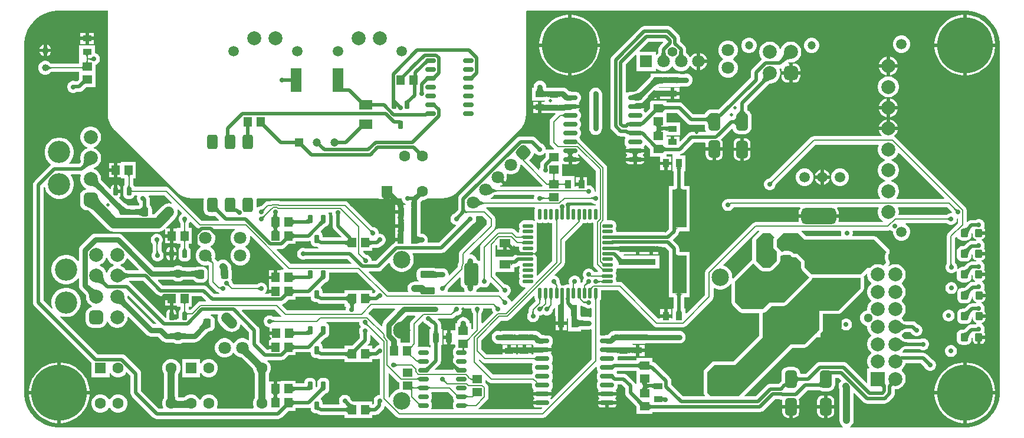
<source format=gtl>
G04*
G04 #@! TF.GenerationSoftware,Altium Limited,Altium Designer,22.7.1 (60)*
G04*
G04 Layer_Physical_Order=1*
G04 Layer_Color=255*
%FSLAX44Y44*%
%MOMM*%
G71*
G04*
G04 #@! TF.SameCoordinates,F110A0D0-B471-48EF-BBF6-E10C2EB46B9C*
G04*
G04*
G04 #@! TF.FilePolarity,Positive*
G04*
G01*
G75*
%ADD13C,0.2000*%
%ADD17C,1.0000*%
G04:AMPARAMS|DCode=18|XSize=1.5mm|YSize=2.1mm|CornerRadius=0.375mm|HoleSize=0mm|Usage=FLASHONLY|Rotation=0.000|XOffset=0mm|YOffset=0mm|HoleType=Round|Shape=RoundedRectangle|*
%AMROUNDEDRECTD18*
21,1,1.5000,1.3500,0,0,0.0*
21,1,0.7500,2.1000,0,0,0.0*
1,1,0.7500,0.3750,-0.6750*
1,1,0.7500,-0.3750,-0.6750*
1,1,0.7500,-0.3750,0.6750*
1,1,0.7500,0.3750,0.6750*
%
%ADD18ROUNDEDRECTD18*%
G04:AMPARAMS|DCode=19|XSize=0.65mm|YSize=1.25mm|CornerRadius=0.1625mm|HoleSize=0mm|Usage=FLASHONLY|Rotation=0.000|XOffset=0mm|YOffset=0mm|HoleType=Round|Shape=RoundedRectangle|*
%AMROUNDEDRECTD19*
21,1,0.6500,0.9250,0,0,0.0*
21,1,0.3250,1.2500,0,0,0.0*
1,1,0.3250,0.1625,-0.4625*
1,1,0.3250,-0.1625,-0.4625*
1,1,0.3250,-0.1625,0.4625*
1,1,0.3250,0.1625,0.4625*
%
%ADD19ROUNDEDRECTD19*%
%ADD20R,1.1500X1.3500*%
%ADD21R,0.9000X1.3000*%
%ADD22R,1.3500X1.1500*%
G04:AMPARAMS|DCode=23|XSize=0.6mm|YSize=1.45mm|CornerRadius=0.15mm|HoleSize=0mm|Usage=FLASHONLY|Rotation=90.000|XOffset=0mm|YOffset=0mm|HoleType=Round|Shape=RoundedRectangle|*
%AMROUNDEDRECTD23*
21,1,0.6000,1.1500,0,0,90.0*
21,1,0.3000,1.4500,0,0,90.0*
1,1,0.3000,0.5750,0.1500*
1,1,0.3000,0.5750,-0.1500*
1,1,0.3000,-0.5750,-0.1500*
1,1,0.3000,-0.5750,0.1500*
%
%ADD23ROUNDEDRECTD23*%
G04:AMPARAMS|DCode=24|XSize=1mm|YSize=2.1mm|CornerRadius=0.25mm|HoleSize=0mm|Usage=FLASHONLY|Rotation=90.000|XOffset=0mm|YOffset=0mm|HoleType=Round|Shape=RoundedRectangle|*
%AMROUNDEDRECTD24*
21,1,1.0000,1.6000,0,0,90.0*
21,1,0.5000,2.1000,0,0,90.0*
1,1,0.5000,0.8000,0.2500*
1,1,0.5000,0.8000,-0.2500*
1,1,0.5000,-0.8000,-0.2500*
1,1,0.5000,-0.8000,0.2500*
%
%ADD24ROUNDEDRECTD24*%
G04:AMPARAMS|DCode=25|XSize=3.3mm|YSize=2.1mm|CornerRadius=0.525mm|HoleSize=0mm|Usage=FLASHONLY|Rotation=90.000|XOffset=0mm|YOffset=0mm|HoleType=Round|Shape=RoundedRectangle|*
%AMROUNDEDRECTD25*
21,1,3.3000,1.0500,0,0,90.0*
21,1,2.2500,2.1000,0,0,90.0*
1,1,1.0500,0.5250,1.1250*
1,1,1.0500,0.5250,-1.1250*
1,1,1.0500,-0.5250,-1.1250*
1,1,1.0500,-0.5250,1.1250*
%
%ADD25ROUNDEDRECTD25*%
G04:AMPARAMS|DCode=26|XSize=1.2mm|YSize=1.1mm|CornerRadius=0.275mm|HoleSize=0mm|Usage=FLASHONLY|Rotation=270.000|XOffset=0mm|YOffset=0mm|HoleType=Round|Shape=RoundedRectangle|*
%AMROUNDEDRECTD26*
21,1,1.2000,0.5500,0,0,270.0*
21,1,0.6500,1.1000,0,0,270.0*
1,1,0.5500,-0.2750,-0.3250*
1,1,0.5500,-0.2750,0.3250*
1,1,0.5500,0.2750,0.3250*
1,1,0.5500,0.2750,-0.3250*
%
%ADD26ROUNDEDRECTD26*%
%ADD27R,1.3000X0.9000*%
%ADD28R,1.6000X1.2000*%
G04:AMPARAMS|DCode=29|XSize=0.6mm|YSize=2mm|CornerRadius=0.15mm|HoleSize=0mm|Usage=FLASHONLY|Rotation=90.000|XOffset=0mm|YOffset=0mm|HoleType=Round|Shape=RoundedRectangle|*
%AMROUNDEDRECTD29*
21,1,0.6000,1.7000,0,0,90.0*
21,1,0.3000,2.0000,0,0,90.0*
1,1,0.3000,0.8500,0.1500*
1,1,0.3000,0.8500,-0.1500*
1,1,0.3000,-0.8500,-0.1500*
1,1,0.3000,-0.8500,0.1500*
%
%ADD29ROUNDEDRECTD29*%
G04:AMPARAMS|DCode=30|XSize=0.55mm|YSize=1.5mm|CornerRadius=0.1375mm|HoleSize=0mm|Usage=FLASHONLY|Rotation=90.000|XOffset=0mm|YOffset=0mm|HoleType=Round|Shape=RoundedRectangle|*
%AMROUNDEDRECTD30*
21,1,0.5500,1.2250,0,0,90.0*
21,1,0.2750,1.5000,0,0,90.0*
1,1,0.2750,0.6125,0.1375*
1,1,0.2750,0.6125,-0.1375*
1,1,0.2750,-0.6125,-0.1375*
1,1,0.2750,-0.6125,0.1375*
%
%ADD30ROUNDEDRECTD30*%
G04:AMPARAMS|DCode=31|XSize=0.55mm|YSize=1.5mm|CornerRadius=0.1375mm|HoleSize=0mm|Usage=FLASHONLY|Rotation=0.000|XOffset=0mm|YOffset=0mm|HoleType=Round|Shape=RoundedRectangle|*
%AMROUNDEDRECTD31*
21,1,0.5500,1.2250,0,0,0.0*
21,1,0.2750,1.5000,0,0,0.0*
1,1,0.2750,0.1375,-0.6125*
1,1,0.2750,-0.1375,-0.6125*
1,1,0.2750,-0.1375,0.6125*
1,1,0.2750,0.1375,0.6125*
%
%ADD31ROUNDEDRECTD31*%
%ADD32R,1.9500X1.4000*%
%ADD33R,1.5000X3.5000*%
G04:AMPARAMS|DCode=34|XSize=1.3mm|YSize=1.1mm|CornerRadius=0.275mm|HoleSize=0mm|Usage=FLASHONLY|Rotation=270.000|XOffset=0mm|YOffset=0mm|HoleType=Round|Shape=RoundedRectangle|*
%AMROUNDEDRECTD34*
21,1,1.3000,0.5500,0,0,270.0*
21,1,0.7500,1.1000,0,0,270.0*
1,1,0.5500,-0.2750,-0.3750*
1,1,0.5500,-0.2750,0.3750*
1,1,0.5500,0.2750,0.3750*
1,1,0.5500,0.2750,-0.3750*
%
%ADD34ROUNDEDRECTD34*%
%ADD35R,2.2000X1.3000*%
G04:AMPARAMS|DCode=36|XSize=1.75mm|YSize=1.25mm|CornerRadius=0.3125mm|HoleSize=0mm|Usage=FLASHONLY|Rotation=90.000|XOffset=0mm|YOffset=0mm|HoleType=Round|Shape=RoundedRectangle|*
%AMROUNDEDRECTD36*
21,1,1.7500,0.6250,0,0,90.0*
21,1,1.1250,1.2500,0,0,90.0*
1,1,0.6250,0.3125,0.5625*
1,1,0.6250,0.3125,-0.5625*
1,1,0.6250,-0.3125,-0.5625*
1,1,0.6250,-0.3125,0.5625*
%
%ADD36ROUNDEDRECTD36*%
G04:AMPARAMS|DCode=37|XSize=5mm|YSize=2.3mm|CornerRadius=0.575mm|HoleSize=0mm|Usage=FLASHONLY|Rotation=0.000|XOffset=0mm|YOffset=0mm|HoleType=Round|Shape=RoundedRectangle|*
%AMROUNDEDRECTD37*
21,1,5.0000,1.1500,0,0,0.0*
21,1,3.8500,2.3000,0,0,0.0*
1,1,1.1500,1.9250,-0.5750*
1,1,1.1500,-1.9250,-0.5750*
1,1,1.1500,-1.9250,0.5750*
1,1,1.1500,1.9250,0.5750*
%
%ADD37ROUNDEDRECTD37*%
G04:AMPARAMS|DCode=38|XSize=3.3mm|YSize=2.3mm|CornerRadius=0.575mm|HoleSize=0mm|Usage=FLASHONLY|Rotation=0.000|XOffset=0mm|YOffset=0mm|HoleType=Round|Shape=RoundedRectangle|*
%AMROUNDEDRECTD38*
21,1,3.3000,1.1500,0,0,0.0*
21,1,2.1500,2.3000,0,0,0.0*
1,1,1.1500,1.0750,-0.5750*
1,1,1.1500,-1.0750,-0.5750*
1,1,1.1500,-1.0750,0.5750*
1,1,1.1500,1.0750,0.5750*
%
%ADD38ROUNDEDRECTD38*%
%ADD39R,2.8000X2.0000*%
G04:AMPARAMS|DCode=40|XSize=1.7mm|YSize=2.5mm|CornerRadius=0.425mm|HoleSize=0mm|Usage=FLASHONLY|Rotation=180.000|XOffset=0mm|YOffset=0mm|HoleType=Round|Shape=RoundedRectangle|*
%AMROUNDEDRECTD40*
21,1,1.7000,1.6500,0,0,180.0*
21,1,0.8500,2.5000,0,0,180.0*
1,1,0.8500,-0.4250,0.8250*
1,1,0.8500,0.4250,0.8250*
1,1,0.8500,0.4250,-0.8250*
1,1,0.8500,-0.4250,-0.8250*
%
%ADD40ROUNDEDRECTD40*%
%ADD41R,2.0000X5.5000*%
%ADD85C,0.5000*%
%ADD86C,0.8000*%
%ADD87C,1.5000*%
%ADD88C,2.0000*%
%ADD89R,2.0000X2.0000*%
%ADD90C,1.3000*%
%ADD91C,2.5000*%
%ADD92R,2.5000X2.5000*%
%ADD93C,1.6000*%
%ADD94R,1.6000X1.6000*%
%ADD95C,1.8000*%
G04:AMPARAMS|DCode=96|XSize=2mm|YSize=2mm|CornerRadius=0.5mm|HoleSize=0mm|Usage=FLASHONLY|Rotation=270.000|XOffset=0mm|YOffset=0mm|HoleType=Round|Shape=RoundedRectangle|*
%AMROUNDEDRECTD96*
21,1,2.0000,1.0000,0,0,270.0*
21,1,1.0000,2.0000,0,0,270.0*
1,1,1.0000,-0.5000,-0.5000*
1,1,1.0000,-0.5000,0.5000*
1,1,1.0000,0.5000,0.5000*
1,1,1.0000,0.5000,-0.5000*
%
%ADD96ROUNDEDRECTD96*%
%ADD97C,3.2000*%
%ADD98C,1.2000*%
%ADD99C,1.4000*%
%ADD100R,1.8000X1.8000*%
%ADD101C,1.5000*%
%ADD102C,8.0000*%
%ADD103C,1.0000*%
G04:AMPARAMS|DCode=104|XSize=1.8mm|YSize=1.8mm|CornerRadius=0.45mm|HoleSize=0mm|Usage=FLASHONLY|Rotation=315.000|XOffset=0mm|YOffset=0mm|HoleType=Round|Shape=RoundedRectangle|*
%AMROUNDEDRECTD104*
21,1,1.8000,0.9000,0,0,315.0*
21,1,0.9000,1.8000,0,0,315.0*
1,1,0.9000,0.0000,-0.6364*
1,1,0.9000,-0.6364,0.0000*
1,1,0.9000,0.0000,0.6364*
1,1,0.9000,0.6364,0.0000*
%
%ADD104ROUNDEDRECTD104*%
%ADD105R,1.2000X1.2000*%
G04:AMPARAMS|DCode=106|XSize=2mm|YSize=2mm|CornerRadius=0.5mm|HoleSize=0mm|Usage=FLASHONLY|Rotation=180.000|XOffset=0mm|YOffset=0mm|HoleType=Round|Shape=RoundedRectangle|*
%AMROUNDEDRECTD106*
21,1,2.0000,1.0000,0,0,180.0*
21,1,1.0000,2.0000,0,0,180.0*
1,1,1.0000,-0.5000,0.5000*
1,1,1.0000,0.5000,0.5000*
1,1,1.0000,0.5000,-0.5000*
1,1,1.0000,-0.5000,-0.5000*
%
%ADD106ROUNDEDRECTD106*%
%ADD107C,0.5000*%
%ADD108C,0.7000*%
G36*
X1359775Y599144D02*
X1366106Y597448D01*
X1372162Y594940D01*
X1377838Y591663D01*
X1383038Y587673D01*
X1387673Y583038D01*
X1391663Y577838D01*
X1394940Y572162D01*
X1397448Y566106D01*
X1399144Y559775D01*
X1400000Y553277D01*
X1400000Y550000D01*
X1400000D01*
X1400000Y550000D01*
X1400000Y50000D01*
Y46723D01*
X1399144Y40224D01*
X1397448Y33893D01*
X1394940Y27838D01*
X1391663Y22162D01*
X1387673Y16962D01*
X1383038Y12327D01*
X1377838Y8337D01*
X1372162Y5060D01*
X1366106Y2552D01*
X1359775Y856D01*
X1353277Y0D01*
X1185308D01*
X1185043Y1265D01*
X1187132Y2868D01*
X1188735Y4957D01*
X1189743Y7390D01*
X1190086Y10000D01*
Y49142D01*
X1191260Y49628D01*
X1204166Y36722D01*
X1204166Y36722D01*
X1205733Y35520D01*
X1207557Y34764D01*
X1209515Y34506D01*
X1209515Y34506D01*
X1234688D01*
X1236646Y34764D01*
X1238470Y35520D01*
X1240037Y36722D01*
X1247359Y44044D01*
X1247359Y44044D01*
X1248561Y45611D01*
X1249317Y47435D01*
X1249575Y49393D01*
Y55000D01*
X1251477D01*
X1254375Y55576D01*
X1257105Y56707D01*
X1259562Y58349D01*
X1261651Y60438D01*
X1263293Y62895D01*
X1264424Y65624D01*
X1265000Y68523D01*
Y71477D01*
X1264424Y74375D01*
X1263293Y77105D01*
X1261651Y79562D01*
X1259562Y81651D01*
X1259242Y81865D01*
Y83135D01*
X1259562Y83349D01*
X1261651Y85438D01*
X1263293Y87895D01*
X1264424Y90625D01*
X1264784Y92435D01*
X1286866D01*
X1291895Y87407D01*
X1292079Y86719D01*
X1293198Y84781D01*
X1294781Y83198D01*
X1296719Y82079D01*
X1298881Y81500D01*
X1301119D01*
X1303281Y82079D01*
X1305219Y83198D01*
X1306802Y84781D01*
X1307921Y86719D01*
X1308500Y88881D01*
Y91119D01*
X1307921Y93281D01*
X1306802Y95219D01*
X1305219Y96802D01*
X1303281Y97921D01*
X1302593Y98105D01*
X1295349Y105349D01*
X1293782Y106551D01*
X1291958Y107307D01*
X1290000Y107564D01*
X1260574D01*
X1260048Y108834D01*
X1261651Y110438D01*
X1262986Y112435D01*
X1286102D01*
X1286719Y112079D01*
X1288881Y111500D01*
X1291119D01*
X1293281Y112079D01*
X1295219Y113198D01*
X1296802Y114781D01*
X1297921Y116719D01*
X1298500Y118881D01*
Y121119D01*
X1297921Y123281D01*
X1296802Y125219D01*
X1295219Y126801D01*
X1293281Y127921D01*
X1291119Y128500D01*
X1288881D01*
X1286719Y127921D01*
X1286102Y127564D01*
X1262986D01*
X1261651Y129562D01*
X1259562Y131651D01*
X1259242Y131865D01*
Y133135D01*
X1259562Y133349D01*
X1261651Y135438D01*
X1262986Y137435D01*
X1271867D01*
X1272578Y136724D01*
X1272579Y136719D01*
X1273698Y134781D01*
X1275281Y133198D01*
X1277219Y132079D01*
X1279381Y131500D01*
X1281619D01*
X1283781Y132079D01*
X1285719Y133198D01*
X1287301Y134781D01*
X1288421Y136719D01*
X1289000Y138881D01*
Y141119D01*
X1288421Y143281D01*
X1287301Y145219D01*
X1285719Y146802D01*
X1283781Y147921D01*
X1282410Y148288D01*
X1280349Y150349D01*
X1278783Y151551D01*
X1276958Y152307D01*
X1275000Y152565D01*
X1262986D01*
X1261651Y154562D01*
X1259562Y156651D01*
X1259242Y156865D01*
Y158135D01*
X1259562Y158349D01*
X1261651Y160438D01*
X1263293Y162895D01*
X1264424Y165625D01*
X1265000Y168523D01*
Y171478D01*
X1264424Y174375D01*
X1263293Y177105D01*
X1261651Y179562D01*
X1259562Y181651D01*
X1259242Y181865D01*
Y183135D01*
X1259562Y183349D01*
X1261651Y185438D01*
X1263293Y187895D01*
X1264424Y190625D01*
X1265000Y193522D01*
Y196477D01*
X1264424Y199375D01*
X1263293Y202105D01*
X1261651Y204562D01*
X1259562Y206651D01*
X1259242Y206865D01*
Y208135D01*
X1259562Y208349D01*
X1261651Y210438D01*
X1263293Y212895D01*
X1264424Y215625D01*
X1265000Y218523D01*
Y221477D01*
X1264424Y224375D01*
X1263293Y227105D01*
X1261651Y229562D01*
X1259562Y231651D01*
X1257105Y233293D01*
X1254375Y234424D01*
X1251477Y235000D01*
X1248523D01*
X1245625Y234424D01*
X1242895Y233293D01*
X1241098Y232092D01*
X1240288Y233078D01*
X1240788Y233578D01*
X1241067Y233995D01*
X1241422Y234350D01*
X1241614Y234814D01*
X1241893Y235232D01*
X1241991Y235724D01*
X1242183Y236188D01*
Y236690D01*
X1242281Y237183D01*
X1242183Y237675D01*
Y238177D01*
X1241991Y238641D01*
X1241893Y239134D01*
X1241614Y239551D01*
X1241422Y240015D01*
X1241225Y240309D01*
X1240479Y242111D01*
X1240098Y244025D01*
Y245975D01*
X1240479Y247888D01*
X1241225Y249690D01*
X1241422Y249985D01*
X1241614Y250449D01*
X1241893Y250866D01*
X1241991Y251359D01*
X1242183Y251822D01*
X1242183Y252325D01*
X1242281Y252817D01*
X1242183Y253310D01*
X1242183Y253812D01*
X1241991Y254275D01*
X1241893Y254768D01*
X1241614Y255185D01*
X1241422Y255649D01*
X1241067Y256004D01*
X1240788Y256422D01*
X1223605Y273605D01*
X1221951Y274710D01*
X1220000Y275098D01*
X1189168D01*
X1188802Y275731D01*
X1188585Y276368D01*
X1189124Y278381D01*
Y280619D01*
X1188724Y282113D01*
X1189562Y283382D01*
X1239471D01*
X1241812Y283848D01*
X1242701Y284442D01*
X1243944Y283198D01*
X1245883Y282079D01*
X1246500Y281914D01*
Y279854D01*
X1247352Y276675D01*
X1248997Y273825D01*
X1251325Y271498D01*
X1254175Y269852D01*
X1257354Y269000D01*
X1260645D01*
X1263825Y269852D01*
X1266675Y271498D01*
X1269002Y273825D01*
X1270648Y276675D01*
X1271500Y279854D01*
Y283146D01*
X1270648Y286325D01*
X1269002Y289175D01*
X1266675Y291502D01*
X1264753Y292612D01*
X1265093Y293882D01*
X1324097D01*
X1324781Y293198D01*
X1326719Y292079D01*
X1328881Y291500D01*
X1331119D01*
X1333281Y292079D01*
X1335219Y293198D01*
X1336802Y294781D01*
X1337921Y296719D01*
X1338500Y298881D01*
Y300197D01*
X1338634Y300331D01*
X1339984Y300776D01*
X1340383Y300531D01*
Y294166D01*
X1325674Y279458D01*
X1324348Y277473D01*
X1323882Y275132D01*
Y235903D01*
X1323855Y235876D01*
X1322736Y233938D01*
X1322157Y231776D01*
Y229538D01*
X1322736Y227376D01*
X1323855Y225438D01*
X1325438Y223855D01*
X1327376Y222736D01*
X1329538Y222157D01*
X1331776D01*
X1333938Y222736D01*
X1335876Y223855D01*
X1337458Y225438D01*
X1338661Y224981D01*
X1338433Y223250D01*
Y216750D01*
X1338700Y214727D01*
X1339480Y212842D01*
X1340723Y211223D01*
X1342342Y209981D01*
X1344227Y209200D01*
X1346250Y208933D01*
X1351750D01*
X1353773Y209200D01*
X1355659Y209981D01*
X1357277Y211223D01*
X1358520Y212842D01*
X1359301Y214727D01*
X1359567Y216750D01*
Y219188D01*
X1359607Y219215D01*
X1360877Y218536D01*
Y216750D01*
X1361362Y214312D01*
X1362744Y212244D01*
X1364112Y211330D01*
X1364426Y209763D01*
X1364411Y209719D01*
X1364167Y209432D01*
X1360867D01*
X1358910Y209174D01*
X1357085Y208419D01*
X1355518Y207217D01*
X1349369Y201067D01*
X1346750D01*
X1344727Y200801D01*
X1342842Y200020D01*
X1341223Y198778D01*
X1339980Y197159D01*
X1339200Y195273D01*
X1338933Y193250D01*
Y186750D01*
X1339200Y184727D01*
X1339980Y182842D01*
X1341223Y181223D01*
X1342842Y179981D01*
X1344727Y179200D01*
X1346750Y178933D01*
X1352250D01*
X1354273Y179200D01*
X1356158Y179981D01*
X1357777Y181223D01*
X1359020Y182842D01*
X1359801Y184727D01*
X1360067Y186750D01*
Y189189D01*
X1360108Y189216D01*
X1361378Y188537D01*
Y186750D01*
X1361863Y184312D01*
X1363244Y182244D01*
X1365312Y180863D01*
X1366392Y180648D01*
X1366595Y179885D01*
X1366548Y179322D01*
X1365440Y178682D01*
X1360117D01*
X1358159Y178424D01*
X1356335Y177668D01*
X1354768Y176466D01*
X1354768Y176466D01*
X1349369Y171067D01*
X1346750D01*
X1344727Y170801D01*
X1342842Y170020D01*
X1341223Y168778D01*
X1339980Y167159D01*
X1339200Y165273D01*
X1338933Y163250D01*
Y156750D01*
X1339200Y154727D01*
X1339980Y152842D01*
X1341223Y151223D01*
X1342842Y149981D01*
X1344727Y149200D01*
X1346750Y148933D01*
X1352250D01*
X1354273Y149200D01*
X1356158Y149981D01*
X1357777Y151223D01*
X1359020Y152842D01*
X1359801Y154727D01*
X1360067Y156750D01*
Y159189D01*
X1360108Y159216D01*
X1361378Y158537D01*
Y156750D01*
X1361863Y154312D01*
X1363244Y152244D01*
X1365312Y150863D01*
X1366392Y150648D01*
X1366595Y149885D01*
X1366548Y149322D01*
X1365440Y148682D01*
X1359617D01*
X1357659Y148424D01*
X1355835Y147669D01*
X1354268Y146466D01*
X1354268Y146466D01*
X1348869Y141067D01*
X1346250D01*
X1344227Y140801D01*
X1342342Y140020D01*
X1340723Y138778D01*
X1339480Y137159D01*
X1338700Y135273D01*
X1338433Y133250D01*
Y126750D01*
X1338700Y124727D01*
X1339480Y122842D01*
X1340723Y121223D01*
X1342342Y119981D01*
X1344227Y119200D01*
X1346250Y118933D01*
X1351750D01*
X1353773Y119200D01*
X1355659Y119981D01*
X1357277Y121223D01*
X1358520Y122842D01*
X1359301Y124727D01*
X1359567Y126750D01*
Y129188D01*
X1359607Y129215D01*
X1360877Y128536D01*
Y126750D01*
X1361362Y124312D01*
X1362744Y122244D01*
X1364811Y120863D01*
X1367250Y120378D01*
X1367500D01*
Y130000D01*
X1370000D01*
Y132500D01*
X1379122D01*
Y133250D01*
X1378637Y135689D01*
X1377469Y137437D01*
X1377921Y138219D01*
X1378500Y140381D01*
Y142619D01*
X1377921Y144781D01*
X1376801Y146719D01*
X1375219Y148301D01*
X1373708Y149174D01*
X1373929Y150513D01*
X1375689Y150863D01*
X1377756Y152244D01*
X1379138Y154312D01*
X1379623Y156750D01*
Y157500D01*
X1370500D01*
Y162500D01*
X1379623D01*
Y163250D01*
X1379138Y165689D01*
X1377756Y167756D01*
X1377682Y167806D01*
X1377921Y168219D01*
X1378500Y170381D01*
Y172619D01*
X1377921Y174781D01*
X1376801Y176719D01*
X1375219Y178302D01*
X1373708Y179174D01*
X1373929Y180513D01*
X1375689Y180863D01*
X1377756Y182244D01*
X1379138Y184312D01*
X1379623Y186750D01*
Y187500D01*
X1370500D01*
Y192500D01*
X1379623D01*
Y193250D01*
X1379138Y195689D01*
X1377756Y197756D01*
X1377369Y198015D01*
X1377921Y198969D01*
X1378500Y201131D01*
Y203369D01*
X1377921Y205531D01*
X1376801Y207469D01*
X1375219Y209052D01*
X1374546Y209440D01*
X1374767Y210779D01*
X1375188Y210863D01*
X1377256Y212244D01*
X1378637Y214312D01*
X1379122Y216750D01*
Y217500D01*
X1370000D01*
Y222500D01*
X1379122D01*
Y223250D01*
X1378637Y225689D01*
X1377469Y227437D01*
X1377921Y228219D01*
X1378500Y230381D01*
Y232619D01*
X1377921Y234781D01*
X1376801Y236719D01*
X1375219Y238302D01*
X1373580Y239248D01*
X1373638Y240372D01*
X1373712Y240569D01*
X1375188Y240863D01*
X1377256Y242244D01*
X1378637Y244311D01*
X1379122Y246750D01*
Y247500D01*
X1370000D01*
Y252500D01*
X1379122D01*
Y253250D01*
X1378637Y255689D01*
X1377469Y257437D01*
X1377921Y258219D01*
X1378500Y260381D01*
Y262619D01*
X1377921Y264781D01*
X1376801Y266719D01*
X1375219Y268302D01*
X1373580Y269248D01*
X1373638Y270372D01*
X1373712Y270569D01*
X1375188Y270863D01*
X1377256Y272244D01*
X1378637Y274311D01*
X1379122Y276750D01*
Y277500D01*
X1370000D01*
Y282500D01*
X1379122D01*
Y283250D01*
X1378637Y285689D01*
X1377469Y287437D01*
X1377921Y288219D01*
X1378500Y290381D01*
Y292619D01*
X1377921Y294781D01*
X1376801Y296719D01*
X1375219Y298302D01*
X1373281Y299421D01*
X1371119Y300000D01*
X1368881D01*
X1366719Y299421D01*
X1365440Y298682D01*
X1359617D01*
X1358988Y298599D01*
X1357659Y298424D01*
X1355835Y297669D01*
X1354268Y296467D01*
X1354268Y296467D01*
X1353791Y295989D01*
X1352618Y296475D01*
Y312692D01*
X1352152Y315033D01*
X1350826Y317018D01*
X1250518Y417326D01*
X1249109Y418267D01*
X1248880Y419733D01*
X1248906Y419814D01*
X1250803Y421711D01*
X1252580Y424789D01*
X1253306Y427500D01*
X1240000D01*
X1226694D01*
X1227420Y424789D01*
X1229197Y421711D01*
X1230521Y420387D01*
X1229995Y419118D01*
X1133000D01*
X1130659Y418652D01*
X1128674Y417326D01*
X1069848Y358500D01*
X1068881D01*
X1066719Y357920D01*
X1064781Y356801D01*
X1063198Y355219D01*
X1062079Y353281D01*
X1061500Y351119D01*
Y348881D01*
X1062079Y346719D01*
X1063198Y344781D01*
X1064781Y343198D01*
X1066719Y342079D01*
X1068881Y341500D01*
X1071119D01*
X1073281Y342079D01*
X1075219Y343198D01*
X1076802Y344781D01*
X1077921Y346719D01*
X1078500Y348881D01*
Y349848D01*
X1135534Y406882D01*
X1225472D01*
X1226178Y405826D01*
X1225576Y404375D01*
X1225000Y401478D01*
Y398523D01*
X1225576Y395625D01*
X1226707Y392895D01*
X1228349Y390438D01*
X1230438Y388349D01*
X1232895Y386707D01*
X1235394Y385672D01*
X1235518Y385000D01*
X1235394Y384328D01*
X1232895Y383293D01*
X1230438Y381651D01*
X1228349Y379562D01*
X1226707Y377105D01*
X1225576Y374375D01*
X1225000Y371477D01*
Y368522D01*
X1225576Y365624D01*
X1226707Y362895D01*
X1228349Y360438D01*
X1230438Y358349D01*
X1232895Y356707D01*
X1235393Y355672D01*
X1235518Y355000D01*
X1235393Y354327D01*
X1232895Y353293D01*
X1230438Y351651D01*
X1228349Y349562D01*
X1226707Y347105D01*
X1225576Y344375D01*
X1225000Y341477D01*
Y338522D01*
X1225576Y335625D01*
X1226707Y332895D01*
X1228349Y330438D01*
X1228496Y330291D01*
X1228010Y329118D01*
X1013672D01*
X1011331Y328652D01*
X1011103Y328500D01*
X1008881D01*
X1006719Y327921D01*
X1004781Y326802D01*
X1003198Y325219D01*
X1002079Y323281D01*
X1001500Y321119D01*
Y318881D01*
X1002079Y316719D01*
X1003198Y314781D01*
X1004781Y313198D01*
X1006719Y312079D01*
X1008881Y311500D01*
X1011119D01*
X1013281Y312079D01*
X1015219Y313198D01*
X1016802Y314781D01*
X1017921Y316719D01*
X1017965Y316883D01*
X1112963D01*
X1113589Y315613D01*
X1112670Y314415D01*
X1111738Y312165D01*
X1111421Y309750D01*
Y306500D01*
X1168580D01*
Y309750D01*
X1168262Y312165D01*
X1167330Y314415D01*
X1166411Y315613D01*
X1167037Y316883D01*
X1225472D01*
X1226178Y315827D01*
X1225576Y314375D01*
X1225000Y311477D01*
Y308522D01*
X1225576Y305625D01*
X1226707Y302895D01*
X1228349Y300438D01*
X1230438Y298349D01*
X1232625Y296888D01*
X1232358Y295618D01*
X1169491D01*
X1168401Y296888D01*
X1168580Y298250D01*
Y301500D01*
X1111421D01*
Y298250D01*
X1111600Y296888D01*
X1110509Y295618D01*
X1049980D01*
X1047638Y295152D01*
X1045654Y293826D01*
X978774Y226946D01*
X977448Y224961D01*
X976982Y222620D01*
Y190891D01*
X950173Y164082D01*
X949000Y164568D01*
Y171500D01*
X947065D01*
Y187500D01*
X955000D01*
Y252500D01*
X940065D01*
Y257500D01*
X940065Y257500D01*
X940065Y257500D01*
X939929Y258531D01*
X939807Y259458D01*
X939807Y259458D01*
X939807Y259458D01*
X939396Y260451D01*
X939051Y261283D01*
X939051Y261283D01*
X939051Y261283D01*
X938456Y262059D01*
X937849Y262849D01*
X937849Y262849D01*
X937849Y262849D01*
X931333Y269365D01*
Y270635D01*
X937849Y277151D01*
X937849Y277151D01*
X938484Y277978D01*
X939051Y278717D01*
X939051Y278717D01*
X939807Y280542D01*
X939807Y280542D01*
X939807Y280542D01*
X939921Y281411D01*
X940065Y282500D01*
X941280Y282500D01*
X955000D01*
Y347500D01*
X947065D01*
Y368500D01*
X949000D01*
Y391500D01*
X940976D01*
X940893Y392770D01*
X942207Y392943D01*
X944032Y393699D01*
X945598Y394901D01*
X960632Y409935D01*
X977126D01*
X977963Y408980D01*
X977933Y408750D01*
Y403000D01*
X990000D01*
X1002067D01*
Y408750D01*
X1001801Y410773D01*
X1001020Y412659D01*
X999809Y414236D01*
X1015481Y429909D01*
X1016684Y429500D01*
X1016738Y429086D01*
X1017670Y426835D01*
X1019153Y424903D01*
X1021085Y423420D01*
X1023335Y422488D01*
X1025750Y422170D01*
X1034250D01*
X1036665Y422488D01*
X1038915Y423420D01*
X1040847Y424903D01*
X1042330Y426835D01*
X1043262Y429086D01*
X1043580Y431500D01*
Y448000D01*
X1043262Y450415D01*
X1042330Y452665D01*
X1040847Y454597D01*
X1038915Y456080D01*
X1037565Y456639D01*
Y463760D01*
X1068804Y495000D01*
X1071477D01*
X1074375Y495577D01*
X1077105Y496707D01*
X1079562Y498349D01*
X1081651Y500438D01*
X1083293Y502895D01*
X1084423Y505625D01*
X1085000Y508523D01*
Y511477D01*
X1084423Y514375D01*
X1083798Y515885D01*
X1083904Y516043D01*
X1084725Y516965D01*
X1085416Y517056D01*
X1085922Y516724D01*
X1086548Y515924D01*
X1086426Y515000D01*
Y512500D01*
X1097500D01*
Y523573D01*
X1096776D01*
X1096209Y524843D01*
X1096677Y525367D01*
X1098522Y525000D01*
X1101477D01*
X1104375Y525576D01*
X1107105Y526707D01*
X1109562Y528349D01*
X1111651Y530438D01*
X1113293Y532895D01*
X1114423Y535625D01*
X1115000Y538523D01*
Y541477D01*
X1114423Y544375D01*
X1113293Y547105D01*
X1111651Y549562D01*
X1109562Y551651D01*
X1107105Y553293D01*
X1104375Y554423D01*
X1101477Y555000D01*
X1098522D01*
X1095624Y554423D01*
X1092895Y553293D01*
X1090438Y551651D01*
X1088349Y549562D01*
X1086707Y547105D01*
X1085672Y544607D01*
X1085000Y544482D01*
X1084327Y544607D01*
X1083293Y547105D01*
X1081651Y549562D01*
X1079562Y551651D01*
X1077105Y553293D01*
X1074375Y554423D01*
X1071477Y555000D01*
X1068522D01*
X1065625Y554423D01*
X1062895Y553293D01*
X1060438Y551651D01*
X1058349Y549562D01*
X1056707Y547105D01*
X1055576Y544375D01*
X1055000Y541477D01*
Y538523D01*
X1055576Y535625D01*
X1056707Y532895D01*
X1058349Y530438D01*
X1057893Y529097D01*
X1044651Y515855D01*
X1043449Y514288D01*
X1042693Y512464D01*
X1042435Y510506D01*
Y503133D01*
X996576Y457274D01*
X994250Y457580D01*
X985750D01*
X983335Y457262D01*
X981085Y456330D01*
X979153Y454847D01*
X977670Y452915D01*
X976738Y450665D01*
X976734Y450636D01*
X960063D01*
X945350Y465349D01*
X943783Y466551D01*
X941959Y467307D01*
X940001Y467565D01*
X921750D01*
Y470000D01*
X898250D01*
Y459198D01*
X892131Y453079D01*
X890885Y453327D01*
X890678Y453828D01*
X889636Y455186D01*
X889203Y455518D01*
X888605Y456645D01*
X889710Y458299D01*
X889899Y459250D01*
X876500D01*
Y464250D01*
X889899D01*
X889710Y465201D01*
X888605Y466855D01*
X889203Y467982D01*
X889636Y468314D01*
X890678Y469672D01*
X891333Y471253D01*
X891362Y471474D01*
X895704Y475816D01*
X895045Y476632D01*
X903531Y484969D01*
X910000Y480500D01*
X912500D01*
Y478773D01*
X915531Y476679D01*
Y484500D01*
X916470Y484503D01*
Y484969D01*
X916550Y484880D01*
X916790Y484800D01*
X917190Y484730D01*
X917750Y484669D01*
X918905Y484613D01*
X923451Y484880D01*
X923531Y484969D01*
Y484510D01*
X924470Y484500D01*
Y476500D01*
X923531Y476497D01*
Y476030D01*
X923451Y476120D01*
X923211Y476199D01*
X922811Y476270D01*
X922251Y476331D01*
X921095Y476386D01*
X916550Y476120D01*
X916470Y476030D01*
Y476490D01*
X915794Y476497D01*
X916470Y476030D01*
X914378Y475974D01*
X912500Y475814D01*
Y472500D01*
X927500D01*
Y480500D01*
Y488500D01*
X911325D01*
X910646Y489770D01*
X910800Y490000D01*
X941500D01*
Y490423D01*
X949500D01*
X951850Y490732D01*
X954039Y491639D01*
X955919Y493081D01*
X956419Y493581D01*
X957862Y495461D01*
X958768Y497651D01*
X959078Y500000D01*
X958768Y502350D01*
X957862Y504539D01*
X956419Y506419D01*
X954539Y507862D01*
X952350Y508768D01*
X950000Y509078D01*
X947651Y508768D01*
X947191Y508578D01*
X941500D01*
Y509000D01*
X898500D01*
Y504288D01*
X877740Y483528D01*
X876500D01*
X874151Y483218D01*
X872431Y482506D01*
X868000D01*
X866303Y482283D01*
X864906Y481704D01*
X863636Y482201D01*
Y522331D01*
X877327Y536022D01*
X878500Y535536D01*
Y512600D01*
X906500D01*
Y516141D01*
X907673Y516627D01*
X908904Y515397D01*
X912096Y513554D01*
X915657Y512600D01*
X919343D01*
X922904Y513554D01*
X926096Y515397D01*
X928703Y518004D01*
X929365Y519151D01*
X930635D01*
X931297Y518004D01*
X933904Y515397D01*
X937096Y513554D01*
X940657Y512600D01*
X944343D01*
X947904Y513554D01*
X951096Y515397D01*
X953703Y518004D01*
X955133Y520481D01*
X956599D01*
X957498Y518925D01*
X959825Y516597D01*
X962675Y514952D01*
X965000Y514329D01*
Y526600D01*
Y538871D01*
X962675Y538248D01*
X959825Y536602D01*
X957498Y534275D01*
X956599Y532719D01*
X955133D01*
X953703Y535196D01*
X951096Y537803D01*
X950065Y538398D01*
Y543764D01*
X949807Y545722D01*
X949051Y547546D01*
X947849Y549113D01*
X947849Y549113D01*
X941315Y555647D01*
Y559866D01*
X941315Y559866D01*
X941315Y559866D01*
X941188Y560833D01*
X941057Y561824D01*
X941057Y561824D01*
X940776Y562504D01*
X940301Y563648D01*
X939099Y565215D01*
X939099Y565215D01*
X929142Y575172D01*
X929141Y575172D01*
X927575Y576374D01*
X927575Y576374D01*
X927575Y576374D01*
X926743Y576719D01*
X925750Y577130D01*
X925750Y577130D01*
X925750Y577130D01*
X924823Y577252D01*
X923792Y577388D01*
X889824D01*
X887866Y577130D01*
X886041Y576374D01*
X884474Y575172D01*
X843222Y533920D01*
X843222Y533920D01*
X842020Y532353D01*
X841264Y530529D01*
X841006Y528571D01*
Y433572D01*
X841006Y433572D01*
X841006Y433572D01*
X841119Y432713D01*
X841264Y431614D01*
X841264Y431614D01*
X841264Y431614D01*
X841621Y430751D01*
X842020Y429790D01*
X842020Y429790D01*
X842020Y429790D01*
X842525Y429131D01*
X843222Y428223D01*
X843222Y428223D01*
X850545Y420901D01*
X850545Y420901D01*
X850545Y420901D01*
X852111Y419699D01*
X852111Y419699D01*
X852112Y419699D01*
X853194Y419250D01*
X853936Y418943D01*
X853936Y418943D01*
X853936Y418943D01*
X855894Y418685D01*
X855894Y418685D01*
X860773D01*
X861469Y418151D01*
X862189Y417599D01*
X862189Y417599D01*
X862189Y417599D01*
X862579Y416063D01*
X862322Y415728D01*
X861667Y414147D01*
X861444Y412450D01*
Y409450D01*
X861667Y407753D01*
X862322Y406172D01*
X863364Y404814D01*
X863797Y404482D01*
X864395Y403355D01*
X863290Y401701D01*
X863101Y400750D01*
X876500D01*
X889899D01*
X889710Y401701D01*
X888605Y403355D01*
X889203Y404482D01*
X889636Y404814D01*
X890678Y406172D01*
X890870Y406636D01*
X892368Y406934D01*
X898250Y401052D01*
Y390000D01*
X912500D01*
Y382500D01*
X920500D01*
X928500D01*
Y390000D01*
X921750D01*
Y392685D01*
X929795D01*
X930000Y391500D01*
X930000Y391415D01*
Y368500D01*
X931935D01*
Y347500D01*
X925000D01*
Y307992D01*
X924935Y307500D01*
Y285633D01*
X920616Y281315D01*
X849625D01*
Y283375D01*
X849130Y285862D01*
X849038Y286000D01*
X849130Y286138D01*
X849625Y288625D01*
Y291375D01*
X849130Y293862D01*
X847721Y295971D01*
X845612Y297380D01*
X843125Y297875D01*
X836849D01*
X836618Y298156D01*
Y373271D01*
X836152Y375612D01*
X834826Y377597D01*
X798838Y413584D01*
X798365Y413900D01*
X798333Y414147D01*
X797678Y415728D01*
X797202Y416348D01*
X796740Y417300D01*
X797202Y418252D01*
X797678Y418872D01*
X798333Y420453D01*
X798556Y422150D01*
Y425150D01*
X798333Y426847D01*
X797678Y428428D01*
X797202Y429048D01*
X796740Y430000D01*
X797202Y430952D01*
X797678Y431572D01*
X798333Y433153D01*
X798556Y434850D01*
Y437850D01*
X798333Y439547D01*
X797678Y441128D01*
X797202Y441748D01*
X796740Y442700D01*
X797202Y443652D01*
X797678Y444272D01*
X798333Y445853D01*
X798556Y447550D01*
Y450550D01*
X798333Y452247D01*
X797678Y453828D01*
X796636Y455186D01*
X796203Y455518D01*
X795605Y456645D01*
X796710Y458299D01*
X796899Y459250D01*
X783500D01*
Y464250D01*
X796899D01*
X796710Y465201D01*
X795605Y466855D01*
X796203Y467982D01*
X796636Y468314D01*
X797678Y469672D01*
X798333Y471253D01*
X798556Y472950D01*
Y475950D01*
X798333Y477647D01*
X797678Y479228D01*
X796636Y480586D01*
X795278Y481628D01*
X793697Y482283D01*
X792000Y482506D01*
X787569D01*
X785850Y483218D01*
X783500Y483528D01*
X782260D01*
X779369Y486419D01*
X777489Y487862D01*
X775299Y488768D01*
X772950Y489078D01*
X749078D01*
Y490000D01*
X748768Y492350D01*
X747861Y494539D01*
X746419Y496419D01*
X744539Y497862D01*
X742349Y498768D01*
X740000Y499078D01*
X737651Y498768D01*
X735461Y497862D01*
X733581Y496419D01*
X732139Y494539D01*
X731232Y492350D01*
X730922Y490000D01*
Y489000D01*
X728500D01*
Y470000D01*
X747310D01*
X747435Y469770D01*
X746678Y468500D01*
X742500D01*
Y460500D01*
Y452500D01*
X750000D01*
Y452000D01*
X761689D01*
X762175Y450827D01*
X755674Y444326D01*
X754348Y442341D01*
X753883Y440000D01*
Y410000D01*
X754348Y407659D01*
X755674Y405674D01*
X760175Y401173D01*
X759689Y400000D01*
X748500D01*
Y401119D01*
X747921Y403281D01*
X746802Y405219D01*
X745219Y406802D01*
X743281Y407921D01*
X742593Y408105D01*
X734064Y416634D01*
X734064Y416634D01*
X732497Y417836D01*
X730673Y418592D01*
X730673Y418592D01*
X728715Y418850D01*
X712193D01*
X710235Y418592D01*
X708411Y417836D01*
X706844Y416634D01*
X706844Y416634D01*
X624651Y334441D01*
X623449Y332874D01*
X622693Y331050D01*
X622436Y329092D01*
Y313133D01*
X617407Y308105D01*
X616719Y307921D01*
X614781Y306802D01*
X613198Y305219D01*
X612079Y303281D01*
X611500Y301119D01*
Y298881D01*
X612079Y296719D01*
X613198Y294781D01*
X614781Y293198D01*
X616719Y292079D01*
X618881Y291500D01*
X619143D01*
X619629Y290327D01*
X595466Y266165D01*
X579296D01*
X578590Y267221D01*
X578768Y267651D01*
X579077Y270000D01*
X578768Y272349D01*
X577861Y274539D01*
X576419Y276419D01*
X574539Y277861D01*
X572349Y278768D01*
X570000Y279078D01*
X569000D01*
Y298500D01*
Y321500D01*
X568578D01*
Y324740D01*
X570837Y327000D01*
X572511D01*
X575818Y327886D01*
X578782Y329597D01*
X579092Y329907D01*
X600000D01*
X600000Y329907D01*
X604707Y330277D01*
X609299Y331380D01*
X613662Y333187D01*
X617688Y335654D01*
X621279Y338721D01*
X711279Y428721D01*
X711279Y428721D01*
X714346Y432312D01*
X716813Y436338D01*
X718620Y440701D01*
X719722Y445293D01*
X720093Y450000D01*
Y598730D01*
X721363Y600000D01*
X1350000Y600000D01*
X1353277Y600000D01*
X1359775Y599144D01*
D02*
G37*
G36*
X916881Y553842D02*
X912654Y549615D01*
X912153Y549115D01*
X912152Y549114D01*
X912151Y549113D01*
X911547Y548326D01*
X910950Y547549D01*
X910950Y547548D01*
X910949Y547546D01*
X910570Y546632D01*
X910194Y545725D01*
X910194Y545723D01*
X910193Y545722D01*
X910065Y544749D01*
X909935Y543768D01*
X909935Y543766D01*
X909935Y543764D01*
Y538398D01*
X908904Y537803D01*
X907673Y536572D01*
X906500Y537058D01*
Y540600D01*
X883564D01*
X883078Y541773D01*
X896417Y555112D01*
X916355D01*
X916881Y553842D01*
D02*
G37*
G36*
X945032Y542299D02*
X945289Y539666D01*
X945514Y538497D01*
X945804Y537427D01*
X946157Y536455D01*
X946575Y535582D01*
X947057Y534807D01*
X947604Y534131D01*
X948215Y533553D01*
X936785D01*
X937396Y534131D01*
X937943Y534807D01*
X938425Y535582D01*
X938843Y536455D01*
X939196Y537427D01*
X939486Y538497D01*
X939711Y539666D01*
X939872Y540933D01*
X939968Y542299D01*
X940000Y543764D01*
X945000D01*
X945032Y542299D01*
D02*
G37*
G36*
X920032D02*
X920289Y539666D01*
X920514Y538497D01*
X920804Y537427D01*
X921157Y536455D01*
X921575Y535582D01*
X922057Y534807D01*
X922604Y534131D01*
X923214Y533553D01*
X911785D01*
X912396Y534131D01*
X912942Y534807D01*
X913425Y535582D01*
X913842Y536455D01*
X914196Y537427D01*
X914485Y538497D01*
X914710Y539666D01*
X914871Y540933D01*
X914968Y542299D01*
X915000Y543764D01*
X920000D01*
X920032Y542299D01*
D02*
G37*
G36*
X1099900Y530000D02*
X1098645Y529955D01*
X1097402Y529793D01*
X1096169Y529515D01*
X1094948Y529121D01*
X1093737Y528610D01*
X1092538Y527984D01*
X1091349Y527241D01*
X1090172Y526381D01*
X1089006Y525406D01*
X1087850Y524314D01*
X1084315Y527850D01*
X1085406Y529005D01*
X1086382Y530172D01*
X1087241Y531349D01*
X1087984Y532537D01*
X1088611Y533737D01*
X1089121Y534947D01*
X1089515Y536169D01*
X1089793Y537402D01*
X1089955Y538645D01*
X1090000Y539900D01*
X1099900Y530000D01*
D02*
G37*
G36*
X923531Y503510D02*
X924470Y503500D01*
Y495500D01*
X923531Y495497D01*
Y495031D01*
X923451Y495120D01*
X923211Y495200D01*
X922811Y495270D01*
X922251Y495331D01*
X921095Y495387D01*
X916550Y495120D01*
X916470Y495031D01*
Y495490D01*
X915794Y495497D01*
X916470Y495031D01*
X914754Y494974D01*
X913100Y494804D01*
X911507Y494521D01*
X909976Y494126D01*
X908506Y493616D01*
X907098Y492994D01*
X905751Y492259D01*
X904466Y491410D01*
X903242Y490449D01*
X902080Y489374D01*
X897874Y496481D01*
X898949Y497574D01*
X902116Y501182D01*
X902626Y501892D01*
X903022Y502526D01*
X903304Y503084D01*
X903474Y503565D01*
X903531Y503970D01*
X915531Y495679D01*
Y503500D01*
X916470Y503503D01*
Y503970D01*
X916550Y503881D01*
X916790Y503801D01*
X917190Y503730D01*
X917750Y503669D01*
X918905Y503614D01*
X923451Y503881D01*
X923531Y503970D01*
Y503510D01*
D02*
G37*
G36*
X936550Y503881D02*
X936790Y503801D01*
X937190Y503730D01*
X937750Y503669D01*
X940390Y503542D01*
X944470Y503500D01*
Y495500D01*
X942950Y495495D01*
X936550Y495120D01*
X936470Y495031D01*
Y503970D01*
X936550Y503881D01*
D02*
G37*
G36*
X1072099Y500223D02*
X1070778Y499897D01*
X1069482Y499491D01*
X1068211Y499005D01*
X1066965Y498439D01*
X1065743Y497793D01*
X1064547Y497067D01*
X1063375Y496262D01*
X1062227Y495376D01*
X1061105Y494411D01*
X1060007Y493365D01*
X1055647Y496076D01*
X1056765Y497264D01*
X1057738Y498447D01*
X1058564Y499624D01*
X1059245Y500796D01*
X1059780Y501962D01*
X1060169Y503122D01*
X1060412Y504277D01*
X1060510Y505425D01*
X1060461Y506568D01*
X1060267Y507706D01*
X1072099Y500223D01*
D02*
G37*
G36*
X744025Y488854D02*
X744222Y486925D01*
X744395Y486141D01*
X744617Y485477D01*
X744889Y484935D01*
X745210Y484512D01*
X745581Y484211D01*
X746000Y484030D01*
X746253Y483997D01*
X747050Y483995D01*
X747195Y483985D01*
X754470Y484000D01*
Y476000D01*
X753531Y475994D01*
Y474530D01*
X753450Y474809D01*
X753211Y475059D01*
X752811Y475280D01*
X752251Y475471D01*
X751531Y475633D01*
X750650Y475765D01*
X750126Y475806D01*
X747750Y475651D01*
X747189Y475525D01*
X746789Y475380D01*
X746550Y475215D01*
X746470Y475031D01*
Y475981D01*
X745530Y476000D01*
Y483970D01*
X733531D01*
X734000Y484030D01*
X734420Y484211D01*
X734790Y484512D01*
X735111Y484935D01*
X735383Y485477D01*
X735605Y486141D01*
X735778Y486925D01*
X735901Y487829D01*
X735975Y488854D01*
X736000Y490000D01*
X744000D01*
X744025Y488854D01*
D02*
G37*
G36*
X772950Y480000D02*
X775778Y482828D01*
X776938Y481688D01*
X780639Y478459D01*
X781330Y477985D01*
X781927Y477644D01*
X782431Y477435D01*
X782840Y477360D01*
X783156Y477418D01*
X773502Y472950D01*
X773468Y473144D01*
X773367Y473388D01*
X773198Y473683D01*
X772961Y474029D01*
X772657Y474426D01*
X771845Y475372D01*
X771289Y475953D01*
X768802Y475765D01*
X768090Y475633D01*
X767506Y475471D01*
X767053Y475280D01*
X766729Y475059D01*
X766534Y474809D01*
X766469Y474530D01*
Y483469D01*
X766534Y483570D01*
X766729Y483660D01*
X767053Y483740D01*
X767506Y483809D01*
X768802Y483915D01*
X771719Y483995D01*
X772950Y484000D01*
Y480000D01*
D02*
G37*
G36*
X892155Y479449D02*
X891117Y478397D01*
X887039Y473695D01*
X886719Y473179D01*
X886500Y472740D01*
X886384Y472377D01*
X867427Y477334D01*
X870137Y477897D01*
X878748Y480180D01*
X880343Y480759D01*
X881716Y481341D01*
X882867Y481926D01*
X883794Y482514D01*
X884498Y483105D01*
X892155Y479449D01*
D02*
G37*
G36*
X766550Y464380D02*
X766789Y464301D01*
X767189Y464230D01*
X767749Y464169D01*
X770389Y464042D01*
X774470Y464000D01*
Y456000D01*
X772950Y455995D01*
X766550Y455620D01*
X766469Y455531D01*
Y464470D01*
X766550Y464380D01*
D02*
G37*
G36*
X746550Y464833D02*
X746789Y464711D01*
X747189Y464603D01*
X747750Y464509D01*
X748469Y464430D01*
X749777Y464367D01*
X753531Y464470D01*
Y464259D01*
X754470Y464250D01*
Y456250D01*
X753531Y456224D01*
Y455531D01*
X753450Y455667D01*
X753211Y455790D01*
X752811Y455897D01*
X752251Y455991D01*
X751531Y456070D01*
X750223Y456133D01*
X746470Y456031D01*
Y456241D01*
X745530Y456250D01*
Y464250D01*
X746470Y464276D01*
Y464969D01*
X746550Y464833D01*
D02*
G37*
G36*
X913887Y453561D02*
X913148Y454159D01*
X912337Y454545D01*
X911454Y454718D01*
X910500Y454680D01*
X909475Y454429D01*
X908379Y453967D01*
X907212Y453292D01*
X905973Y452405D01*
X904662Y451306D01*
X903281Y449995D01*
X899745Y453530D01*
X901056Y454912D01*
X902155Y456222D01*
X903042Y457461D01*
X903717Y458629D01*
X904180Y459725D01*
X904430Y460750D01*
X904469Y461704D01*
X904295Y462586D01*
X903909Y463397D01*
X903311Y464137D01*
X913887Y453561D01*
D02*
G37*
G36*
X916770Y464500D02*
X916920Y464080D01*
X917170Y463710D01*
X917520Y463389D01*
X917970Y463117D01*
X918520Y462895D01*
X919170Y462722D01*
X919920Y462599D01*
X920770Y462525D01*
X921720Y462500D01*
Y457500D01*
X920770Y457460D01*
X919920Y457341D01*
X919170Y457143D01*
X918520Y456865D01*
X917970Y456508D01*
X917520Y456071D01*
X917170Y455555D01*
X916920Y454959D01*
X916770Y454285D01*
X916720Y453530D01*
Y464969D01*
X916770Y464500D01*
D02*
G37*
G36*
X1032548Y456727D02*
X1032690Y456176D01*
X1032928Y455604D01*
X1033261Y455011D01*
X1033690Y454397D01*
X1034213Y453762D01*
X1034832Y453106D01*
X1035546Y452428D01*
X1037259Y451010D01*
X1022741D01*
X1023645Y451729D01*
X1025168Y453106D01*
X1025787Y453762D01*
X1026310Y454397D01*
X1026739Y455011D01*
X1027072Y455604D01*
X1027310Y456176D01*
X1027452Y456727D01*
X1027500Y457256D01*
X1032500D01*
X1032548Y456727D01*
D02*
G37*
G36*
X773941Y446491D02*
X773729Y446787D01*
X773510Y447052D01*
X773283Y447286D01*
X773050Y447489D01*
X772810Y447660D01*
X772562Y447801D01*
X772308Y447910D01*
X772046Y447988D01*
X771778Y448035D01*
X771502Y448050D01*
Y450050D01*
X771778Y450066D01*
X772046Y450112D01*
X772308Y450191D01*
X772562Y450300D01*
X772810Y450440D01*
X773050Y450612D01*
X773283Y450814D01*
X773510Y451048D01*
X773729Y451313D01*
X773941Y451610D01*
Y446491D01*
D02*
G37*
G36*
X981525Y435571D02*
X981507Y436521D01*
X981382Y437371D01*
X981148Y438121D01*
X980807Y438771D01*
X980358Y439321D01*
X979801Y439771D01*
X979136Y440121D01*
X978363Y440371D01*
X977483Y440521D01*
X976494Y440571D01*
Y445571D01*
X977194Y445619D01*
X977862Y445763D01*
X978499Y446004D01*
X979103Y446340D01*
X979676Y446773D01*
X980217Y447302D01*
X980727Y447926D01*
X981204Y448647D01*
X981650Y449465D01*
X982064Y450378D01*
X981525Y435571D01*
D02*
G37*
G36*
X1021525Y432375D02*
X1021474Y433325D01*
X1021323Y434175D01*
X1021072Y434925D01*
X1020720Y435575D01*
X1020267Y436125D01*
X1019714Y436575D01*
X1019060Y436925D01*
X1018305Y437175D01*
X1017450Y437325D01*
X1016494Y437375D01*
Y442375D01*
X1017450Y442425D01*
X1018305Y442575D01*
X1019060Y442825D01*
X1019714Y443175D01*
X1020267Y443625D01*
X1020720Y444175D01*
X1021072Y444825D01*
X1021323Y445575D01*
X1021474Y446425D01*
X1021525Y447375D01*
Y432375D01*
D02*
G37*
G36*
X951581Y437722D02*
X951581Y437722D01*
X953148Y436520D01*
X954972Y435764D01*
X956930Y435506D01*
X976420D01*
Y431750D01*
X976738Y429335D01*
X977670Y427085D01*
X978246Y426334D01*
X977620Y425065D01*
X957499D01*
X957499Y425065D01*
X955541Y424807D01*
X953717Y424051D01*
X952150Y422849D01*
X952150Y422849D01*
X941173Y411872D01*
X940000Y412359D01*
Y418500D01*
X932500D01*
Y410500D01*
X927500D01*
Y418500D01*
X921750D01*
Y420000D01*
X941500D01*
Y439000D01*
X921750D01*
Y452435D01*
X936867D01*
X951581Y437722D01*
D02*
G37*
G36*
X923531Y425030D02*
X923481Y425500D01*
X923331Y425919D01*
X923081Y426290D01*
X922731Y426611D01*
X922281Y426883D01*
X921731Y427105D01*
X921081Y427278D01*
X920331Y427401D01*
X919481Y427476D01*
X918531Y427500D01*
Y432500D01*
X919481Y432515D01*
X921081Y432632D01*
X921731Y432735D01*
X922281Y432867D01*
X922731Y433029D01*
X923081Y433220D01*
X923331Y433440D01*
X923481Y433690D01*
X923531Y433969D01*
Y425030D01*
D02*
G37*
G36*
X912550Y436550D02*
X912700Y435700D01*
X912924Y435030D01*
X916720D01*
X915918Y434980D01*
X915201Y434830D01*
X914568Y434580D01*
X914019Y434230D01*
X913650Y433872D01*
X913750Y433750D01*
X914300Y433300D01*
X914950Y432950D01*
X915700Y432700D01*
X916550Y432550D01*
X917500Y432500D01*
Y427500D01*
X916550Y427450D01*
X915700Y427300D01*
X914950Y427050D01*
X914300Y426700D01*
X913750Y426250D01*
X913650Y426128D01*
X914019Y425769D01*
X914568Y425419D01*
X915201Y425169D01*
X915918Y425019D01*
X916720Y424969D01*
X912923D01*
X912700Y424300D01*
X912550Y423450D01*
X912500Y422500D01*
X910854Y424969D01*
X903281D01*
X904082Y425019D01*
X904800Y425169D01*
X905433Y425419D01*
X905981Y425769D01*
X906445Y426219D01*
X906825Y426769D01*
X907121Y427419D01*
X907331Y428169D01*
X907458Y429019D01*
X907500Y429969D01*
X907521D01*
X907500Y430000D01*
X907520Y430030D01*
X907500D01*
X907458Y430980D01*
X907331Y431830D01*
X907121Y432580D01*
X906825Y433230D01*
X906445Y433780D01*
X905981Y434230D01*
X905433Y434580D01*
X904800Y434830D01*
X904082Y434980D01*
X903281Y435030D01*
X910854D01*
X912500Y437500D01*
X912550Y436550D01*
D02*
G37*
G36*
X793445Y410726D02*
X793450Y410628D01*
X793484Y410541D01*
X793546Y410466D01*
X793636Y410403D01*
X793754Y410351D01*
X793901Y410311D01*
X794076Y410282D01*
X794280Y410264D01*
X794512Y410258D01*
Y408259D01*
X794196Y408257D01*
X792869Y408164D01*
X792743Y408135D01*
X792645Y408102D01*
X792573Y408066D01*
X793468Y410836D01*
X793445Y410726D01*
D02*
G37*
G36*
X904894Y408712D02*
X906191Y407628D01*
X907420Y406752D01*
X908582Y406085D01*
X909676Y405627D01*
X910703Y405378D01*
X911663Y405338D01*
X912555Y405506D01*
X913380Y405883D01*
X914137Y406469D01*
X903281Y396113D01*
X903897Y396840D01*
X904297Y397642D01*
X904482Y398517D01*
X904452Y399467D01*
X904206Y400490D01*
X903745Y401588D01*
X903068Y402760D01*
X902176Y404006D01*
X901068Y405325D01*
X899745Y406719D01*
X903530Y410005D01*
X904894Y408712D01*
D02*
G37*
G36*
X916770Y405763D02*
X916920Y405131D01*
X917170Y404573D01*
X917520Y404089D01*
X917970Y403680D01*
X918520Y403345D01*
X919170Y403085D01*
X919920Y402899D01*
X920770Y402787D01*
X921720Y402750D01*
Y397750D01*
X920770Y397723D01*
X919920Y397641D01*
X919170Y397505D01*
X918520Y397315D01*
X917970Y397070D01*
X917520Y396771D01*
X917170Y396418D01*
X916920Y396010D01*
X916770Y395547D01*
X916720Y395031D01*
Y406469D01*
X916770Y405763D01*
D02*
G37*
G36*
X748250Y394750D02*
Y389198D01*
X742401Y383349D01*
X741199Y381782D01*
X740443Y379958D01*
X740185Y378000D01*
Y374340D01*
X739829Y373723D01*
X739250Y371561D01*
Y371061D01*
X738077Y370575D01*
X724283Y384368D01*
X729060Y389146D01*
X730583Y391130D01*
X731540Y393441D01*
X731720Y394803D01*
X733035Y395064D01*
X733198Y394781D01*
X734781Y393199D01*
X736719Y392080D01*
X738881Y391500D01*
X741119D01*
X743281Y392080D01*
X745219Y393199D01*
X746802Y394781D01*
X746980Y395090D01*
X748250Y394750D01*
D02*
G37*
G36*
X790050Y395232D02*
X789200Y395081D01*
X788450Y394830D01*
X787800Y394478D01*
X787250Y394025D01*
X786800Y393471D01*
X786450Y392817D01*
X786200Y392063D01*
X786172Y391900D01*
X786200Y391738D01*
X786450Y390983D01*
X786800Y390329D01*
X787250Y389776D01*
X787800Y389323D01*
X788450Y388971D01*
X789200Y388719D01*
X790050Y388568D01*
X791000Y388518D01*
X776000D01*
X776950Y388568D01*
X777800Y388719D01*
X778550Y388971D01*
X779200Y389323D01*
X779750Y389776D01*
X780200Y390329D01*
X780550Y390983D01*
X780800Y391738D01*
X780829Y391900D01*
X780800Y392063D01*
X780550Y392817D01*
X780200Y393471D01*
X779750Y394025D01*
X779200Y394478D01*
X778550Y394830D01*
X777800Y395081D01*
X776950Y395232D01*
X776000Y395282D01*
X791000D01*
X790050Y395232D01*
D02*
G37*
G36*
X763887Y383561D02*
X763147Y384159D01*
X762336Y384545D01*
X761454Y384719D01*
X760500Y384680D01*
X759475Y384430D01*
X758379Y383967D01*
X757211Y383292D01*
X755972Y382405D01*
X754662Y381306D01*
X753539Y380240D01*
X752903Y379617D01*
X749368Y383153D01*
X751691Y385668D01*
X752155Y386222D01*
X753042Y387461D01*
X753717Y388629D01*
X754180Y389725D01*
X754430Y390750D01*
X754469Y391704D01*
X754295Y392586D01*
X753909Y393397D01*
X753311Y394137D01*
X763887Y383561D01*
D02*
G37*
G36*
X718615Y386167D02*
X718378Y386057D01*
X718168Y385900D01*
X717987Y385697D01*
X717834Y385448D01*
X717708Y385154D01*
X717611Y384813D01*
X717541Y384426D01*
X717499Y383993D01*
X717485Y383515D01*
X715485D01*
X715471Y383932D01*
X715429Y384301D01*
X715359Y384622D01*
X715261Y384894D01*
X715135Y385119D01*
X714981Y385294D01*
X714799Y385421D01*
X714588Y385500D01*
X714350Y385531D01*
X714084Y385513D01*
X718880Y386232D01*
X718615Y386167D01*
D02*
G37*
G36*
X820383Y369080D02*
Y339469D01*
X819985Y339224D01*
X818634Y339668D01*
X818500Y339802D01*
Y341119D01*
X817921Y343281D01*
X816802Y345219D01*
X815219Y346801D01*
X813281Y347921D01*
X811119Y348500D01*
X808881D01*
X808508Y348400D01*
X807500Y349173D01*
Y360000D01*
X802000D01*
Y350000D01*
X799500D01*
Y347500D01*
X791500D01*
Y346618D01*
X790000D01*
Y361500D01*
X771750D01*
Y378861D01*
X772870Y379460D01*
X773049Y379340D01*
X775000Y378952D01*
X781000D01*
Y385550D01*
X783500D01*
Y388050D01*
X796899D01*
X796710Y389001D01*
X795605Y390655D01*
X794884Y391136D01*
Y392664D01*
X795605Y393145D01*
X796253Y393209D01*
X820383Y369080D01*
D02*
G37*
G36*
X96740Y377752D02*
X95427Y377475D01*
X94136Y377112D01*
X92868Y376661D01*
X91623Y376125D01*
X90400Y375502D01*
X89200Y374792D01*
X88023Y373997D01*
X86868Y373114D01*
X85736Y372145D01*
X84626Y371090D01*
X80406Y373941D01*
X81520Y375125D01*
X82494Y376307D01*
X83326Y377486D01*
X84016Y378662D01*
X84565Y379835D01*
X84973Y381006D01*
X85239Y382175D01*
X85364Y383340D01*
X85347Y384503D01*
X85189Y385663D01*
X96740Y377752D01*
D02*
G37*
G36*
X943595Y373481D02*
X943260Y373331D01*
X942965Y373081D01*
X942709Y372731D01*
X942492Y372281D01*
X942315Y371731D01*
X942177Y371081D01*
X942079Y370331D01*
X942020Y369481D01*
X942000Y368531D01*
X937000D01*
X936980Y369481D01*
X936823Y371081D01*
X936685Y371731D01*
X936507Y372281D01*
X936291Y372731D01*
X936035Y373081D01*
X935739Y373331D01*
X935405Y373481D01*
X935030Y373531D01*
X943969D01*
X943595Y373481D01*
D02*
G37*
G36*
X743557Y347791D02*
X743071Y346618D01*
X683261D01*
X683094Y347888D01*
X684825Y348352D01*
X686909Y349555D01*
X678232Y358232D01*
X681768Y361768D01*
X690445Y353091D01*
X691648Y355175D01*
X692500Y358354D01*
Y361645D01*
X691918Y363817D01*
X692095Y364121D01*
X692969Y364804D01*
X696117Y363961D01*
X699804D01*
X703364Y364915D01*
X706557Y366758D01*
X709163Y369364D01*
X711006Y372557D01*
X711961Y376118D01*
Y377592D01*
X713231Y378118D01*
X743557Y347791D01*
D02*
G37*
G36*
X762620Y365041D02*
X762280Y364980D01*
X761980Y364878D01*
X761720Y364736D01*
X761500Y364553D01*
X761320Y364330D01*
X761180Y364066D01*
X761080Y363761D01*
X761020Y363416D01*
X761000Y363031D01*
X759000D01*
X758980Y363416D01*
X758920Y363761D01*
X758820Y364066D01*
X758680Y364330D01*
X758500Y364553D01*
X758280Y364736D01*
X758020Y364878D01*
X757720Y364980D01*
X757380Y365041D01*
X757000Y365061D01*
X763000D01*
X762620Y365041D01*
D02*
G37*
G36*
X152620Y363290D02*
X152280Y363229D01*
X151980Y363128D01*
X151720Y362986D01*
X151500Y362803D01*
X151320Y362580D01*
X151180Y362316D01*
X151080Y362011D01*
X151020Y361666D01*
X151000Y361280D01*
X149000D01*
X148980Y361666D01*
X148920Y362011D01*
X148820Y362316D01*
X148680Y362580D01*
X148500Y362803D01*
X148280Y362986D01*
X148020Y363128D01*
X147720Y363229D01*
X147380Y363290D01*
X147000Y363311D01*
X153000D01*
X152620Y363290D01*
D02*
G37*
G36*
X761020Y357339D02*
X761080Y356999D01*
X761180Y356699D01*
X761320Y356439D01*
X761500Y356219D01*
X761720Y356039D01*
X761980Y355899D01*
X762280Y355799D01*
X762620Y355739D01*
X763000Y355719D01*
X757000D01*
X757380Y355739D01*
X757720Y355799D01*
X758020Y355899D01*
X758280Y356039D01*
X758500Y356219D01*
X758680Y356439D01*
X758820Y356699D01*
X758920Y356999D01*
X758980Y357339D01*
X759000Y357719D01*
X761000D01*
X761020Y357339D01*
D02*
G37*
G36*
X1075554Y354139D02*
X1075160Y353725D01*
X1074808Y353311D01*
X1074498Y352899D01*
X1074229Y352487D01*
X1074003Y352076D01*
X1073819Y351666D01*
X1073676Y351257D01*
X1073575Y350849D01*
X1073517Y350441D01*
X1073500Y350035D01*
X1070035Y353500D01*
X1070441Y353517D01*
X1070849Y353575D01*
X1071257Y353676D01*
X1071666Y353819D01*
X1072076Y354003D01*
X1072487Y354229D01*
X1072899Y354497D01*
X1073311Y354808D01*
X1073725Y355160D01*
X1074139Y355554D01*
X1075554Y354139D01*
D02*
G37*
G36*
X776061Y347000D02*
X776040Y347380D01*
X775980Y347720D01*
X775878Y348020D01*
X775736Y348280D01*
X775553Y348500D01*
X775330Y348680D01*
X775066Y348820D01*
X774761Y348920D01*
X774416Y348980D01*
X774030Y349000D01*
Y351000D01*
X774416Y351020D01*
X774761Y351080D01*
X775066Y351180D01*
X775330Y351320D01*
X775553Y351500D01*
X775736Y351720D01*
X775878Y351980D01*
X775980Y352280D01*
X776040Y352620D01*
X776061Y353000D01*
Y347000D01*
D02*
G37*
G36*
X766709Y352620D02*
X766770Y352280D01*
X766872Y351980D01*
X767014Y351720D01*
X767197Y351500D01*
X767420Y351320D01*
X767684Y351180D01*
X767989Y351080D01*
X768334Y351020D01*
X768719Y351000D01*
Y349000D01*
X768334Y348980D01*
X767989Y348920D01*
X767684Y348820D01*
X767420Y348680D01*
X767197Y348500D01*
X767014Y348280D01*
X766872Y348020D01*
X766770Y347720D01*
X766709Y347380D01*
X766689Y347000D01*
Y353000D01*
X766709Y352620D01*
D02*
G37*
G36*
X753311Y347000D02*
X753291Y347380D01*
X753230Y347720D01*
X753128Y348020D01*
X752986Y348280D01*
X752803Y348500D01*
X752580Y348680D01*
X752316Y348820D01*
X752011Y348920D01*
X751666Y348980D01*
X751281Y349000D01*
Y351000D01*
X751666Y351020D01*
X752011Y351080D01*
X752316Y351180D01*
X752580Y351320D01*
X752803Y351500D01*
X752986Y351720D01*
X753128Y351980D01*
X753230Y352280D01*
X753291Y352620D01*
X753311Y353000D01*
Y347000D01*
D02*
G37*
G36*
X151018Y347994D02*
X151071Y347739D01*
X151160Y347486D01*
X151284Y347235D01*
X151444Y346986D01*
X151639Y346740D01*
X151870Y346495D01*
X152136Y346253D01*
X152438Y346013D01*
X152775Y345774D01*
X147226D01*
X147563Y346013D01*
X147865Y346253D01*
X148131Y346495D01*
X148361Y346740D01*
X148557Y346986D01*
X148716Y347235D01*
X148841Y347486D01*
X148929Y347739D01*
X148982Y347994D01*
X149000Y348251D01*
X151000D01*
X151018Y347994D01*
D02*
G37*
G36*
X942050Y346514D02*
X942200Y345659D01*
X942450Y344904D01*
X942800Y344250D01*
X943250Y343697D01*
X943800Y343244D01*
X944450Y342892D01*
X945200Y342640D01*
X946050Y342490D01*
X947000Y342439D01*
X932000D01*
X932950Y342490D01*
X933800Y342640D01*
X934550Y342892D01*
X935200Y343244D01*
X935750Y343697D01*
X936200Y344250D01*
X936550Y344904D01*
X936800Y345659D01*
X936950Y346514D01*
X937000Y347470D01*
X942000D01*
X942050Y346514D01*
D02*
G37*
G36*
X105092Y357276D02*
X105323Y356372D01*
X105677Y355423D01*
X106154Y354430D01*
X106756Y353393D01*
X107480Y352311D01*
X108328Y351185D01*
X110396Y348801D01*
X111615Y347542D01*
X106352Y341491D01*
X105086Y342713D01*
X102690Y344750D01*
X101560Y345566D01*
X100476Y346247D01*
X99437Y346793D01*
X98444Y347204D01*
X97496Y347480D01*
X96593Y347621D01*
X95736Y347627D01*
X104986Y358136D01*
X105092Y357276D01*
D02*
G37*
G36*
X153241Y342620D02*
X153302Y342280D01*
X153403Y341980D01*
X153545Y341720D01*
X153728Y341500D01*
X153952Y341320D01*
X154215Y341180D01*
X154520Y341080D01*
X154865Y341020D01*
X155251Y341000D01*
Y339000D01*
X154865Y338980D01*
X154520Y338920D01*
X154215Y338820D01*
X153952Y338680D01*
X153728Y338500D01*
X153545Y338280D01*
X153403Y338020D01*
X153302Y337720D01*
X153241Y337380D01*
X153221Y337000D01*
Y343000D01*
X153241Y342620D01*
D02*
G37*
G36*
X670256Y346074D02*
X671118Y345114D01*
X672036Y344267D01*
X673010Y343533D01*
X674039Y342912D01*
X675124Y342404D01*
X676265Y342009D01*
X677462Y341726D01*
X678715Y341557D01*
X680023Y341500D01*
X679674Y339500D01*
X678515Y339453D01*
X677338Y339310D01*
X676144Y339071D01*
X674932Y338737D01*
X673703Y338308D01*
X672457Y337784D01*
X671192Y337164D01*
X669911Y336449D01*
X667294Y334733D01*
X669449Y347147D01*
X670256Y346074D01*
D02*
G37*
G36*
X1320250Y330291D02*
X1319764Y329118D01*
X1251990D01*
X1251504Y330291D01*
X1251651Y330438D01*
X1253293Y332895D01*
X1254424Y335625D01*
X1255000Y338522D01*
Y341477D01*
X1254424Y344375D01*
X1253293Y347105D01*
X1251651Y349562D01*
X1249562Y351651D01*
X1247105Y353293D01*
X1244607Y354327D01*
X1244482Y355000D01*
X1244607Y355672D01*
X1247105Y356707D01*
X1249562Y358349D01*
X1251651Y360438D01*
X1253293Y362895D01*
X1254424Y365624D01*
X1255000Y368522D01*
Y371477D01*
X1254424Y374375D01*
X1253293Y377105D01*
X1251651Y379562D01*
X1249562Y381651D01*
X1247105Y383293D01*
X1244606Y384328D01*
X1244482Y385000D01*
X1244606Y385672D01*
X1247105Y386707D01*
X1249562Y388349D01*
X1251651Y390438D01*
X1253293Y392895D01*
X1254042Y394703D01*
X1255540Y395001D01*
X1320250Y330291D01*
D02*
G37*
G36*
X80997Y362990D02*
X80576Y361975D01*
X80000Y359077D01*
Y356123D01*
X80576Y353225D01*
X81707Y350495D01*
X83349Y348038D01*
X85438Y345949D01*
X87895Y344307D01*
X89025Y343839D01*
X88854Y342535D01*
X87389Y342343D01*
X84957Y341335D01*
X82868Y339732D01*
X81265Y337643D01*
X80258Y335211D01*
X79914Y332600D01*
Y322600D01*
X80258Y319989D01*
X81265Y317557D01*
X82868Y315468D01*
X84957Y313865D01*
X87389Y312857D01*
X90000Y312514D01*
X92256D01*
X119685Y285085D01*
X122296Y283081D01*
X125337Y281822D01*
X128600Y281392D01*
X191500D01*
X193218Y281618D01*
X194763Y281822D01*
X194763Y281822D01*
X194763Y281822D01*
X196417Y282507D01*
X197803Y283081D01*
X197804Y283081D01*
X197804Y283081D01*
X199097Y284074D01*
X200415Y285085D01*
X200730Y285400D01*
X202000Y284874D01*
Y278250D01*
X208750D01*
Y286000D01*
X203126D01*
X202600Y287270D01*
X216415Y301085D01*
X218419Y303696D01*
X219678Y306737D01*
X220108Y310000D01*
X219678Y313263D01*
X219648Y313335D01*
X220725Y314055D01*
X225878Y308902D01*
X225669Y307314D01*
X224781Y306802D01*
X223198Y305219D01*
X222079Y303281D01*
X221500Y301119D01*
Y298881D01*
X222079Y296719D01*
X223198Y294781D01*
X223883Y294097D01*
Y287500D01*
X219000D01*
Y286000D01*
X213750D01*
Y275750D01*
Y265500D01*
X219000D01*
Y264000D01*
X223883D01*
Y259528D01*
X223650Y259350D01*
X222588Y257966D01*
X221921Y256355D01*
X221693Y254625D01*
Y245375D01*
X221921Y243645D01*
X222588Y242034D01*
X223650Y240650D01*
X225034Y239588D01*
X226646Y238920D01*
X228375Y238693D01*
X231625D01*
X233354Y238920D01*
X234966Y239588D01*
X236350Y240650D01*
X237412Y242034D01*
X238079Y243645D01*
X238307Y245375D01*
Y254625D01*
X238079Y256355D01*
X237412Y257966D01*
X236350Y259350D01*
X236118Y259528D01*
Y264000D01*
X240500D01*
Y287500D01*
X236118D01*
Y294097D01*
X236802Y294781D01*
X237315Y295669D01*
X238902Y295878D01*
X247406Y287374D01*
X249390Y286048D01*
X251731Y285582D01*
X251860D01*
X252188Y284356D01*
X251404Y283903D01*
X248797Y281296D01*
X246954Y278104D01*
X246000Y274543D01*
Y270857D01*
X246954Y267296D01*
X248797Y264104D01*
X251404Y261497D01*
X252897Y260635D01*
Y259365D01*
X251404Y258503D01*
X248797Y255896D01*
X246954Y252704D01*
X246000Y249143D01*
Y245457D01*
X246954Y241896D01*
X248797Y238704D01*
X251404Y236097D01*
X254596Y234254D01*
X258157Y233300D01*
X261843D01*
X263700Y233797D01*
X264935Y232814D01*
Y208948D01*
X265401Y206606D01*
X266727Y204622D01*
X274718Y196631D01*
X276702Y195305D01*
X278159Y195015D01*
X278295Y194781D01*
X279741Y193335D01*
X279653Y192758D01*
X279301Y192065D01*
X272695D01*
X262410Y202349D01*
X260844Y203552D01*
X259019Y204307D01*
X257061Y204565D01*
X198440D01*
X191756Y211249D01*
X192242Y212423D01*
X213941D01*
X214150Y212150D01*
X215534Y211088D01*
X217146Y210421D01*
X218875Y210193D01*
X222125D01*
X223854Y210421D01*
X225466Y211088D01*
X226850Y212150D01*
X227059Y212423D01*
X242947D01*
X242980Y212342D01*
X244223Y210723D01*
X245842Y209480D01*
X247727Y208700D01*
X249750Y208433D01*
X255250D01*
X257273Y208700D01*
X259158Y209480D01*
X260777Y210723D01*
X262020Y212342D01*
X262800Y214227D01*
X263067Y216250D01*
Y223750D01*
X262800Y225773D01*
X262020Y227659D01*
X260777Y229277D01*
X259158Y230520D01*
X257273Y231301D01*
X255250Y231567D01*
X249750D01*
X247727Y231301D01*
X245982Y230578D01*
X227059D01*
X226850Y230850D01*
X225466Y231912D01*
X223854Y232580D01*
X222125Y232807D01*
X218875D01*
X217146Y232580D01*
X215534Y231912D01*
X214150Y230850D01*
X213941Y230578D01*
X186587D01*
X140746Y276419D01*
X138866Y277861D01*
X136677Y278768D01*
X134327Y279078D01*
X102072D01*
X99723Y278768D01*
X97534Y277861D01*
X97534Y277861D01*
X95654Y276419D01*
X95653Y276419D01*
X80781Y261546D01*
X80781Y261546D01*
X79339Y259666D01*
X78432Y257477D01*
X78432Y257477D01*
X78123Y255127D01*
Y239864D01*
X76907Y239495D01*
X76312Y240387D01*
X73387Y243312D01*
X69947Y245610D01*
X66125Y247193D01*
X62068Y248000D01*
X57932D01*
X53874Y247193D01*
X50053Y245610D01*
X46613Y243312D01*
X43688Y240387D01*
X41390Y236947D01*
X39807Y233125D01*
X39000Y229068D01*
Y224932D01*
X39807Y220874D01*
X41390Y217053D01*
X43688Y213613D01*
X46613Y210688D01*
X50053Y208390D01*
X53874Y206807D01*
X57932Y206000D01*
X62068D01*
X66125Y206807D01*
X69947Y208390D01*
X73387Y210688D01*
X76312Y213613D01*
X76907Y214505D01*
X78123Y214136D01*
Y204500D01*
X78432Y202150D01*
X79339Y199961D01*
X80781Y198081D01*
X88314Y190549D01*
X88200Y189977D01*
Y187023D01*
X88777Y184125D01*
X89907Y181395D01*
X91549Y178938D01*
X93638Y176849D01*
X96095Y175207D01*
X97225Y174739D01*
X97054Y173435D01*
X95590Y173243D01*
X93157Y172235D01*
X91068Y170632D01*
X89465Y168543D01*
X88458Y166111D01*
X88114Y163500D01*
Y153500D01*
X88458Y150890D01*
X89465Y148457D01*
X91068Y146368D01*
X93157Y144765D01*
X95590Y143757D01*
X98200Y143414D01*
X108200D01*
X110811Y143757D01*
X113243Y144765D01*
X115332Y146368D01*
X116935Y148457D01*
X117943Y150890D01*
X118136Y152354D01*
X119439Y152525D01*
X119907Y151395D01*
X121549Y148938D01*
X123638Y146849D01*
X126095Y145207D01*
X128825Y144076D01*
X131723Y143500D01*
X134677D01*
X137576Y144076D01*
X140305Y145207D01*
X142762Y146849D01*
X144851Y148938D01*
X146493Y151395D01*
X147624Y154125D01*
X148200Y157023D01*
Y158866D01*
X149470Y159392D01*
X175281Y133581D01*
X177161Y132139D01*
X179350Y131232D01*
X181700Y130923D01*
X191490D01*
X197331Y125081D01*
X199211Y123638D01*
X201401Y122732D01*
X203750Y122422D01*
X203750Y122422D01*
X213941D01*
X214150Y122150D01*
X215534Y121088D01*
X217146Y120420D01*
X218875Y120193D01*
X222125D01*
X223854Y120420D01*
X225466Y121088D01*
X226850Y122150D01*
X227059Y122422D01*
X244000D01*
X246350Y122732D01*
X248539Y123638D01*
X250419Y125081D01*
X250419Y125081D01*
X263771Y138433D01*
X265250D01*
X267273Y138700D01*
X269158Y139481D01*
X270777Y140723D01*
X272019Y142342D01*
X272800Y144227D01*
X273067Y146250D01*
Y153750D01*
X272800Y155773D01*
X272019Y157659D01*
X270777Y159278D01*
X269158Y160520D01*
X267600Y161166D01*
X267852Y162435D01*
X277371D01*
X278077Y161380D01*
X277822Y160763D01*
X277392Y157500D01*
X277822Y154237D01*
X279081Y151196D01*
X281085Y148585D01*
X288585Y141085D01*
X291196Y139081D01*
X294237Y137822D01*
X297500Y137392D01*
X300763Y137822D01*
X303804Y139081D01*
X306415Y141085D01*
X308419Y143696D01*
X309678Y146737D01*
X309827Y147864D01*
X311029Y148273D01*
X322435Y136867D01*
Y126292D01*
X321165Y125888D01*
X318154Y127627D01*
X314593Y128581D01*
X310907D01*
X307346Y127627D01*
X304154Y125784D01*
X301547Y123177D01*
X300685Y121684D01*
X299415D01*
X298553Y123177D01*
X295946Y125784D01*
X292754Y127627D01*
X289193Y128581D01*
X285507D01*
X281946Y127627D01*
X278754Y125784D01*
X276147Y123177D01*
X274304Y119985D01*
X273350Y116424D01*
Y112738D01*
X274304Y109177D01*
X276147Y105985D01*
X278754Y103378D01*
X281946Y101535D01*
X285507Y100581D01*
X289193D01*
X292754Y101535D01*
X295946Y103378D01*
X298553Y105985D01*
X299415Y107478D01*
X300685D01*
X301547Y105985D01*
X304154Y103378D01*
X307346Y101535D01*
X310907Y100581D01*
X311921D01*
X327800Y84701D01*
Y83688D01*
X328686Y80382D01*
X330397Y77418D01*
X330714Y77101D01*
Y42898D01*
X330397Y42582D01*
X328686Y39618D01*
X327800Y36311D01*
Y32888D01*
X328686Y29582D01*
X329216Y28665D01*
X328581Y27565D01*
X276819D01*
X276184Y28665D01*
X276714Y29582D01*
X277600Y32888D01*
Y36311D01*
X276714Y39618D01*
X275002Y42582D01*
X272582Y45002D01*
X269618Y46714D01*
X266311Y47600D01*
X262889D01*
X259582Y46714D01*
X256618Y45002D01*
X254197Y42582D01*
X252584Y39787D01*
X251900Y39696D01*
X251216Y39787D01*
X249603Y42582D01*
X247182Y45002D01*
X244218Y46714D01*
X240911Y47600D01*
X237488D01*
X234182Y46714D01*
X231218Y45002D01*
X229802Y43586D01*
X220886D01*
Y77101D01*
X221203Y77418D01*
X222914Y80382D01*
X223800Y83688D01*
Y87111D01*
X222914Y90418D01*
X221203Y93382D01*
X218782Y95802D01*
X215818Y97514D01*
X212512Y98400D01*
X209089D01*
X205782Y97514D01*
X202818Y95802D01*
X200398Y93382D01*
X198686Y90418D01*
X197800Y87111D01*
Y83688D01*
X198686Y80382D01*
X200398Y77418D01*
X200714Y77101D01*
Y42898D01*
X200398Y42582D01*
X198686Y39618D01*
X197800Y36311D01*
Y32888D01*
X198686Y29582D01*
X199216Y28665D01*
X198581Y27565D01*
X193134D01*
X167565Y53133D01*
Y77678D01*
X167307Y79636D01*
X166551Y81460D01*
X165349Y83027D01*
X165349Y83027D01*
X145127Y103249D01*
X143560Y104452D01*
X141736Y105207D01*
X139778Y105465D01*
X105233D01*
X51128Y159570D01*
X51848Y160647D01*
X53874Y159807D01*
X57932Y159000D01*
X62068D01*
X66125Y159807D01*
X69947Y161390D01*
X73387Y163688D01*
X76312Y166613D01*
X78610Y170053D01*
X80193Y173875D01*
X81000Y177932D01*
Y182069D01*
X80193Y186126D01*
X78610Y189947D01*
X76312Y193387D01*
X73387Y196312D01*
X69947Y198610D01*
X66125Y200193D01*
X62068Y201000D01*
X57932D01*
X53874Y200193D01*
X50053Y198610D01*
X46613Y196312D01*
X43688Y193387D01*
X41390Y189947D01*
X39807Y186126D01*
X39000Y182069D01*
Y177932D01*
X39807Y173875D01*
X40647Y171848D01*
X39570Y171128D01*
X27565Y183134D01*
Y345412D01*
X28131Y345871D01*
X29503Y345400D01*
X29807Y343874D01*
X31390Y340053D01*
X33688Y336613D01*
X36613Y333688D01*
X40053Y331390D01*
X43874Y329807D01*
X47932Y329000D01*
X52068D01*
X56125Y329807D01*
X59947Y331390D01*
X63387Y333688D01*
X66312Y336613D01*
X68610Y340053D01*
X70193Y343874D01*
X71000Y347932D01*
Y352068D01*
X70193Y356125D01*
X68610Y359947D01*
X66720Y362776D01*
X67399Y364046D01*
X80291D01*
X80997Y362990D01*
D02*
G37*
G36*
X731514Y334265D02*
X732034Y333113D01*
X731500Y331119D01*
Y328881D01*
X731490Y328868D01*
X669765D01*
X669425Y330138D01*
X670636Y330837D01*
X673242Y333443D01*
X673784Y334383D01*
X731445D01*
X731514Y334265D01*
D02*
G37*
G36*
X527215Y331950D02*
X526540Y331710D01*
X525945Y331310D01*
X525429Y330750D01*
X524992Y330030D01*
X524635Y329150D01*
X524461Y328500D01*
X531500D01*
Y329907D01*
X541500D01*
Y328381D01*
X542079Y326219D01*
X543198Y324281D01*
X544781Y322698D01*
X546719Y321579D01*
X547874Y321270D01*
X547706Y320000D01*
X544000D01*
X544010Y319329D01*
X544087Y318199D01*
X544155Y317740D01*
X544242Y317352D01*
X544349Y317034D01*
X544475Y316787D01*
X544620Y316611D01*
X544785Y316505D01*
X544969Y316469D01*
X543000D01*
Y310000D01*
X540500D01*
Y307500D01*
X532500D01*
Y300000D01*
Y292500D01*
X540500D01*
Y287500D01*
X532500D01*
Y280000D01*
X532000D01*
Y272500D01*
X540000D01*
Y267500D01*
X532000D01*
Y265741D01*
X530576Y265151D01*
X529010Y263949D01*
X504625Y239565D01*
X498500D01*
Y241119D01*
X497921Y243281D01*
X496802Y245219D01*
X495219Y246802D01*
X493281Y247921D01*
X491119Y248500D01*
X490151D01*
X486118Y252534D01*
Y254000D01*
X499500D01*
Y258185D01*
X505750D01*
X507708Y258443D01*
X509532Y259199D01*
X511099Y260401D01*
X512593Y261895D01*
X513281Y262079D01*
X515219Y263198D01*
X516802Y264781D01*
X517921Y266719D01*
X518500Y268881D01*
Y271119D01*
X517921Y273281D01*
X516802Y275219D01*
X515219Y276802D01*
X513281Y277921D01*
X511119Y278500D01*
X509713D01*
X508790Y278790D01*
X508500Y279713D01*
Y281119D01*
X507921Y283281D01*
X506802Y285219D01*
X505219Y286802D01*
X503281Y287921D01*
X501119Y288500D01*
X500151D01*
X464826Y323826D01*
X462841Y325152D01*
X460500Y325617D01*
X367490D01*
X366690Y326152D01*
X366690Y326152D01*
X366689Y326153D01*
X365493Y326390D01*
X364349Y326618D01*
X355651D01*
X354507Y326390D01*
X353312Y326153D01*
X353311Y326152D01*
X353310Y326152D01*
X352510Y325617D01*
X349500D01*
X347159Y325152D01*
X345174Y323826D01*
X339848Y318500D01*
X338881D01*
X336719Y317921D01*
X334781Y316802D01*
X334549Y316570D01*
X333376Y317056D01*
Y326750D01*
X333127Y328637D01*
X333926Y329907D01*
X508500D01*
Y328500D01*
X515539D01*
X515365Y329150D01*
X515008Y330030D01*
X514571Y330750D01*
X514055Y331310D01*
X513460Y331710D01*
X512785Y331950D01*
X512030Y332030D01*
X527970D01*
X527215Y331950D01*
D02*
G37*
G36*
X817500Y327550D02*
X817201Y327825D01*
X816871Y328072D01*
X816512Y328289D01*
X816121Y328478D01*
X815701Y328637D01*
X815250Y328768D01*
X814770Y328869D01*
X814259Y328942D01*
X813717Y328985D01*
X813146Y329000D01*
Y331000D01*
X813717Y331014D01*
X814259Y331058D01*
X814770Y331130D01*
X815250Y331232D01*
X815701Y331362D01*
X816121Y331522D01*
X816512Y331710D01*
X816871Y331928D01*
X817201Y332174D01*
X817500Y332450D01*
Y327550D01*
D02*
G37*
G36*
X742799Y332174D02*
X743129Y331928D01*
X743488Y331710D01*
X743878Y331522D01*
X744299Y331362D01*
X744749Y331232D01*
X745230Y331130D01*
X745741Y331058D01*
X746283Y331014D01*
X746854Y331000D01*
Y329000D01*
X746283Y328985D01*
X745741Y328942D01*
X745230Y328869D01*
X744749Y328768D01*
X744299Y328637D01*
X743878Y328478D01*
X743488Y328289D01*
X743129Y328072D01*
X742799Y327825D01*
X742500Y327550D01*
Y332450D01*
X742799Y332174D01*
D02*
G37*
G36*
X753311Y327000D02*
X753291Y327380D01*
X753230Y327720D01*
X753128Y328020D01*
X752986Y328280D01*
X752803Y328500D01*
X752580Y328680D01*
X752316Y328820D01*
X752011Y328920D01*
X751666Y328980D01*
X751281Y329000D01*
Y331000D01*
X751666Y331020D01*
X752011Y331080D01*
X752316Y331180D01*
X752580Y331320D01*
X752803Y331500D01*
X752986Y331720D01*
X753128Y331980D01*
X753230Y332280D01*
X753291Y332620D01*
X753311Y333000D01*
Y327000D01*
D02*
G37*
G36*
X211555Y323225D02*
X210836Y322148D01*
X210764Y322178D01*
X207500Y322608D01*
X204237Y322178D01*
X201196Y320919D01*
X198585Y318915D01*
X186278Y306608D01*
X183067D01*
Y313750D01*
X182801Y315773D01*
X182020Y317658D01*
X180777Y319277D01*
X180065Y319824D01*
Y327500D01*
X180065Y327500D01*
X179807Y329458D01*
X179051Y331282D01*
X178137Y332474D01*
X178100Y332612D01*
X178938Y333882D01*
X200898D01*
X211555Y323225D01*
D02*
G37*
G36*
X814781Y323198D02*
X816719Y322079D01*
X818881Y321500D01*
X820383D01*
Y319625D01*
X818625D01*
X816137Y319130D01*
X816000Y319038D01*
X815862Y319130D01*
X813375Y319625D01*
X810625D01*
X808138Y319130D01*
X808000Y319038D01*
X807862Y319130D01*
X805375Y319625D01*
X802625D01*
X800137Y319130D01*
X800000Y319038D01*
X799862Y319130D01*
X797375Y319625D01*
X794625D01*
X792138Y319130D01*
X792000Y319038D01*
X791862Y319130D01*
X789375Y319625D01*
X786625D01*
X784138Y319130D01*
X782677Y318154D01*
X782642Y313650D01*
X777358D01*
X777419Y313791D01*
X777474Y314022D01*
X777522Y314343D01*
X777599Y315255D01*
X777676Y318159D01*
X777679Y319110D01*
X780284Y318771D01*
X779745Y320781D01*
X778688Y322612D01*
X778811Y323058D01*
X779259Y323882D01*
X814097D01*
X814781Y323198D01*
D02*
G37*
G36*
X652205Y328295D02*
X653096Y327341D01*
X654038Y326499D01*
X655031Y325770D01*
X656076Y325153D01*
X657173Y324648D01*
X658320Y324255D01*
X659520Y323975D01*
X660771Y323806D01*
X662073Y323750D01*
X661772Y321750D01*
X660597Y321702D01*
X659410Y321556D01*
X658212Y321314D01*
X657002Y320974D01*
X655781Y320537D01*
X654549Y320004D01*
X653305Y319373D01*
X652050Y318645D01*
X649506Y316899D01*
X651366Y329361D01*
X652205Y328295D01*
D02*
G37*
G36*
X563505Y322949D02*
X563880Y316549D01*
X563969Y316469D01*
X555031D01*
X555120Y316549D01*
X555200Y316789D01*
X555270Y317189D01*
X555331Y317749D01*
X555458Y320389D01*
X555500Y324469D01*
X563500D01*
X563505Y322949D01*
D02*
G37*
G36*
X175022Y320693D02*
X175088Y319941D01*
X175197Y319239D01*
X175350Y318585D01*
X175547Y317980D01*
X175788Y317425D01*
X176073Y316917D01*
X176401Y316459D01*
X176774Y316050D01*
X177190Y315690D01*
X175216D01*
X175330Y312827D01*
X169670D01*
X169733Y312969D01*
X169789Y313264D01*
X169838Y313712D01*
X169934Y315690D01*
X168379D01*
Y303874D01*
X167787Y304278D01*
X167119Y304640D01*
X166375Y304958D01*
X165555Y305235D01*
X164659Y305469D01*
X163687Y305660D01*
X162639Y305809D01*
X160316Y305979D01*
X159040Y306000D01*
Y314000D01*
X160316Y314021D01*
X162639Y314191D01*
X163687Y314340D01*
X164659Y314531D01*
X165555Y314765D01*
X166375Y315041D01*
X167119Y315360D01*
X167787Y315721D01*
X168073Y315917D01*
X168227Y316050D01*
X168599Y316459D01*
X168927Y316917D01*
X169212Y317425D01*
X169453Y317980D01*
X169650Y318585D01*
X169803Y319239D01*
X169912Y319941D01*
X169978Y320693D01*
X170000Y321493D01*
X175000D01*
X175022Y320693D01*
D02*
G37*
G36*
X1336275Y315160D02*
X1336688Y314808D01*
X1337101Y314498D01*
X1337513Y314229D01*
X1337924Y314003D01*
X1338334Y313819D01*
X1338743Y313676D01*
X1339151Y313575D01*
X1339558Y313517D01*
X1339965Y313500D01*
X1336500Y310035D01*
X1336483Y310441D01*
X1336424Y310849D01*
X1336324Y311257D01*
X1336181Y311666D01*
X1335997Y312076D01*
X1335770Y312487D01*
X1335502Y312899D01*
X1335192Y313312D01*
X1334840Y313725D01*
X1334446Y314139D01*
X1335860Y315554D01*
X1336275Y315160D01*
D02*
G37*
G36*
X345554Y314139D02*
X345160Y313725D01*
X344808Y313312D01*
X344497Y312899D01*
X344229Y312487D01*
X344003Y312076D01*
X343819Y311666D01*
X343676Y311257D01*
X343575Y310849D01*
X343517Y310441D01*
X343500Y310035D01*
X340035Y313500D01*
X340441Y313517D01*
X340849Y313575D01*
X341257Y313676D01*
X341666Y313819D01*
X342076Y314003D01*
X342487Y314229D01*
X342899Y314498D01*
X343311Y314808D01*
X343725Y315160D01*
X344139Y315554D01*
X345554Y314139D01*
D02*
G37*
G36*
X302871Y315525D02*
X302912Y315472D01*
X302994Y315425D01*
X303116Y315384D01*
X303280Y315350D01*
X303485Y315322D01*
X304018Y315284D01*
X304714Y315271D01*
Y310271D01*
X304077Y310269D01*
X301286Y310098D01*
X301126Y310052D01*
X301026Y310001D01*
X302871Y315585D01*
X302871Y315525D01*
D02*
G37*
G36*
X632500Y316000D02*
X632520Y315050D01*
X632580Y314200D01*
X632680Y313450D01*
X632820Y312800D01*
X633000Y312250D01*
X633220Y311800D01*
X633480Y311450D01*
X633780Y311200D01*
X633873Y311159D01*
X634797Y311069D01*
X636380Y311008D01*
X637291Y311000D01*
Y309000D01*
X636380Y308992D01*
X633533Y308808D01*
X633020Y308723D01*
X632588Y308623D01*
X632234Y308508D01*
X631961Y308377D01*
X631767Y308231D01*
Y310392D01*
X630000Y310000D01*
X623965Y307500D01*
X624636Y308222D01*
X625238Y308973D01*
X625768Y309753D01*
X626227Y310563D01*
X626616Y311402D01*
X626935Y312270D01*
X627182Y313167D01*
X627359Y314094D01*
X627465Y315050D01*
X627500Y316035D01*
X632500Y316000D01*
D02*
G37*
G36*
X105100Y332588D02*
X105541Y331206D01*
X106164Y329754D01*
X106969Y328230D01*
X107955Y326634D01*
X109124Y324968D01*
X112008Y321420D01*
X113722Y319540D01*
X115619Y317588D01*
X105013Y306981D01*
X103060Y308878D01*
X97632Y313476D01*
X95966Y314645D01*
X94370Y315632D01*
X92846Y316436D01*
X91394Y317059D01*
X90013Y317500D01*
X88703Y317758D01*
X104842Y333897D01*
X105100Y332588D01*
D02*
G37*
G36*
X277005Y321199D02*
X276754Y320253D01*
X276718Y319234D01*
X276896Y318140D01*
X277289Y316972D01*
X277897Y315731D01*
X278720Y314415D01*
X279757Y313026D01*
X281009Y311563D01*
X282476Y310026D01*
X279023Y306408D01*
X277608Y307752D01*
X276282Y308867D01*
X275044Y309753D01*
X273895Y310409D01*
X272834Y310836D01*
X271863Y311033D01*
X270979Y311001D01*
X270185Y310740D01*
X269479Y310249D01*
X268861Y309529D01*
X277471Y322071D01*
X277005Y321199D01*
D02*
G37*
G36*
X136805Y322364D02*
X141479Y318274D01*
X141981Y317955D01*
X142404Y317739D01*
X142747Y317627D01*
X137373Y306253D01*
X137127Y307300D01*
X136807Y308337D01*
X136413Y309364D01*
X135946Y310380D01*
X135404Y311385D01*
X134789Y312379D01*
X134101Y313363D01*
X133338Y314336D01*
X131592Y316251D01*
X135749Y323408D01*
X136805Y322364D01*
D02*
G37*
G36*
X1331397Y309951D02*
X1331085Y308750D01*
X1330287Y308500D01*
X1328881D01*
X1326719Y307921D01*
X1324781Y306802D01*
X1324097Y306117D01*
X1255523D01*
X1254717Y307099D01*
X1255000Y308522D01*
Y311477D01*
X1254424Y314375D01*
X1253822Y315827D01*
X1254528Y316883D01*
X1324466D01*
X1331397Y309951D01*
D02*
G37*
G36*
X143753Y316652D02*
X144314Y316096D01*
X144957Y315604D01*
X145681Y315179D01*
X146488Y314819D01*
X147376Y314524D01*
X148347Y314295D01*
X149400Y314131D01*
X150534Y314033D01*
X151751Y314000D01*
X151458Y306000D01*
X149972Y305994D01*
X143396Y305599D01*
X143003Y305492D01*
X142747Y305373D01*
X143275Y317275D01*
X143753Y316652D01*
D02*
G37*
G36*
X362535Y306520D02*
X362639Y305669D01*
X362812Y304919D01*
X363055Y304270D01*
X363368Y303720D01*
X363749Y303270D01*
X364200Y302920D01*
X364721Y302670D01*
X365311Y302519D01*
X365970Y302470D01*
X354531D01*
X355095Y302519D01*
X355600Y302670D01*
X356045Y302920D01*
X356431Y303270D01*
X356758Y303720D01*
X357025Y304270D01*
X357233Y304919D01*
X357382Y305669D01*
X357471Y306520D01*
X357500Y307470D01*
X362500D01*
X362535Y306520D01*
D02*
G37*
G36*
X345554Y304139D02*
X345160Y303725D01*
X344808Y303312D01*
X344497Y302899D01*
X344229Y302487D01*
X344003Y302076D01*
X343819Y301666D01*
X343676Y301257D01*
X343575Y300849D01*
X343517Y300441D01*
X343500Y300035D01*
X340035Y303500D01*
X340441Y303517D01*
X340849Y303575D01*
X341257Y303676D01*
X341666Y303819D01*
X342076Y304003D01*
X342487Y304229D01*
X342899Y304498D01*
X343311Y304808D01*
X343725Y305160D01*
X344139Y305554D01*
X345554Y304139D01*
D02*
G37*
G36*
X119907Y600000D02*
X119908Y600000D01*
Y450000D01*
X119907Y450000D01*
X120278Y445293D01*
X121380Y440701D01*
X123187Y436338D01*
X125655Y432312D01*
X128721Y428721D01*
X128722Y428721D01*
X218721Y338721D01*
X218721Y338721D01*
X222312Y335654D01*
X226338Y333187D01*
X230701Y331380D01*
X235292Y330277D01*
X240000Y329907D01*
X240000Y329907D01*
X256874D01*
X257673Y328637D01*
X257425Y326750D01*
Y313250D01*
X257725Y310966D01*
X258607Y308837D01*
X260009Y307009D01*
X261837Y305607D01*
X263966Y304725D01*
X266250Y304424D01*
X273750D01*
X273833Y304435D01*
X279277Y298991D01*
X278791Y297817D01*
X254265D01*
X207757Y344326D01*
X205773Y345652D01*
X203432Y346117D01*
X158111D01*
X158080Y346354D01*
X157412Y347966D01*
X156350Y349350D01*
X156118Y349528D01*
Y358250D01*
X160000D01*
Y381750D01*
X138500D01*
Y380250D01*
X133250D01*
Y370000D01*
Y359750D01*
X138500D01*
Y358250D01*
X143883D01*
Y349528D01*
X143650Y349350D01*
X142588Y347966D01*
X141921Y346354D01*
X141693Y344625D01*
Y335375D01*
X141921Y333645D01*
X142588Y332034D01*
X143650Y330650D01*
X145034Y329588D01*
X146646Y328920D01*
X148375Y328693D01*
X151625D01*
X153355Y328920D01*
X154966Y329588D01*
X156350Y330650D01*
X157412Y332034D01*
X158080Y333645D01*
X158111Y333882D01*
X161062D01*
X161900Y332612D01*
X161500Y331119D01*
Y328881D01*
X162079Y326719D01*
X163198Y324781D01*
X164781Y323198D01*
X164935Y323109D01*
Y319824D01*
X164223Y319277D01*
X164069Y319077D01*
X148073D01*
X147912Y319466D01*
X146850Y320850D01*
X145466Y321912D01*
X143855Y322579D01*
X143744Y322594D01*
X136031Y330306D01*
X136156Y331570D01*
X136320Y331680D01*
X137453Y333375D01*
X137850Y335375D01*
Y337500D01*
X131000D01*
Y340000D01*
X128500D01*
Y349676D01*
X127375Y349453D01*
X125680Y348320D01*
X124547Y346624D01*
X124150Y344625D01*
Y343847D01*
X122976Y343361D01*
X110000Y356338D01*
Y359077D01*
X109424Y361975D01*
X108293Y364705D01*
X106651Y367162D01*
X104562Y369251D01*
X102105Y370893D01*
X99607Y371928D01*
X99482Y372600D01*
X99607Y373272D01*
X102105Y374307D01*
X104562Y375949D01*
X106651Y378038D01*
X108293Y380495D01*
X109424Y383225D01*
X110000Y386123D01*
Y389077D01*
X109424Y391975D01*
X108293Y394705D01*
X106651Y397162D01*
X104562Y399251D01*
X102105Y400893D01*
X99607Y401927D01*
X99482Y402600D01*
X99607Y403272D01*
X102105Y404307D01*
X104562Y405949D01*
X106651Y408038D01*
X108293Y410495D01*
X109424Y413224D01*
X110000Y416123D01*
Y419077D01*
X109424Y421975D01*
X108293Y424705D01*
X106651Y427162D01*
X104562Y429251D01*
X102105Y430893D01*
X99375Y432023D01*
X96477Y432600D01*
X93523D01*
X90625Y432023D01*
X87895Y430893D01*
X85438Y429251D01*
X83349Y427162D01*
X81707Y424705D01*
X80576Y421975D01*
X80000Y419077D01*
Y416123D01*
X80576Y413224D01*
X81707Y410495D01*
X83349Y408038D01*
X85438Y405949D01*
X87895Y404307D01*
X90393Y403272D01*
X90518Y402600D01*
X90393Y401927D01*
X87895Y400893D01*
X85438Y399251D01*
X83349Y397162D01*
X81707Y394705D01*
X80576Y391975D01*
X80000Y389077D01*
Y386123D01*
X80576Y383225D01*
X81148Y381846D01*
X78477Y379175D01*
X64570D01*
X64044Y380445D01*
X66312Y382713D01*
X68610Y386153D01*
X70193Y389974D01*
X71000Y394031D01*
Y398168D01*
X70193Y402225D01*
X68610Y406047D01*
X66312Y409487D01*
X63387Y412411D01*
X59947Y414710D01*
X56125Y416293D01*
X52068Y417100D01*
X47932D01*
X43874Y416293D01*
X40053Y414710D01*
X36613Y412411D01*
X33688Y409487D01*
X31390Y406047D01*
X29807Y402225D01*
X29000Y398168D01*
Y394031D01*
X29807Y389974D01*
X31390Y386153D01*
X33688Y382713D01*
X36613Y379788D01*
X37819Y378982D01*
X37871Y377421D01*
X37270Y376960D01*
X37270Y376960D01*
X14651Y354341D01*
X13449Y352774D01*
X12693Y350949D01*
X12435Y348991D01*
Y180000D01*
X12693Y178042D01*
X13449Y176218D01*
X14651Y174651D01*
X96200Y93102D01*
Y72400D01*
X122200D01*
Y78337D01*
X123470Y78678D01*
X124198Y77418D01*
X126618Y74997D01*
X129582Y73286D01*
X132889Y72400D01*
X136312D01*
X139618Y73286D01*
X142582Y74997D01*
X145003Y77418D01*
X146150Y79405D01*
X147409Y79571D01*
X152436Y74544D01*
Y50000D01*
X152693Y48042D01*
X153449Y46217D01*
X154651Y44651D01*
X184651Y14651D01*
X184651Y14651D01*
X186218Y13449D01*
X188042Y12693D01*
X190000Y12435D01*
X190000Y12435D01*
X364000D01*
X365958Y12693D01*
X367782Y13449D01*
X369349Y14651D01*
X378698Y24000D01*
X389500D01*
Y28185D01*
X407750D01*
X409708Y28443D01*
X410137Y28621D01*
X411193Y27915D01*
Y26875D01*
X411420Y25146D01*
X412088Y23534D01*
X413150Y22150D01*
X414534Y21088D01*
X416145Y20421D01*
X417875Y20193D01*
X420172D01*
X421468Y19199D01*
X423292Y18443D01*
X425250Y18185D01*
X459500D01*
Y14000D01*
X499500D01*
Y18185D01*
X503845D01*
X505802Y18443D01*
X507627Y19199D01*
X509194Y20401D01*
X514966Y26174D01*
X514967Y26174D01*
X516169Y27741D01*
X516924Y29565D01*
X517034Y30398D01*
X518375Y30853D01*
X533554Y15674D01*
X535538Y14348D01*
X537879Y13882D01*
X744314D01*
X746655Y14348D01*
X748640Y15674D01*
X820174Y87209D01*
X821444Y86683D01*
Y84850D01*
X821667Y83153D01*
X822322Y81572D01*
X822798Y80952D01*
X823260Y80000D01*
X822798Y79048D01*
X822322Y78428D01*
X821667Y76847D01*
X821444Y75150D01*
Y72150D01*
X821667Y70453D01*
X822322Y68872D01*
X822798Y68252D01*
X823260Y67300D01*
X822798Y66348D01*
X822322Y65728D01*
X821667Y64147D01*
X821444Y62450D01*
Y59450D01*
X821667Y57753D01*
X822322Y56172D01*
X823364Y54814D01*
X823797Y54482D01*
X824395Y53355D01*
X823290Y51701D01*
X823101Y50750D01*
X836500D01*
X849899D01*
X849710Y51701D01*
X848605Y53355D01*
X849204Y54482D01*
X849636Y54814D01*
X850678Y56172D01*
X851333Y57753D01*
X851556Y59450D01*
Y62435D01*
X856866D01*
X862435Y56866D01*
Y49801D01*
X862693Y47843D01*
X863449Y46018D01*
X864651Y44452D01*
X878250Y30852D01*
Y20000D01*
X901750D01*
Y22435D01*
X1055882D01*
X1057839Y22693D01*
X1059664Y23449D01*
X1061231Y24651D01*
X1077123Y40543D01*
X1084094D01*
X1084628Y40322D01*
X1085542Y39943D01*
X1085543Y39943D01*
X1085544Y39943D01*
X1086533Y39813D01*
X1087500Y39685D01*
X1088012Y39101D01*
X1087933Y38500D01*
Y32750D01*
X1100000D01*
X1112067D01*
Y38500D01*
X1111800Y40523D01*
X1111560Y41104D01*
X1112599Y41901D01*
X1123964Y53266D01*
X1141458D01*
X1143335Y52488D01*
X1145750Y52170D01*
X1154250D01*
X1156665Y52488D01*
X1158915Y53420D01*
X1160847Y54903D01*
X1162330Y56835D01*
X1163262Y59085D01*
X1163580Y61500D01*
Y71685D01*
X1169203D01*
X1172675Y68213D01*
X1172592Y66946D01*
X1171807Y66344D01*
X1170204Y64255D01*
X1169197Y61823D01*
X1168853Y59212D01*
X1169197Y56601D01*
X1169914Y54870D01*
Y10000D01*
X1170258Y7390D01*
X1171265Y4957D01*
X1172868Y2868D01*
X1174957Y1265D01*
X1174692Y0D01*
X46723D01*
X40224Y856D01*
X33893Y2552D01*
X27838Y5060D01*
X22162Y8337D01*
X16962Y12327D01*
X12327Y16962D01*
X8337Y22162D01*
X5060Y27838D01*
X2552Y33893D01*
X856Y40224D01*
X0Y46723D01*
Y50000D01*
Y550000D01*
Y553277D01*
X856Y559775D01*
X2552Y566106D01*
X5060Y572162D01*
X8337Y577838D01*
X12327Y583038D01*
X16962Y587673D01*
X22162Y591663D01*
X27838Y594940D01*
X33893Y597448D01*
X40224Y599144D01*
X46723Y600000D01*
X50000D01*
X50000Y600000D01*
X119907D01*
D02*
G37*
G36*
X1327500Y297550D02*
X1327201Y297825D01*
X1326871Y298072D01*
X1326512Y298289D01*
X1326121Y298478D01*
X1325701Y298637D01*
X1325251Y298768D01*
X1324770Y298869D01*
X1324259Y298942D01*
X1323717Y298985D01*
X1323146Y299000D01*
Y301000D01*
X1323717Y301014D01*
X1324259Y301058D01*
X1324770Y301130D01*
X1325251Y301232D01*
X1325701Y301362D01*
X1326121Y301522D01*
X1326512Y301710D01*
X1326871Y301928D01*
X1327201Y302174D01*
X1327500Y302450D01*
Y297550D01*
D02*
G37*
G36*
X798118Y299739D02*
X797915Y299555D01*
X797737Y299355D01*
X797582Y299139D01*
X797451Y298907D01*
X797344Y298659D01*
X797260Y298395D01*
X797200Y298114D01*
X797165Y297817D01*
X797153Y297504D01*
X795153D01*
X795138Y297780D01*
X795093Y298049D01*
X795018Y298309D01*
X794913Y298561D01*
X794779Y298805D01*
X794614Y299041D01*
X794419Y299270D01*
X794195Y299490D01*
X793940Y299702D01*
X793656Y299906D01*
X798344D01*
X798118Y299739D01*
D02*
G37*
G36*
X766089Y299720D02*
X765860Y299522D01*
X765659Y299312D01*
X765484Y299090D01*
X765336Y298856D01*
X765215Y298610D01*
X765121Y298352D01*
X765054Y298081D01*
X765013Y297799D01*
X765000Y297504D01*
X763000D01*
X762987Y297799D01*
X762946Y298081D01*
X762879Y298352D01*
X762785Y298610D01*
X762664Y298856D01*
X762516Y299090D01*
X762341Y299312D01*
X762140Y299522D01*
X761911Y299720D01*
X761656Y299906D01*
X766344D01*
X766089Y299720D01*
D02*
G37*
G36*
X732570Y315363D02*
X732125Y313125D01*
Y300875D01*
X732620Y298388D01*
X732805Y298110D01*
X731890Y297194D01*
X731612Y297380D01*
X729125Y297875D01*
X716875D01*
X714387Y297380D01*
X712279Y295971D01*
X710870Y293862D01*
X710375Y291375D01*
Y288625D01*
X710870Y286138D01*
X710962Y286000D01*
X710870Y285862D01*
X710375Y283375D01*
Y280625D01*
X709958Y280117D01*
X708534D01*
X704326Y284326D01*
X702341Y285652D01*
X700000Y286117D01*
X680601D01*
X678260Y285652D01*
X676275Y284326D01*
X655675Y263725D01*
X654348Y261741D01*
X653883Y259400D01*
Y240132D01*
X652744Y239571D01*
X651919Y240203D01*
X649426Y241236D01*
X648906Y241305D01*
X648769Y242349D01*
X647862Y244539D01*
X646419Y246419D01*
X644539Y247861D01*
X642350Y248768D01*
X640000Y249078D01*
X639453Y249006D01*
X638860Y250208D01*
X674326Y285674D01*
X675652Y287659D01*
X676118Y290000D01*
Y300000D01*
X675652Y302341D01*
X674326Y304326D01*
X664326Y314326D01*
X662774Y315363D01*
X663159Y316633D01*
X731890D01*
X732570Y315363D01*
D02*
G37*
G36*
X563255Y303530D02*
X563969D01*
X563833Y303450D01*
X563711Y303210D01*
X563603Y302810D01*
X563509Y302250D01*
X563430Y301530D01*
X563391Y300722D01*
X563603Y297189D01*
X563711Y296789D01*
X563833Y296549D01*
X563969Y296469D01*
X563260D01*
X563250Y295530D01*
X555250D01*
X555224Y296469D01*
X555031D01*
X555072Y296549D01*
X555110Y296789D01*
X555143Y297189D01*
X555173Y298320D01*
X555031Y303530D01*
X555246D01*
X555250Y304469D01*
X563250D01*
X563255Y303530D01*
D02*
G37*
G36*
X544254D02*
X544969D01*
X544833Y303450D01*
X544710Y303210D01*
X544602Y302810D01*
X544509Y302250D01*
X544430Y301530D01*
X544391Y300722D01*
X544602Y297189D01*
X544710Y296789D01*
X544833Y296549D01*
X544969Y296469D01*
X544259D01*
X544250Y295530D01*
X536250D01*
X536224Y296469D01*
X536030D01*
X536072Y296549D01*
X536109Y296789D01*
X536142Y297189D01*
X536173Y298320D01*
X536030Y303530D01*
X536245D01*
X536250Y304469D01*
X544250D01*
X544254Y303530D01*
D02*
G37*
G36*
X407753Y293873D02*
X407861Y293755D01*
X407811Y293649D01*
X407604Y293555D01*
X407240Y293474D01*
X406718Y293406D01*
X405203Y293306D01*
X401749Y293250D01*
Y298250D01*
X402799Y298300D01*
X403726Y298450D01*
X404533Y298700D01*
X405218Y299050D01*
X405782Y299500D01*
X406224Y300050D01*
X406545Y300700D01*
X406745Y301450D01*
X406823Y302300D01*
X406780Y303250D01*
X407753Y293873D01*
D02*
G37*
G36*
X232174Y297201D02*
X231928Y296871D01*
X231711Y296511D01*
X231522Y296122D01*
X231363Y295701D01*
X231232Y295250D01*
X231131Y294770D01*
X231058Y294259D01*
X231014Y293717D01*
X231000Y293146D01*
X229000D01*
X228986Y293717D01*
X228942Y294259D01*
X228869Y294770D01*
X228768Y295250D01*
X228638Y295701D01*
X228478Y296122D01*
X228290Y296511D01*
X228072Y296871D01*
X227826Y297201D01*
X227550Y297500D01*
X232450D01*
X232174Y297201D01*
D02*
G37*
G36*
X431247Y293873D02*
X430779Y293754D01*
X430293Y293580D01*
X429788Y293352D01*
X429266Y293068D01*
X428725Y292730D01*
X428166Y292336D01*
X426994Y291385D01*
X426381Y290827D01*
X425749Y290214D01*
X422214Y293749D01*
X423326Y294932D01*
X424270Y296087D01*
X425046Y297215D01*
X425654Y298316D01*
X426095Y299391D01*
X426367Y300438D01*
X426472Y301458D01*
X426409Y302451D01*
X426178Y303417D01*
X425780Y304356D01*
X431247Y293873D01*
D02*
G37*
G36*
X384520Y301668D02*
X384670Y300951D01*
X384920Y300317D01*
X385270Y299769D01*
X385720Y299305D01*
X386270Y298925D01*
X386920Y298630D01*
X387670Y298419D01*
X388520Y298292D01*
X389470Y298250D01*
Y293250D01*
X388520Y293208D01*
X387670Y293081D01*
X386920Y292870D01*
X386270Y292575D01*
X385720Y292195D01*
X385270Y291731D01*
X384920Y291182D01*
X384670Y290550D01*
X384520Y289832D01*
X384470Y289030D01*
Y302470D01*
X384520Y301668D01*
D02*
G37*
G36*
X939050Y287508D02*
X938200Y287355D01*
X937450Y287102D01*
X936800Y286749D01*
X936250Y286296D01*
X935800Y285743D01*
X935450Y285090D01*
X935200Y284337D01*
X935050Y283484D01*
X935000Y282531D01*
X930000D01*
X930031Y287531D01*
X940000Y287561D01*
X939050Y287508D01*
D02*
G37*
G36*
X365358Y288981D02*
X364811Y288831D01*
X364328Y288580D01*
X363909Y288230D01*
X363555Y287780D01*
X363265Y287230D01*
X363040Y286581D01*
X362879Y285830D01*
X362870Y285750D01*
X362879Y285669D01*
X363040Y284919D01*
X363265Y284270D01*
X363555Y283720D01*
X363909Y283270D01*
X364328Y282920D01*
X364811Y282670D01*
X365358Y282519D01*
X365970Y282470D01*
X354531D01*
X355142Y282520D01*
X355690Y282670D01*
X356173Y282920D01*
X356591Y283270D01*
X356945Y283720D01*
X357235Y284270D01*
X357461Y284919D01*
X357621Y285669D01*
X357631Y285750D01*
X357621Y285830D01*
X357461Y286581D01*
X357235Y287230D01*
X356945Y287780D01*
X356591Y288230D01*
X356173Y288580D01*
X355690Y288831D01*
X355142Y288981D01*
X354531Y289030D01*
X365970D01*
X365358Y288981D01*
D02*
G37*
G36*
X231020Y284084D02*
X231080Y283739D01*
X231180Y283434D01*
X231320Y283170D01*
X231500Y282947D01*
X231720Y282764D01*
X231980Y282622D01*
X232280Y282520D01*
X232620Y282459D01*
X233000Y282439D01*
X227000D01*
X227380Y282459D01*
X227720Y282520D01*
X228020Y282622D01*
X228280Y282764D01*
X228500Y282947D01*
X228680Y283170D01*
X228820Y283434D01*
X228920Y283739D01*
X228980Y284084D01*
X229000Y284470D01*
X231000D01*
X231020Y284084D01*
D02*
G37*
G36*
X496275Y285160D02*
X496688Y284808D01*
X497101Y284498D01*
X497513Y284229D01*
X497924Y284003D01*
X498334Y283819D01*
X498743Y283676D01*
X499151Y283575D01*
X499558Y283517D01*
X499965Y283500D01*
X496500Y280035D01*
X496483Y280441D01*
X496424Y280849D01*
X496324Y281257D01*
X496181Y281666D01*
X495997Y282076D01*
X495770Y282487D01*
X495502Y282899D01*
X495192Y283312D01*
X494840Y283725D01*
X494446Y284139D01*
X495860Y285554D01*
X496275Y285160D01*
D02*
G37*
G36*
X1358029Y285993D02*
X1357512Y285413D01*
X1357029Y284740D01*
X1356581Y283976D01*
X1356166Y283119D01*
X1355786Y282170D01*
X1355441Y281128D01*
X1355129Y279995D01*
X1354608Y277451D01*
X1354400Y276040D01*
X1345540Y285900D01*
X1346733Y286081D01*
X1348921Y286565D01*
X1349916Y286868D01*
X1350844Y287210D01*
X1351706Y287593D01*
X1352502Y288017D01*
X1353232Y288480D01*
X1353896Y288984D01*
X1354493Y289529D01*
X1358029Y285993D01*
D02*
G37*
G36*
X563276Y283530D02*
X563969D01*
X563833Y283450D01*
X563711Y283210D01*
X563603Y282810D01*
X563509Y282250D01*
X563430Y281530D01*
X563367Y280223D01*
X563470Y276469D01*
X563260D01*
X563250Y275530D01*
X555250D01*
X555224Y276469D01*
X554531D01*
X554667Y276549D01*
X554790Y276789D01*
X554897Y277190D01*
X554991Y277750D01*
X555070Y278470D01*
X555134Y279777D01*
X555031Y283530D01*
X555241D01*
X555250Y284470D01*
X563250D01*
X563276Y283530D01*
D02*
G37*
G36*
X544276D02*
X544969D01*
X544833Y283450D01*
X544710Y283210D01*
X544602Y282810D01*
X544509Y282250D01*
X544430Y281530D01*
X544366Y280223D01*
X544469Y276469D01*
X544259D01*
X544250Y275530D01*
X536250D01*
X536224Y276469D01*
X535530D01*
X535667Y276549D01*
X535789Y276789D01*
X535897Y277190D01*
X535991Y277750D01*
X536070Y278470D01*
X536133Y279777D01*
X536030Y283530D01*
X536241D01*
X536250Y284470D01*
X544250D01*
X544276Y283530D01*
D02*
G37*
G36*
X1172524Y282113D02*
X1172124Y280619D01*
Y278381D01*
X1172664Y276368D01*
X1172446Y275731D01*
X1172081Y275098D01*
X1122112D01*
X1115000Y282209D01*
X1115486Y283382D01*
X1171686D01*
X1172524Y282113D01*
D02*
G37*
G36*
X441500Y307881D02*
X442079Y305719D01*
X442435Y305103D01*
Y290000D01*
X442693Y288042D01*
X443449Y286218D01*
X444651Y284651D01*
X454814Y274488D01*
X454328Y273315D01*
X428318D01*
X427807Y273707D01*
Y276125D01*
X427579Y277855D01*
X426912Y279466D01*
X425850Y280850D01*
X425311Y281263D01*
X425228Y282530D01*
X431507Y288809D01*
X432354Y288920D01*
X433966Y289588D01*
X435350Y290650D01*
X436412Y292034D01*
X437079Y293645D01*
X437307Y295375D01*
Y304625D01*
X437079Y306354D01*
X436412Y307966D01*
X436300Y308113D01*
X436926Y309382D01*
X441500D01*
Y307881D01*
D02*
G37*
G36*
X715906Y271656D02*
X715720Y271911D01*
X715522Y272140D01*
X715312Y272341D01*
X715090Y272516D01*
X714856Y272664D01*
X714610Y272785D01*
X714352Y272879D01*
X714081Y272946D01*
X713799Y272987D01*
X713504Y273000D01*
Y275000D01*
X713799Y275013D01*
X714081Y275054D01*
X714352Y275121D01*
X714610Y275215D01*
X714856Y275336D01*
X715090Y275484D01*
X715312Y275659D01*
X715522Y275860D01*
X715720Y276089D01*
X715906Y276344D01*
Y271656D01*
D02*
G37*
G36*
X843810Y276567D02*
X844057Y276500D01*
X844391Y276442D01*
X844812Y276391D01*
X846594Y276285D01*
X849157Y276250D01*
X849496Y271250D01*
X843650Y271359D01*
Y276642D01*
X843810Y276567D01*
D02*
G37*
G36*
X383637Y269061D02*
X382897Y269659D01*
X382086Y270045D01*
X381204Y270219D01*
X380250Y270180D01*
X379225Y269930D01*
X378129Y269467D01*
X376961Y268792D01*
X375722Y267905D01*
X374412Y266806D01*
X373031Y265495D01*
X369495Y269030D01*
X370806Y270412D01*
X371905Y271722D01*
X372792Y272961D01*
X373467Y274129D01*
X373930Y275225D01*
X374180Y276250D01*
X374219Y277204D01*
X374045Y278086D01*
X373659Y278898D01*
X373061Y279637D01*
X383637Y269061D01*
D02*
G37*
G36*
X384520Y281668D02*
X384670Y280951D01*
X384920Y280318D01*
X385270Y279769D01*
X385720Y279305D01*
X386270Y278925D01*
X386920Y278630D01*
X387670Y278419D01*
X388520Y278292D01*
X389470Y278250D01*
Y273250D01*
X388520Y273208D01*
X387670Y273081D01*
X386920Y272870D01*
X386270Y272575D01*
X385720Y272195D01*
X385270Y271731D01*
X384920Y271182D01*
X384670Y270550D01*
X384520Y269832D01*
X384470Y269030D01*
Y282470D01*
X384520Y281668D01*
D02*
G37*
G36*
X1360877Y278536D02*
Y276750D01*
X1361362Y274311D01*
X1362744Y272244D01*
X1364811Y270863D01*
X1366267Y270573D01*
X1366400Y269395D01*
X1365389Y268682D01*
X1359617D01*
X1358988Y268599D01*
X1357659Y268424D01*
X1355835Y267669D01*
X1354268Y266467D01*
X1354268Y266467D01*
X1348869Y261067D01*
X1346250D01*
X1344227Y260800D01*
X1342342Y260020D01*
X1340723Y258777D01*
X1339480Y257158D01*
X1338700Y255273D01*
X1338433Y253250D01*
Y246750D01*
X1338700Y244727D01*
X1339480Y242842D01*
X1340723Y241223D01*
X1342342Y239980D01*
X1344227Y239200D01*
X1346250Y238933D01*
X1351750D01*
X1353773Y239200D01*
X1355659Y239980D01*
X1357277Y241223D01*
X1358520Y242842D01*
X1359301Y244727D01*
X1359567Y246750D01*
Y249188D01*
X1359607Y249215D01*
X1360877Y248536D01*
Y246750D01*
X1361362Y244311D01*
X1362744Y242244D01*
X1364811Y240863D01*
X1366275Y240571D01*
X1366407Y239396D01*
X1365389Y238682D01*
X1359617D01*
X1357659Y238424D01*
X1355835Y237668D01*
X1354268Y236466D01*
X1354268Y236466D01*
X1348869Y231067D01*
X1346250D01*
X1344227Y230801D01*
X1342342Y230020D01*
X1340723Y228777D01*
X1340024Y227866D01*
X1338862Y228439D01*
X1339157Y229538D01*
Y231776D01*
X1338578Y233938D01*
X1337458Y235876D01*
X1336117Y237217D01*
Y272598D01*
X1337595Y274075D01*
X1339093Y273777D01*
X1339480Y272841D01*
X1340723Y271223D01*
X1342342Y269980D01*
X1344227Y269199D01*
X1346250Y268933D01*
X1351750D01*
X1353773Y269199D01*
X1355659Y269980D01*
X1357277Y271223D01*
X1358520Y272841D01*
X1359301Y274727D01*
X1359567Y276750D01*
Y279188D01*
X1359607Y279215D01*
X1360877Y278536D01*
D02*
G37*
G36*
X232620Y269041D02*
X232280Y268980D01*
X231980Y268878D01*
X231720Y268736D01*
X231500Y268553D01*
X231320Y268330D01*
X231180Y268066D01*
X231080Y267761D01*
X231020Y267416D01*
X231000Y267031D01*
X229000D01*
X228980Y267416D01*
X228920Y267761D01*
X228820Y268066D01*
X228680Y268330D01*
X228500Y268553D01*
X228280Y268736D01*
X228020Y268878D01*
X227720Y268980D01*
X227380Y269041D01*
X227000Y269061D01*
X233000D01*
X232620Y269041D01*
D02*
G37*
G36*
X697341Y269398D02*
X696955Y268586D01*
X696782Y267704D01*
X696820Y266750D01*
X697070Y265725D01*
X697533Y264629D01*
X698208Y263461D01*
X699095Y262222D01*
X700194Y260912D01*
X701500Y259536D01*
Y261931D01*
X702673Y262418D01*
X703417Y261674D01*
X705402Y260348D01*
X707743Y259882D01*
X709958D01*
X710375Y259375D01*
Y256625D01*
X710870Y254138D01*
X711949Y252522D01*
X716350Y252642D01*
Y247358D01*
X716260Y247385D01*
X716074Y247409D01*
X715792Y247431D01*
X712947Y247494D01*
X711139Y247500D01*
Y249565D01*
X708000D01*
X706042Y249307D01*
X704218Y248551D01*
X702651Y247349D01*
X702651Y247349D01*
X700867Y245565D01*
X693501D01*
X693500Y245565D01*
X693008Y245500D01*
X677000D01*
X676118Y246404D01*
Y261208D01*
X677327Y262418D01*
X678500Y261932D01*
Y256000D01*
X687500D01*
Y259672D01*
X687363Y259561D01*
X687500Y259698D01*
Y265500D01*
X692500D01*
Y264698D01*
X697939Y270137D01*
X697341Y269398D01*
D02*
G37*
G36*
X715906Y263656D02*
X715720Y263911D01*
X715522Y264140D01*
X715312Y264341D01*
X715090Y264516D01*
X714856Y264664D01*
X714610Y264785D01*
X714352Y264879D01*
X714081Y264946D01*
X713799Y264986D01*
X713504Y265000D01*
Y267000D01*
X713799Y267013D01*
X714081Y267054D01*
X714352Y267121D01*
X714610Y267215D01*
X714856Y267336D01*
X715090Y267484D01*
X715312Y267659D01*
X715522Y267860D01*
X715720Y268089D01*
X715906Y268344D01*
Y263656D01*
D02*
G37*
G36*
X563535Y276000D02*
X563731Y275580D01*
X564057Y275210D01*
X564515Y274889D01*
X565102Y274617D01*
X565821Y274395D01*
X566670Y274222D01*
X567649Y274099D01*
X568759Y274025D01*
X570000Y274000D01*
Y266000D01*
X568759Y265975D01*
X566670Y265778D01*
X565821Y265605D01*
X565102Y265383D01*
X564515Y265111D01*
X564057Y264790D01*
X563731Y264419D01*
X563535Y264000D01*
X563470Y263531D01*
Y276469D01*
X563535Y276000D01*
D02*
G37*
G36*
X849421Y264250D02*
X848565Y264241D01*
X845760Y264027D01*
X845213Y263929D01*
X844729Y263813D01*
X844307Y263679D01*
X843948Y263528D01*
X843650Y263358D01*
Y268641D01*
X843544Y268757D01*
X843592Y268860D01*
X843793Y268952D01*
X844148Y269031D01*
X844656Y269098D01*
X846132Y269195D01*
X849496Y269250D01*
X849421Y264250D01*
D02*
G37*
G36*
X873530Y261010D02*
X874469Y261000D01*
Y253000D01*
X873530Y252997D01*
Y252530D01*
X873450Y252619D01*
X873210Y252699D01*
X872810Y252770D01*
X872250Y252831D01*
X871095Y252886D01*
X866549Y252619D01*
X866469Y252530D01*
Y252990D01*
X865530Y253000D01*
Y261000D01*
X866469Y261003D01*
Y261469D01*
X866549Y261380D01*
X866789Y261300D01*
X867189Y261230D01*
X867749Y261169D01*
X868905Y261113D01*
X873450Y261380D01*
X873530Y261469D01*
Y261010D01*
D02*
G37*
G36*
X893531D02*
X894469Y261000D01*
Y253000D01*
X893531Y252997D01*
Y252530D01*
X893451Y252619D01*
X893211Y252699D01*
X892811Y252770D01*
X892251Y252831D01*
X891095Y252886D01*
X886549Y252619D01*
X886469Y252530D01*
Y252990D01*
X885531Y253000D01*
Y261000D01*
X886469Y261003D01*
Y261469D01*
X886549Y261380D01*
X886789Y261300D01*
X887189Y261230D01*
X887749Y261169D01*
X888905Y261113D01*
X893451Y261380D01*
X893531Y261469D01*
Y261010D01*
D02*
G37*
G36*
X853530Y252530D02*
X853480Y253047D01*
X853330Y253509D01*
X853080Y253917D01*
X852730Y254271D01*
X852280Y254570D01*
X851730Y254815D01*
X851080Y255005D01*
X850330Y255141D01*
X849480Y255223D01*
X848530Y255250D01*
Y255268D01*
X843650Y255359D01*
Y260641D01*
X843810Y260567D01*
X844057Y260501D01*
X844391Y260442D01*
X844812Y260391D01*
X846594Y260285D01*
X848855Y260254D01*
X849480Y260262D01*
X851730Y260445D01*
X852280Y260555D01*
X852730Y260689D01*
X853080Y260847D01*
X853330Y261030D01*
X853480Y261238D01*
X853530Y261469D01*
Y252530D01*
D02*
G37*
G36*
X494519Y271668D02*
X494669Y270951D01*
X494919Y270318D01*
X495269Y269769D01*
X495719Y269305D01*
X496269Y268925D01*
X496919Y268630D01*
X497669Y268419D01*
X498519Y268292D01*
X499469Y268250D01*
Y263250D01*
X498519Y263208D01*
X497669Y263081D01*
X496919Y262870D01*
X496269Y262575D01*
X495719Y262195D01*
X495269Y261731D01*
X494919Y261182D01*
X494669Y260550D01*
X494519Y259832D01*
X494469Y259030D01*
Y272470D01*
X494519Y271668D01*
D02*
G37*
G36*
X464530Y259030D02*
X464481Y259832D01*
X464330Y260550D01*
X464081Y261182D01*
X463731Y261731D01*
X463280Y262195D01*
X462730Y262575D01*
X462080Y262870D01*
X461330Y263081D01*
X460480Y263208D01*
X459530Y263250D01*
Y268250D01*
X460480Y268292D01*
X461330Y268419D01*
X462080Y268630D01*
X462730Y268925D01*
X463280Y269305D01*
X463731Y269769D01*
X464081Y270318D01*
X464330Y270951D01*
X464481Y271668D01*
X464530Y272470D01*
Y259030D01*
D02*
G37*
G36*
X411193Y267915D02*
Y266875D01*
X411420Y265146D01*
X412088Y263534D01*
X413150Y262150D01*
X414534Y261088D01*
X416145Y260421D01*
X417875Y260193D01*
X420172D01*
X421468Y259199D01*
X422346Y258835D01*
X422094Y257565D01*
X403898D01*
X403281Y257921D01*
X401119Y258500D01*
X398881D01*
X396719Y257921D01*
X394781Y256802D01*
X393199Y255219D01*
X392080Y253281D01*
X391500Y251119D01*
Y248881D01*
X392080Y246719D01*
X393199Y244781D01*
X394781Y243198D01*
X396719Y242079D01*
X398881Y241500D01*
X401119D01*
X403281Y242079D01*
X403898Y242435D01*
X463837D01*
X469731Y236541D01*
X469245Y235368D01*
X382642D01*
X362248Y255762D01*
X362734Y256935D01*
X368500D01*
X370458Y257193D01*
X370458Y257193D01*
X371138Y257474D01*
X372282Y257949D01*
X373849Y259151D01*
X373849Y259151D01*
X378698Y264000D01*
X389500D01*
Y268185D01*
X407750D01*
X409708Y268443D01*
X410137Y268621D01*
X411193Y267915D01*
D02*
G37*
G36*
X231018Y257994D02*
X231071Y257739D01*
X231160Y257486D01*
X231284Y257235D01*
X231444Y256987D01*
X231639Y256740D01*
X231870Y256495D01*
X232136Y256253D01*
X232437Y256013D01*
X232775Y255775D01*
X227225D01*
X227563Y256013D01*
X227864Y256253D01*
X228130Y256495D01*
X228361Y256740D01*
X228556Y256987D01*
X228716Y257235D01*
X228840Y257486D01*
X228929Y257739D01*
X228982Y257994D01*
X229000Y258251D01*
X231000D01*
X231018Y257994D01*
D02*
G37*
G36*
X906540Y261285D02*
X906751Y261120D01*
X907103Y260975D01*
X907595Y260849D01*
X908227Y260742D01*
X909001Y260655D01*
X910969Y260539D01*
X913500Y260500D01*
Y259185D01*
X920117D01*
X924935Y254367D01*
Y227500D01*
X925000Y227008D01*
Y187500D01*
X931935D01*
Y171500D01*
X930000D01*
Y156618D01*
X928500D01*
Y157500D01*
X920500D01*
X912500D01*
Y156618D01*
X910062D01*
X858853Y207826D01*
X856869Y209152D01*
X854528Y209618D01*
X849625D01*
Y211375D01*
X849130Y213862D01*
X849038Y214000D01*
X849130Y214138D01*
X849625Y216625D01*
Y219375D01*
X849130Y221862D01*
X849038Y222000D01*
X849130Y222138D01*
X849625Y224625D01*
Y227375D01*
X849596Y227518D01*
X850402Y228500D01*
X911500D01*
Y247500D01*
X860111D01*
X859958Y247730D01*
X860636Y249000D01*
X877500D01*
Y257000D01*
X882500D01*
Y249000D01*
X888730D01*
X890000Y249000D01*
Y249000D01*
X890000D01*
Y249000D01*
X897500D01*
Y257000D01*
X902500D01*
Y249000D01*
X910000D01*
Y252515D01*
X906470Y252530D01*
Y261469D01*
X906540Y261285D01*
D02*
G37*
G36*
X1098165Y248574D02*
X1098901Y248269D01*
X1099534Y247784D01*
X1100214Y246897D01*
X1100467Y246675D01*
X1100654Y246395D01*
X1101209Y246025D01*
X1101710Y245585D01*
X1102029Y245477D01*
X1102308Y245290D01*
X1102962Y245160D01*
X1103594Y244946D01*
X1103929Y244968D01*
X1104259Y244902D01*
X1107888D01*
X1114902Y237888D01*
Y230000D01*
X1115290Y228049D01*
X1116395Y226395D01*
X1126395Y216395D01*
X1090000Y180000D01*
X1070000D01*
X1060000Y170000D01*
X1030000D01*
X1020000Y180000D01*
Y210000D01*
X1046395Y236395D01*
X1056395Y226395D01*
X1056395Y226395D01*
X1058049Y225290D01*
X1060000Y224902D01*
X1070000D01*
X1071951Y225290D01*
X1073605Y226395D01*
X1083605Y236395D01*
X1084710Y238049D01*
X1085098Y240000D01*
Y246822D01*
X1086368Y247864D01*
X1087204Y247698D01*
X1089155Y248086D01*
X1090335Y248574D01*
X1091459Y248722D01*
X1097041D01*
X1098165Y248574D01*
D02*
G37*
G36*
X935050Y251516D02*
X935200Y250664D01*
X935450Y249910D01*
X935800Y249257D01*
X936250Y248704D01*
X936800Y248251D01*
X937450Y247898D01*
X938200Y247645D01*
X939050Y247492D01*
X940000Y247439D01*
X930031Y247470D01*
X930025Y247520D01*
X930020Y247670D01*
X930000Y252470D01*
X935000D01*
X935050Y251516D01*
D02*
G37*
G36*
X1358029Y255993D02*
X1357512Y255413D01*
X1357029Y254741D01*
X1356581Y253976D01*
X1356166Y253119D01*
X1355786Y252170D01*
X1355441Y251128D01*
X1355129Y249995D01*
X1354608Y247451D01*
X1354400Y246040D01*
X1345540Y255900D01*
X1346733Y256081D01*
X1348921Y256565D01*
X1349916Y256868D01*
X1350844Y257210D01*
X1351706Y257593D01*
X1352502Y258017D01*
X1353232Y258480D01*
X1353896Y258984D01*
X1354493Y259529D01*
X1358029Y255993D01*
D02*
G37*
G36*
X873530Y242010D02*
X874469Y242000D01*
Y234000D01*
X873530Y233997D01*
Y233531D01*
X873450Y233620D01*
X873210Y233699D01*
X872810Y233770D01*
X872250Y233831D01*
X871095Y233887D01*
X866549Y233620D01*
X866469Y233531D01*
Y233990D01*
X865530Y234000D01*
Y242000D01*
X866469Y242003D01*
Y242470D01*
X866549Y242380D01*
X866789Y242300D01*
X867189Y242230D01*
X867749Y242169D01*
X868905Y242114D01*
X873450Y242380D01*
X873530Y242470D01*
Y242010D01*
D02*
G37*
G36*
X893531D02*
X894469Y242000D01*
Y234000D01*
X893531Y233997D01*
Y233531D01*
X893451Y233620D01*
X893211Y233699D01*
X892811Y233770D01*
X892251Y233831D01*
X891095Y233887D01*
X886549Y233620D01*
X886469Y233531D01*
Y233990D01*
X885531Y234000D01*
Y242000D01*
X886469Y242003D01*
Y242470D01*
X886549Y242380D01*
X886789Y242300D01*
X887189Y242230D01*
X887749Y242169D01*
X888905Y242114D01*
X893451Y242380D01*
X893531Y242470D01*
Y242010D01*
D02*
G37*
G36*
X486275Y245160D02*
X486688Y244808D01*
X487101Y244498D01*
X487513Y244230D01*
X487924Y244003D01*
X488334Y243819D01*
X488743Y243676D01*
X489151Y243575D01*
X489558Y243517D01*
X489965Y243500D01*
X486500Y240035D01*
X486483Y240441D01*
X486425Y240849D01*
X486324Y241257D01*
X486181Y241666D01*
X485997Y242076D01*
X485771Y242487D01*
X485502Y242899D01*
X485192Y243312D01*
X484840Y243725D01*
X484446Y244139D01*
X485860Y245554D01*
X486275Y245160D01*
D02*
G37*
G36*
X716350Y239359D02*
X716260Y239385D01*
X716074Y239410D01*
X715792Y239431D01*
X712947Y239494D01*
X711139Y239500D01*
Y244500D01*
X716350Y244641D01*
Y239359D01*
D02*
G37*
G36*
X644013Y239327D02*
X644111Y238196D01*
X644197Y237737D01*
X644307Y237350D01*
X644442Y237034D01*
X644602Y236789D01*
X644786Y236616D01*
X644995Y236514D01*
X645228Y236484D01*
X634784Y236259D01*
X635015Y236301D01*
X635222Y236417D01*
X635404Y236607D01*
X635562Y236870D01*
X635696Y237208D01*
X635806Y237619D01*
X635891Y238103D01*
X635952Y238662D01*
X636000Y240000D01*
X644000D01*
X644013Y239327D01*
D02*
G37*
G36*
X268580Y244305D02*
X268527Y243483D01*
X268576Y242661D01*
X268726Y241842D01*
X268978Y241023D01*
X269331Y240207D01*
X269786Y239391D01*
X270343Y238578D01*
X271000Y237765D01*
X271760Y236954D01*
X270345Y235540D01*
X269535Y236300D01*
X268722Y236957D01*
X267909Y237514D01*
X267093Y237969D01*
X266277Y238322D01*
X265458Y238573D01*
X264639Y238724D01*
X263817Y238773D01*
X262995Y238720D01*
X262170Y238566D01*
X268734Y245130D01*
X268580Y244305D01*
D02*
G37*
G36*
X854855Y244751D02*
X856121Y243697D01*
X857328Y242844D01*
X858477Y242190D01*
X859567Y241737D01*
X860598Y241483D01*
X861571Y241430D01*
X862485Y241576D01*
X863340Y241923D01*
X864137Y242470D01*
X853530Y233531D01*
X853495Y234592D01*
X853389Y235617D01*
X853212Y236604D01*
X852965Y237554D01*
X852646Y238467D01*
X852258Y239342D01*
X851798Y240180D01*
X851268Y240981D01*
X850667Y241744D01*
X849995Y242470D01*
X853530Y246005D01*
X854855Y244751D01*
D02*
G37*
G36*
X1120000Y270000D02*
X1220000D01*
X1237183Y252817D01*
X1236707Y252105D01*
X1235576Y249375D01*
X1235000Y246477D01*
Y243522D01*
X1235576Y240624D01*
X1236707Y237895D01*
X1237183Y237183D01*
X1232817Y232817D01*
X1232105Y233293D01*
X1229375Y234424D01*
X1226477Y235000D01*
X1223522D01*
X1220624Y234424D01*
X1217895Y233293D01*
X1215438Y231651D01*
X1213787Y230000D01*
X1210000D01*
X1200000Y220000D01*
X1130000D01*
X1120000Y230000D01*
Y240000D01*
X1110000Y250000D01*
X1104259D01*
X1103170Y251420D01*
X1101472Y252722D01*
X1099496Y253541D01*
X1097375Y253820D01*
X1091125D01*
X1089004Y253541D01*
X1087204Y252796D01*
X1080000Y260000D01*
X1080000D01*
Y270000D01*
X1090000Y280000D01*
X1110000D01*
X1120000Y270000D01*
D02*
G37*
G36*
X1331016Y237058D02*
X1331064Y236514D01*
X1331143Y236010D01*
X1331255Y235545D01*
X1331398Y235119D01*
X1331574Y234731D01*
X1331781Y234383D01*
X1332020Y234074D01*
X1332291Y233803D01*
X1332594Y233572D01*
X1327781Y232652D01*
X1328013Y233014D01*
X1328220Y233398D01*
X1328403Y233803D01*
X1328561Y234229D01*
X1328695Y234677D01*
X1328805Y235147D01*
X1328890Y235638D01*
X1328951Y236150D01*
X1329000Y237240D01*
X1331000Y237640D01*
X1331016Y237058D01*
D02*
G37*
G36*
X702970Y235500D02*
X702017Y235450D01*
X701164Y235300D01*
X700411Y235050D01*
X699758Y234700D01*
X699204Y234250D01*
X698751Y233700D01*
X698398Y233050D01*
X698145Y232300D01*
X697992Y231450D01*
X697939Y230500D01*
X697970Y240469D01*
X702970Y240500D01*
Y235500D01*
D02*
G37*
G36*
X1076395Y273605D02*
X1075290Y271951D01*
X1074902Y270000D01*
Y260000D01*
X1075290Y258049D01*
X1076395Y256395D01*
X1076395Y256395D01*
X1080000Y252790D01*
Y240000D01*
X1070000Y230000D01*
X1060000D01*
Y230000D01*
X1050000Y240000D01*
Y270000D01*
X1060000Y280000D01*
X1070000D01*
X1076395Y273605D01*
D02*
G37*
G36*
X164252Y227238D02*
X163766Y226065D01*
X146186D01*
X144851Y228062D01*
X142762Y230151D01*
X140305Y231793D01*
X137807Y232827D01*
X137682Y233500D01*
X137807Y234172D01*
X140305Y235207D01*
X142762Y236849D01*
X144851Y238938D01*
X146493Y241395D01*
X147111Y242886D01*
X148356Y243134D01*
X164252Y227238D01*
D02*
G37*
G36*
X808138Y294870D02*
X810625Y294375D01*
X813375D01*
X815113Y294721D01*
X816361Y293822D01*
X816383Y293777D01*
Y234813D01*
X816591Y233765D01*
X816848Y232472D01*
X816848Y232472D01*
X816848Y232472D01*
X817382Y231673D01*
X818174Y230487D01*
X823274Y225388D01*
X822747Y224118D01*
X817438D01*
X816802Y225219D01*
X815219Y226802D01*
X813281Y227921D01*
X811119Y228500D01*
X808881D01*
X806719Y227921D01*
X804781Y226802D01*
X803198Y225219D01*
X802079Y223281D01*
X801500Y221119D01*
Y218881D01*
X802079Y216719D01*
X803072Y215000D01*
X802079Y213281D01*
X801500Y211119D01*
Y210152D01*
X799674Y208326D01*
X799660Y208305D01*
X798488Y208837D01*
X798500Y208881D01*
Y211119D01*
X797921Y213281D01*
X796802Y215219D01*
X795219Y216802D01*
X793281Y217921D01*
X791119Y218500D01*
X788881D01*
X786719Y217921D01*
X784781Y216802D01*
X783198Y215219D01*
X782079Y213281D01*
X781500Y211119D01*
Y208881D01*
X781974Y207110D01*
X781915Y206812D01*
X781794Y206504D01*
X781375Y205625D01*
X778625D01*
X776138Y205130D01*
X774311Y203909D01*
X773375Y204095D01*
X770625D01*
X770025Y205271D01*
X769652Y207149D01*
X768498Y208875D01*
X768500Y208881D01*
Y211119D01*
X767921Y213281D01*
X766802Y215219D01*
X765219Y216802D01*
X763281Y217921D01*
X761539Y218388D01*
X761026Y219671D01*
X774326Y232971D01*
X775652Y234955D01*
X776117Y237297D01*
Y267466D01*
X800479Y291828D01*
X801805Y293812D01*
X802625Y294375D01*
X805375D01*
X807862Y294870D01*
X808000Y294962D01*
X808138Y294870D01*
D02*
G37*
G36*
X663883Y297466D02*
Y292534D01*
X625674Y254326D01*
X624348Y252341D01*
X623882Y250000D01*
Y238540D01*
X623803Y238437D01*
X622367Y234970D01*
X621877Y231250D01*
X621877D01*
X621489Y230141D01*
X610208Y218860D01*
X609005Y219453D01*
X609077Y220000D01*
X608768Y222349D01*
X607861Y224539D01*
X606419Y226419D01*
X604539Y227861D01*
X602349Y228768D01*
X600000Y229078D01*
X590219D01*
X588458Y229807D01*
X586500Y230065D01*
X570500D01*
X568542Y229807D01*
X566718Y229051D01*
X565151Y227849D01*
X563949Y226282D01*
X563193Y224458D01*
X562935Y222500D01*
Y217500D01*
X563193Y215542D01*
X563949Y213718D01*
X565151Y212151D01*
X566187Y211356D01*
X565756Y210086D01*
X560000D01*
X557389Y209743D01*
X554957Y208735D01*
X552868Y207132D01*
X551265Y205043D01*
X550257Y202611D01*
X549914Y200000D01*
X550257Y197390D01*
X550761Y196173D01*
X550056Y195117D01*
X522727D01*
X494582Y223262D01*
X495068Y224435D01*
X507758D01*
X509716Y224693D01*
X511540Y225449D01*
X513107Y226651D01*
X523351Y236895D01*
X523783Y236764D01*
X524624Y236371D01*
X525892Y233311D01*
X527807Y230445D01*
X530244Y228007D01*
X533111Y226092D01*
X536295Y224773D01*
X539676Y224100D01*
X543124D01*
X546505Y224773D01*
X549689Y226092D01*
X552556Y228007D01*
X554993Y230445D01*
X556908Y233311D01*
X558228Y236496D01*
X558900Y239877D01*
Y243324D01*
X558228Y246705D01*
X556960Y249765D01*
X557277Y250637D01*
X557490Y251035D01*
X598600D01*
X600558Y251293D01*
X602382Y252049D01*
X603949Y253251D01*
X603949Y253251D01*
X642593Y291895D01*
X643281Y292079D01*
X645219Y293198D01*
X646802Y294781D01*
X647921Y296719D01*
X648500Y298881D01*
Y301119D01*
X648100Y302612D01*
X648938Y303882D01*
X657466D01*
X663883Y297466D01*
D02*
G37*
G36*
X118873Y243893D02*
X119907Y241395D01*
X121549Y238938D01*
X123638Y236849D01*
X126095Y235207D01*
X128593Y234172D01*
X128718Y233500D01*
X128593Y232827D01*
X126095Y231793D01*
X123638Y230151D01*
X121549Y228062D01*
X119907Y225605D01*
X118873Y223107D01*
X118200Y222982D01*
X117528Y223107D01*
X116493Y225605D01*
X114852Y228062D01*
X112762Y230151D01*
X110305Y231793D01*
X107807Y232827D01*
X107683Y233500D01*
X107807Y234172D01*
X110305Y235207D01*
X112762Y236849D01*
X114852Y238938D01*
X116493Y241395D01*
X117528Y243893D01*
X118200Y244018D01*
X118873Y243893D01*
D02*
G37*
G36*
X736138Y294870D02*
X738625Y294375D01*
X741375D01*
X743862Y294870D01*
X744000Y294962D01*
X744138Y294870D01*
X746625Y294375D01*
X749375D01*
X751862Y294870D01*
X752000Y294962D01*
X752138Y294870D01*
X754625Y294375D01*
X757375D01*
X757883Y293959D01*
Y239487D01*
X736798Y218403D01*
X735625Y218889D01*
Y219375D01*
X735130Y221862D01*
X735038Y222000D01*
X735130Y222138D01*
X735625Y224625D01*
Y227375D01*
X735130Y229862D01*
X735038Y230000D01*
X735130Y230138D01*
X735625Y232625D01*
Y235375D01*
X735130Y237862D01*
X735038Y238000D01*
X735130Y238138D01*
X735625Y240625D01*
Y243375D01*
X735130Y245862D01*
X733909Y247689D01*
X733909Y247690D01*
X733721Y247971D01*
X731612Y249381D01*
X729125Y249875D01*
X723000D01*
Y250125D01*
X729125D01*
X731612Y250619D01*
X733721Y252029D01*
X733909Y252310D01*
X733909Y252311D01*
X735130Y254138D01*
X735625Y256625D01*
Y259375D01*
X735130Y261862D01*
X735038Y262000D01*
X735130Y262138D01*
X735625Y264625D01*
Y267375D01*
X735130Y269862D01*
X735038Y270000D01*
X735130Y270138D01*
X735625Y272625D01*
Y275375D01*
X735130Y277862D01*
X735038Y278000D01*
X735130Y278138D01*
X735625Y280625D01*
Y283375D01*
X735130Y285862D01*
X735038Y286000D01*
X735130Y286138D01*
X735625Y288625D01*
Y291375D01*
X735130Y293862D01*
X734944Y294140D01*
X735860Y295056D01*
X736138Y294870D01*
D02*
G37*
G36*
X1358029Y225993D02*
X1357512Y225413D01*
X1357029Y224741D01*
X1356581Y223976D01*
X1356166Y223119D01*
X1355786Y222170D01*
X1355441Y221128D01*
X1355129Y219995D01*
X1354608Y217451D01*
X1354400Y216040D01*
X1345540Y225900D01*
X1346733Y226081D01*
X1348921Y226565D01*
X1349916Y226868D01*
X1350844Y227210D01*
X1351706Y227593D01*
X1352502Y228017D01*
X1353232Y228480D01*
X1353896Y228984D01*
X1354493Y229529D01*
X1358029Y225993D01*
D02*
G37*
G36*
X223573Y226938D02*
X223993Y226636D01*
X224535Y226370D01*
X225200Y226139D01*
X225986Y225944D01*
X226895Y225784D01*
X227926Y225660D01*
X230354Y225518D01*
X231751Y225500D01*
Y217500D01*
X230354Y217482D01*
X226895Y217216D01*
X225986Y217057D01*
X225200Y216861D01*
X224535Y216631D01*
X223993Y216364D01*
X223573Y216063D01*
X223274Y215726D01*
Y227275D01*
X223573Y226938D01*
D02*
G37*
G36*
X217725Y215726D02*
X217427Y216063D01*
X217007Y216364D01*
X216465Y216631D01*
X215800Y216861D01*
X215013Y217057D01*
X214105Y217216D01*
X213074Y217341D01*
X210646Y217482D01*
X209249Y217500D01*
Y225500D01*
X210646Y225518D01*
X214105Y225784D01*
X215013Y225944D01*
X215800Y226139D01*
X216465Y226370D01*
X217007Y226636D01*
X217427Y226938D01*
X217725Y227275D01*
Y215726D01*
D02*
G37*
G36*
X829906Y215656D02*
X829720Y215911D01*
X829522Y216140D01*
X829312Y216341D01*
X829090Y216516D01*
X828856Y216664D01*
X828610Y216785D01*
X828352Y216879D01*
X828081Y216946D01*
X827799Y216987D01*
X827504Y217000D01*
Y219000D01*
X827799Y219014D01*
X828081Y219054D01*
X828352Y219121D01*
X828610Y219215D01*
X828856Y219336D01*
X829090Y219484D01*
X829312Y219659D01*
X829522Y219860D01*
X829720Y220089D01*
X829906Y220344D01*
Y215656D01*
D02*
G37*
G36*
X587776Y224669D02*
X588220Y224529D01*
X588793Y224405D01*
X589498Y224298D01*
X591299Y224132D01*
X594980Y224008D01*
X596468Y224000D01*
Y216000D01*
X594980Y215992D01*
X588793Y215595D01*
X588220Y215471D01*
X587776Y215331D01*
X587464Y215174D01*
Y224826D01*
X587776Y224669D01*
D02*
G37*
G36*
X1055000Y282209D02*
X1046395Y273605D01*
X1045290Y271951D01*
X1044902Y270000D01*
Y241196D01*
X1044444Y241105D01*
X1042790Y240000D01*
X1017370Y214580D01*
X1016100Y215106D01*
Y217924D01*
X1015427Y221305D01*
X1014108Y224490D01*
X1012193Y227356D01*
X1009756Y229793D01*
X1006889Y231709D01*
X1003882Y232954D01*
X1003385Y234081D01*
X1003345Y234214D01*
X1052514Y283382D01*
X1054514D01*
X1055000Y282209D01*
D02*
G37*
G36*
X247810Y214310D02*
X247282Y214916D01*
X246675Y215459D01*
X245990Y215937D01*
X245227Y216352D01*
X244386Y216703D01*
X243466Y216990D01*
X242469Y217213D01*
X241393Y217373D01*
X240239Y217468D01*
X239007Y217500D01*
X239665Y225500D01*
X241174Y225506D01*
X247769Y225900D01*
X248145Y226007D01*
X248378Y226126D01*
X247810Y214310D01*
D02*
G37*
G36*
X661015Y216283D02*
X661058Y215741D01*
X661131Y215230D01*
X661232Y214750D01*
X661363Y214299D01*
X661522Y213878D01*
X661711Y213488D01*
X661928Y213129D01*
X662175Y212799D01*
X662450Y212500D01*
X657550D01*
X657826Y212799D01*
X658072Y213129D01*
X658290Y213488D01*
X658478Y213878D01*
X658638Y214299D01*
X658768Y214750D01*
X658870Y215230D01*
X658942Y215741D01*
X658986Y216283D01*
X659000Y216854D01*
X661000D01*
X661015Y216283D01*
D02*
G37*
G36*
X141261Y224645D02*
X142255Y223880D01*
X143323Y223205D01*
X144465Y222620D01*
X145682Y222125D01*
X146974Y221720D01*
X148339Y221405D01*
X149779Y221180D01*
X151294Y221045D01*
X152883Y221000D01*
Y216000D01*
X151294Y215955D01*
X149779Y215820D01*
X148339Y215595D01*
X146974Y215280D01*
X145682Y214875D01*
X144465Y214380D01*
X143323Y213795D01*
X142255Y213120D01*
X141261Y212355D01*
X140342Y211500D01*
Y225500D01*
X141261Y224645D01*
D02*
G37*
G36*
X431247Y213873D02*
X430779Y213754D01*
X430293Y213581D01*
X429788Y213352D01*
X429266Y213069D01*
X428725Y212730D01*
X428166Y212337D01*
X426994Y211385D01*
X426381Y210827D01*
X425749Y210214D01*
X422214Y213749D01*
X423326Y214932D01*
X424270Y216087D01*
X425046Y217215D01*
X425654Y218316D01*
X426095Y219391D01*
X426367Y220438D01*
X426472Y221458D01*
X426409Y222451D01*
X426178Y223417D01*
X425780Y224356D01*
X431247Y213873D01*
D02*
G37*
G36*
X384520Y221668D02*
X384670Y220951D01*
X384920Y220318D01*
X385270Y219769D01*
X385720Y219305D01*
X386270Y218925D01*
X386920Y218630D01*
X387670Y218419D01*
X388520Y218292D01*
X389470Y218250D01*
Y213250D01*
X388520Y213208D01*
X387670Y213081D01*
X386920Y212870D01*
X386270Y212575D01*
X385720Y212195D01*
X385270Y211731D01*
X384920Y211183D01*
X384670Y210550D01*
X384520Y209832D01*
X384470Y209031D01*
Y222470D01*
X384520Y221668D01*
D02*
G37*
G36*
X829906Y207656D02*
X829720Y207911D01*
X829522Y208140D01*
X829312Y208341D01*
X829090Y208516D01*
X828856Y208664D01*
X828610Y208785D01*
X828352Y208879D01*
X828081Y208946D01*
X827799Y208987D01*
X827504Y209000D01*
Y211000D01*
X827799Y211014D01*
X828081Y211054D01*
X828352Y211121D01*
X828610Y211215D01*
X828856Y211336D01*
X829090Y211484D01*
X829312Y211659D01*
X829522Y211861D01*
X829720Y212089D01*
X829906Y212344D01*
Y207656D01*
D02*
G37*
G36*
X822799Y212175D02*
X823128Y211928D01*
X823488Y211711D01*
X823878Y211522D01*
X824299Y211363D01*
X824749Y211232D01*
X825230Y211131D01*
X825741Y211058D01*
X826282Y211015D01*
X826854Y211000D01*
Y209000D01*
X826282Y208986D01*
X825741Y208942D01*
X825230Y208870D01*
X824749Y208768D01*
X824299Y208638D01*
X823878Y208478D01*
X823488Y208290D01*
X823128Y208072D01*
X822799Y207826D01*
X822499Y207550D01*
Y212450D01*
X822799Y212175D01*
D02*
G37*
G36*
X809965Y206500D02*
X809558Y206483D01*
X809151Y206425D01*
X808743Y206324D01*
X808334Y206181D01*
X807924Y205997D01*
X807513Y205771D01*
X807101Y205502D01*
X806688Y205192D01*
X806275Y204840D01*
X805860Y204446D01*
X804446Y205861D01*
X804840Y206275D01*
X805192Y206688D01*
X805502Y207101D01*
X805770Y207513D01*
X805997Y207924D01*
X806181Y208334D01*
X806324Y208743D01*
X806424Y209151D01*
X806483Y209559D01*
X806500Y209965D01*
X809965Y206500D01*
D02*
G37*
G36*
X763201Y208498D02*
X763175Y208215D01*
X763196Y207920D01*
X763267Y207612D01*
X763385Y207293D01*
X763553Y206961D01*
X763768Y206618D01*
X764033Y206262D01*
X764346Y205895D01*
X764707Y205515D01*
X763276Y204118D01*
X762839Y204541D01*
X761616Y205568D01*
X761236Y205830D01*
X760872Y206050D01*
X760521Y206231D01*
X760185Y206371D01*
X759863Y206470D01*
X759555Y206528D01*
X763277Y208770D01*
X763201Y208498D01*
D02*
G37*
G36*
X113245Y217145D02*
X113407Y215902D01*
X113685Y214669D01*
X114079Y213447D01*
X114590Y212237D01*
X115216Y211037D01*
X115959Y209849D01*
X116818Y208671D01*
X117794Y207505D01*
X118885Y206350D01*
X115350Y202814D01*
X114194Y203906D01*
X113028Y204881D01*
X111851Y205741D01*
X110662Y206484D01*
X109463Y207110D01*
X108252Y207621D01*
X107031Y208015D01*
X105798Y208293D01*
X104555Y208455D01*
X103300Y208500D01*
X113200Y218400D01*
X113245Y217145D01*
D02*
G37*
G36*
X293517Y207559D02*
X293575Y207151D01*
X293676Y206743D01*
X293819Y206334D01*
X294003Y205924D01*
X294229Y205513D01*
X294498Y205101D01*
X294808Y204688D01*
X295160Y204275D01*
X295554Y203861D01*
X294139Y202446D01*
X293725Y202840D01*
X293312Y203192D01*
X292899Y203502D01*
X292487Y203771D01*
X292076Y203997D01*
X291666Y204181D01*
X291257Y204324D01*
X290849Y204425D01*
X290441Y204483D01*
X290035Y204500D01*
X293500Y207965D01*
X293517Y207559D01*
D02*
G37*
G36*
X681181Y197226D02*
X681123Y195882D01*
X680295Y195117D01*
X649094D01*
X648245Y196387D01*
X648769Y197651D01*
X648906Y198696D01*
X649426Y198764D01*
X651919Y199797D01*
X654060Y201440D01*
X655217Y202947D01*
X656719Y202079D01*
X658881Y201500D01*
X661119D01*
X663281Y202079D01*
X665219Y203198D01*
X666802Y204781D01*
X667921Y206719D01*
X668337Y208274D01*
X669707Y208700D01*
X681181Y197226D01*
D02*
G37*
G36*
X805013Y202201D02*
X805054Y201919D01*
X805121Y201648D01*
X805215Y201390D01*
X805336Y201144D01*
X805484Y200910D01*
X805659Y200688D01*
X805860Y200478D01*
X806089Y200280D01*
X806344Y200094D01*
X801656D01*
X801911Y200280D01*
X802140Y200478D01*
X802341Y200688D01*
X802516Y200910D01*
X802664Y201144D01*
X802785Y201390D01*
X802879Y201648D01*
X802946Y201919D01*
X802987Y202201D01*
X803000Y202496D01*
X805000D01*
X805013Y202201D01*
D02*
G37*
G36*
X789013D02*
X789054Y201919D01*
X789121Y201648D01*
X789215Y201390D01*
X789336Y201144D01*
X789484Y200910D01*
X789659Y200688D01*
X789860Y200478D01*
X790089Y200280D01*
X790344Y200094D01*
X785656D01*
X785911Y200280D01*
X786140Y200478D01*
X786341Y200688D01*
X786516Y200910D01*
X786664Y201144D01*
X786785Y201390D01*
X786879Y201648D01*
X786946Y201919D01*
X786986Y202201D01*
X787000Y202496D01*
X789000D01*
X789013Y202201D01*
D02*
G37*
G36*
X765013D02*
X765054Y201919D01*
X765121Y201648D01*
X765215Y201390D01*
X765336Y201144D01*
X765484Y200910D01*
X765659Y200688D01*
X765860Y200478D01*
X766089Y200280D01*
X766344Y200094D01*
X761656D01*
X761911Y200280D01*
X762140Y200478D01*
X762341Y200688D01*
X762516Y200910D01*
X762664Y201144D01*
X762785Y201390D01*
X762879Y201648D01*
X762946Y201919D01*
X762987Y202201D01*
X763000Y202496D01*
X765000D01*
X765013Y202201D01*
D02*
G37*
G36*
X605554Y204139D02*
X605160Y203725D01*
X604808Y203312D01*
X604497Y202899D01*
X604229Y202487D01*
X604003Y202076D01*
X603819Y201666D01*
X603676Y201257D01*
X603575Y200849D01*
X603517Y200442D01*
X603500Y200035D01*
X600035Y203500D01*
X600441Y203517D01*
X600849Y203576D01*
X601257Y203676D01*
X601666Y203819D01*
X602076Y204003D01*
X602487Y204230D01*
X602899Y204498D01*
X603311Y204808D01*
X603725Y205160D01*
X604139Y205554D01*
X605554Y204139D01*
D02*
G37*
G36*
X645228Y203516D02*
X644995Y203486D01*
X644786Y203384D01*
X644602Y203211D01*
X644442Y202966D01*
X644307Y202650D01*
X644197Y202263D01*
X644111Y201804D01*
X644049Y201274D01*
X644013Y200673D01*
X644000Y200000D01*
X636000D01*
X635988Y200706D01*
X635891Y201897D01*
X635806Y202382D01*
X635696Y202792D01*
X635562Y203130D01*
X635404Y203393D01*
X635222Y203583D01*
X635015Y203699D01*
X634784Y203741D01*
X645228Y203516D01*
D02*
G37*
G36*
X281743Y198998D02*
X281664Y199180D01*
X281543Y199343D01*
X281380Y199487D01*
X281173Y199612D01*
X280925Y199717D01*
X280634Y199803D01*
X280300Y199870D01*
X279923Y199918D01*
X279505Y199947D01*
X279043Y199957D01*
Y201957D01*
X279618Y201963D01*
X281073Y202062D01*
X281468Y202121D01*
X281818Y202194D01*
X282124Y202279D01*
X282384Y202378D01*
X282600Y202490D01*
X282770Y202616D01*
X281743Y198998D01*
D02*
G37*
G36*
X1014902Y206813D02*
Y180000D01*
X1015290Y178049D01*
X1016395Y176395D01*
X1021000Y171790D01*
Y171750D01*
X1021040D01*
X1026395Y166395D01*
X1028049Y165290D01*
X1030000Y164902D01*
X1054902D01*
Y132112D01*
X1017888Y95098D01*
X990000D01*
X988049Y94710D01*
X986395Y93605D01*
X976395Y83605D01*
X975290Y81951D01*
X974902Y80000D01*
Y50000D01*
X975290Y48049D01*
X976395Y46395D01*
X976552Y46238D01*
X976066Y45065D01*
X945633D01*
X928565Y62134D01*
Y66750D01*
X928565Y66750D01*
X928307Y68708D01*
X927551Y70532D01*
X926349Y72099D01*
X906152Y92296D01*
X904586Y93498D01*
X902761Y94254D01*
X901750Y94387D01*
Y100000D01*
X878250D01*
Y96815D01*
X852201D01*
X851556Y97550D01*
Y100550D01*
X851467Y101230D01*
X852541Y102500D01*
X868937D01*
X870000Y102500D01*
X871063Y103000D01*
X877500D01*
Y111000D01*
Y119000D01*
X873321D01*
X872565Y120270D01*
X872690Y120500D01*
X891500D01*
Y120923D01*
X940000D01*
X942350Y121232D01*
X944539Y122139D01*
X946419Y123581D01*
X947862Y125461D01*
X948768Y127651D01*
X949078Y130000D01*
X948768Y132350D01*
X947862Y134539D01*
X946419Y136419D01*
X944539Y137862D01*
X942350Y138769D01*
X940000Y139078D01*
X891500D01*
Y139500D01*
X868500D01*
Y139078D01*
X847050D01*
X847050Y139078D01*
X847049Y139078D01*
X845852Y138920D01*
X844700Y138769D01*
X844700Y138769D01*
X844700Y138769D01*
X843697Y138353D01*
X842511Y137862D01*
X842511Y137861D01*
X842511Y137861D01*
X841840Y137347D01*
X840631Y136419D01*
X840631Y136419D01*
X840631Y136419D01*
X837740Y133527D01*
X836500D01*
X834151Y133218D01*
X832431Y132506D01*
X828000D01*
X827387Y132425D01*
X826117Y133530D01*
Y182498D01*
X827380Y184387D01*
X827875Y186875D01*
Y197383D01*
X851994D01*
X903202Y146174D01*
X905187Y144848D01*
X907528Y144382D01*
X945243D01*
X947584Y144848D01*
X949568Y146174D01*
X987426Y184032D01*
X988752Y186016D01*
X989217Y188357D01*
Y200108D01*
X989342Y200174D01*
X990487Y200619D01*
X993495Y199373D01*
X996876Y198700D01*
X1000324D01*
X1003705Y199373D01*
X1006889Y200692D01*
X1009756Y202607D01*
X1012193Y205045D01*
X1013632Y207198D01*
X1014902Y206813D01*
D02*
G37*
G36*
X337500Y197550D02*
X337201Y197826D01*
X336871Y198072D01*
X336511Y198290D01*
X336121Y198478D01*
X335701Y198638D01*
X335250Y198768D01*
X334770Y198870D01*
X334259Y198942D01*
X333717Y198986D01*
X333146Y199000D01*
Y201000D01*
X333717Y201015D01*
X334259Y201058D01*
X334770Y201131D01*
X335250Y201232D01*
X335701Y201363D01*
X336121Y201522D01*
X336511Y201711D01*
X336871Y201928D01*
X337201Y202175D01*
X337500Y202450D01*
Y197550D01*
D02*
G37*
G36*
X686124Y202370D02*
X686537Y202018D01*
X686950Y201708D01*
X687362Y201440D01*
X687773Y201213D01*
X688183Y201029D01*
X688592Y200886D01*
X689000Y200786D01*
X689407Y200727D01*
X689814Y200710D01*
X686349Y197245D01*
X686332Y197652D01*
X686273Y198059D01*
X686173Y198467D01*
X686030Y198876D01*
X685846Y199286D01*
X685619Y199697D01*
X685351Y200109D01*
X685041Y200522D01*
X684689Y200935D01*
X684295Y201350D01*
X685709Y202764D01*
X686124Y202370D01*
D02*
G37*
G36*
X625911Y215600D02*
Y208750D01*
X626264Y206074D01*
X627296Y203581D01*
X628940Y201440D01*
X630935Y199909D01*
X631232Y197651D01*
X631755Y196387D01*
X630907Y195117D01*
X608266D01*
X607631Y196217D01*
X607921Y196719D01*
X608500Y198881D01*
Y199848D01*
X624738Y216087D01*
X625911Y215600D01*
D02*
G37*
G36*
X504260Y196281D02*
X503198Y195219D01*
X502131Y193370D01*
X502076Y193315D01*
X499500D01*
Y197500D01*
X459500D01*
Y193315D01*
X428318D01*
X427807Y193707D01*
Y196125D01*
X427579Y197855D01*
X426912Y199466D01*
X425850Y200850D01*
X425312Y201263D01*
X425229Y202531D01*
X431507Y208809D01*
X432354Y208921D01*
X433966Y209588D01*
X435350Y210650D01*
X436412Y212034D01*
X437079Y213646D01*
X437307Y215375D01*
Y223133D01*
X477408D01*
X504260Y196281D01*
D02*
G37*
G36*
X302188Y284356D02*
X301404Y283903D01*
X298797Y281296D01*
X296954Y278104D01*
X296000Y274543D01*
Y270857D01*
X296954Y267296D01*
X298797Y264104D01*
X301404Y261497D01*
X302897Y260635D01*
Y259365D01*
X301404Y258503D01*
X298797Y255896D01*
X296954Y252704D01*
X296000Y249143D01*
Y245457D01*
X296954Y241896D01*
X298797Y238704D01*
X301404Y236097D01*
X304596Y234254D01*
X308157Y233300D01*
X311843D01*
X315404Y234254D01*
X318596Y236097D01*
X321203Y238704D01*
X323046Y241896D01*
X324000Y245457D01*
Y249143D01*
X323046Y252704D01*
X321203Y255896D01*
X318596Y258503D01*
X317103Y259365D01*
Y260635D01*
X318596Y261497D01*
X321203Y264104D01*
X323046Y267296D01*
X324000Y270857D01*
Y274543D01*
X323843Y275128D01*
X324943Y275763D01*
X372033Y228673D01*
X371547Y227500D01*
X368000D01*
Y226000D01*
X362750D01*
Y215750D01*
X360250D01*
Y213250D01*
X351000D01*
Y205500D01*
Y198250D01*
X360250D01*
Y193250D01*
X351000D01*
Y192065D01*
X345795D01*
X345443Y192758D01*
X345355Y193335D01*
X346801Y194781D01*
X347921Y196719D01*
X348500Y198881D01*
Y201119D01*
X347921Y203281D01*
X346801Y205219D01*
X345219Y206802D01*
X343281Y207921D01*
X341119Y208500D01*
X338881D01*
X336719Y207921D01*
X334781Y206802D01*
X334097Y206118D01*
X300534D01*
X298500Y208152D01*
Y209119D01*
X297921Y211281D01*
X297140Y212633D01*
X297801Y214227D01*
X298067Y216250D01*
Y223750D01*
X297801Y225773D01*
X297087Y227497D01*
Y229317D01*
X296743Y231927D01*
X295735Y234360D01*
X294132Y236449D01*
X291882Y238699D01*
X289793Y240302D01*
X287361Y241309D01*
X284750Y241653D01*
X282140Y241309D01*
X279707Y240302D01*
X277898Y238914D01*
X277770Y238879D01*
X276845Y238958D01*
X276345Y239126D01*
X275378Y240573D01*
X273259Y242692D01*
X274000Y245457D01*
Y249143D01*
X273046Y252704D01*
X271203Y255896D01*
X268596Y258503D01*
X267103Y259365D01*
Y260635D01*
X268596Y261497D01*
X271203Y264104D01*
X273046Y267296D01*
X274000Y270857D01*
Y274543D01*
X273046Y278104D01*
X271203Y281296D01*
X268596Y283903D01*
X267812Y284356D01*
X268140Y285582D01*
X301859D01*
X302188Y284356D01*
D02*
G37*
G36*
X383637Y189061D02*
X382897Y189659D01*
X382086Y190045D01*
X381204Y190219D01*
X380250Y190180D01*
X379225Y189930D01*
X378129Y189467D01*
X376961Y188792D01*
X375722Y187905D01*
X374412Y186806D01*
X373031Y185495D01*
X369495Y189031D01*
X370806Y190412D01*
X371905Y191723D01*
X372792Y192962D01*
X373467Y194129D01*
X373930Y195225D01*
X374180Y196250D01*
X374219Y197204D01*
X374045Y198086D01*
X373659Y198897D01*
X373061Y199637D01*
X383637Y189061D01*
D02*
G37*
G36*
X384520Y201668D02*
X384670Y200951D01*
X384920Y200318D01*
X385270Y199769D01*
X385720Y199305D01*
X386270Y198925D01*
X386920Y198630D01*
X387670Y198419D01*
X388520Y198292D01*
X389470Y198250D01*
Y193250D01*
X388520Y193208D01*
X387670Y193081D01*
X386920Y192870D01*
X386270Y192575D01*
X385720Y192195D01*
X385270Y191731D01*
X384920Y191183D01*
X384670Y190550D01*
X384520Y189832D01*
X384470Y189031D01*
Y202470D01*
X384520Y201668D01*
D02*
G37*
G36*
X93739Y203660D02*
X96131Y201608D01*
X97260Y200776D01*
X98344Y200074D01*
X99384Y199500D01*
X100380Y199056D01*
X101331Y198741D01*
X102238Y198556D01*
X103100Y198500D01*
X93201Y188600D01*
X93144Y189462D01*
X92959Y190369D01*
X92644Y191320D01*
X92200Y192316D01*
X91627Y193356D01*
X90924Y194441D01*
X90092Y195570D01*
X88040Y197961D01*
X86820Y199223D01*
X92477Y204880D01*
X93739Y203660D01*
D02*
G37*
G36*
X946050Y192511D02*
X945200Y192360D01*
X944450Y192108D01*
X943800Y191756D01*
X943250Y191303D01*
X942800Y190750D01*
X942450Y190096D01*
X942200Y189342D01*
X942050Y188486D01*
X942000Y187531D01*
X937000D01*
X936950Y188486D01*
X936800Y189342D01*
X936550Y190096D01*
X936200Y190750D01*
X935750Y191303D01*
X935200Y191756D01*
X934550Y192108D01*
X933800Y192360D01*
X932950Y192511D01*
X932000Y192561D01*
X947000D01*
X946050Y192511D01*
D02*
G37*
G36*
X1358528Y195993D02*
X1358012Y195413D01*
X1357529Y194741D01*
X1357080Y193976D01*
X1356666Y193119D01*
X1356286Y192170D01*
X1355940Y191128D01*
X1355629Y189995D01*
X1355108Y187451D01*
X1354899Y186040D01*
X1346040Y195900D01*
X1347233Y196081D01*
X1349421Y196565D01*
X1350415Y196868D01*
X1351344Y197211D01*
X1352206Y197594D01*
X1353002Y198017D01*
X1353732Y198480D01*
X1354395Y198984D01*
X1354993Y199529D01*
X1358528Y195993D01*
D02*
G37*
G36*
X822089Y185720D02*
X821860Y185522D01*
X821659Y185312D01*
X821484Y185090D01*
X821336Y184856D01*
X821215Y184610D01*
X821121Y184352D01*
X821054Y184081D01*
X821013Y183799D01*
X821000Y183504D01*
X819000D01*
X818986Y183799D01*
X818946Y184081D01*
X818879Y184352D01*
X818785Y184610D01*
X818664Y184856D01*
X818516Y185090D01*
X818341Y185312D01*
X818139Y185522D01*
X817911Y185720D01*
X817656Y185905D01*
X822344D01*
X822089Y185720D01*
D02*
G37*
G36*
X758089D02*
X757860Y185522D01*
X757659Y185312D01*
X757484Y185090D01*
X757336Y184856D01*
X757215Y184610D01*
X757121Y184352D01*
X757054Y184081D01*
X757013Y183799D01*
X757000Y183504D01*
X755000D01*
X754987Y183799D01*
X754946Y184081D01*
X754879Y184352D01*
X754785Y184610D01*
X754664Y184856D01*
X754516Y185090D01*
X754341Y185312D01*
X754140Y185522D01*
X753911Y185720D01*
X753656Y185905D01*
X758344D01*
X758089Y185720D01*
D02*
G37*
G36*
X750089D02*
X749860Y185522D01*
X749659Y185312D01*
X749484Y185090D01*
X749336Y184856D01*
X749215Y184610D01*
X749121Y184352D01*
X749054Y184081D01*
X749014Y183799D01*
X749000Y183504D01*
X747000D01*
X746987Y183799D01*
X746946Y184081D01*
X746879Y184352D01*
X746785Y184610D01*
X746664Y184856D01*
X746516Y185090D01*
X746341Y185312D01*
X746140Y185522D01*
X745911Y185720D01*
X745656Y185905D01*
X750344D01*
X750089Y185720D01*
D02*
G37*
G36*
X742089D02*
X741860Y185522D01*
X741659Y185312D01*
X741484Y185090D01*
X741336Y184856D01*
X741215Y184610D01*
X741121Y184352D01*
X741054Y184081D01*
X741013Y183799D01*
X741000Y183504D01*
X739000D01*
X738987Y183799D01*
X738946Y184081D01*
X738879Y184352D01*
X738785Y184610D01*
X738664Y184856D01*
X738516Y185090D01*
X738341Y185312D01*
X738140Y185522D01*
X737911Y185720D01*
X737656Y185905D01*
X742344D01*
X742089Y185720D01*
D02*
G37*
G36*
X709902Y232340D02*
X710499Y232004D01*
X710870Y230138D01*
X710962Y230000D01*
X710870Y229862D01*
X710375Y227375D01*
Y224625D01*
X710870Y222138D01*
X710962Y222000D01*
X710870Y221862D01*
X710375Y219375D01*
Y216625D01*
X710870Y214138D01*
X710962Y214000D01*
X710870Y213862D01*
X710375Y211375D01*
Y208625D01*
X710870Y206138D01*
X712279Y204029D01*
X714387Y202620D01*
X716875Y202125D01*
X718861D01*
X719347Y200952D01*
X699709Y181314D01*
X698335Y181736D01*
X697921Y183281D01*
X696802Y185219D01*
X695219Y186802D01*
X693281Y187921D01*
X693105Y187968D01*
Y189283D01*
X693130Y189289D01*
X695068Y190408D01*
X696650Y191991D01*
X697769Y193929D01*
X698349Y196091D01*
Y198329D01*
X697769Y200491D01*
X696650Y202429D01*
X695068Y204012D01*
X693130Y205131D01*
X690968Y205710D01*
X690000D01*
X676118Y219593D01*
Y222595D01*
X677000Y223500D01*
X703000D01*
Y230435D01*
X704000D01*
X705958Y230693D01*
X707783Y231449D01*
X709154Y232501D01*
X709902Y232340D01*
D02*
G37*
G36*
X782615Y186260D02*
X782590Y186074D01*
X782569Y185792D01*
X782506Y182947D01*
X782500Y181138D01*
X777500D01*
X777358Y186350D01*
X782642D01*
X782615Y186260D01*
D02*
G37*
G36*
X686275Y185160D02*
X686688Y184808D01*
X687101Y184498D01*
X687513Y184230D01*
X687924Y184003D01*
X688334Y183819D01*
X688743Y183676D01*
X689151Y183576D01*
X689558Y183517D01*
X689965Y183500D01*
X686500Y180035D01*
X686483Y180441D01*
X686425Y180849D01*
X686324Y181257D01*
X686181Y181666D01*
X685997Y182076D01*
X685771Y182487D01*
X685502Y182899D01*
X685192Y183312D01*
X684840Y183725D01*
X684446Y184139D01*
X685861Y185554D01*
X686275Y185160D01*
D02*
G37*
G36*
X494519Y191668D02*
X494669Y190951D01*
X494919Y190318D01*
X495269Y189769D01*
X495719Y189305D01*
X496269Y188925D01*
X496919Y188630D01*
X497669Y188419D01*
X498519Y188292D01*
X499469Y188250D01*
Y183250D01*
X498519Y183208D01*
X497669Y183081D01*
X496919Y182870D01*
X496269Y182575D01*
X495719Y182195D01*
X495269Y181731D01*
X494919Y181183D01*
X494669Y180550D01*
X494519Y179832D01*
X494469Y179031D01*
Y192470D01*
X494519Y191668D01*
D02*
G37*
G36*
X807303Y177769D02*
X807080Y178003D01*
X806818Y178212D01*
X806516Y178397D01*
X806176Y178557D01*
X805796Y178692D01*
X805378Y178803D01*
X804920Y178889D01*
X804423Y178951D01*
X803887Y178988D01*
X803313Y179000D01*
Y181000D01*
X803887Y181012D01*
X804920Y181111D01*
X805378Y181197D01*
X805796Y181308D01*
X806176Y181443D01*
X806516Y181603D01*
X806818Y181788D01*
X807080Y181997D01*
X807303Y182231D01*
Y177769D01*
D02*
G37*
G36*
X232620Y179041D02*
X232280Y178980D01*
X231980Y178878D01*
X231720Y178736D01*
X231500Y178554D01*
X231320Y178330D01*
X231180Y178066D01*
X231080Y177762D01*
X231020Y177416D01*
X231000Y177031D01*
X229000D01*
X228980Y177416D01*
X228920Y177762D01*
X228820Y178066D01*
X228680Y178330D01*
X228500Y178554D01*
X228280Y178736D01*
X228020Y178878D01*
X227720Y178980D01*
X227380Y179041D01*
X227000Y179061D01*
X233000D01*
X232620Y179041D01*
D02*
G37*
G36*
X774567Y186190D02*
X774501Y185942D01*
X774442Y185609D01*
X774391Y185188D01*
X774285Y183405D01*
X774257Y181320D01*
X774470Y176470D01*
X765530D01*
X766237Y176520D01*
X766870Y176670D01*
X767427Y176920D01*
X767911Y177270D01*
X768320Y177720D01*
X768655Y178270D01*
X768915Y178920D01*
X769101Y179670D01*
X769213Y180520D01*
X769250Y181470D01*
X769268D01*
X769359Y186350D01*
X774641D01*
X774567Y186190D01*
D02*
G37*
G36*
X464530Y179031D02*
X475970D01*
X475334Y178981D01*
X474766Y178831D01*
X474264Y178581D01*
X473829Y178231D01*
X473461Y177781D01*
X473160Y177231D01*
X472926Y176581D01*
X472759Y175831D01*
X472659Y174981D01*
X472625Y174031D01*
X467625D01*
X467594Y174981D01*
X467501Y175831D01*
X467346Y176581D01*
X467130Y177231D01*
X466851Y177781D01*
X466511Y178231D01*
X466109Y178581D01*
X465644Y178831D01*
X465118Y178981D01*
X464530Y179031D01*
X464481Y179832D01*
X464330Y180550D01*
X464081Y181183D01*
X463731Y181731D01*
X463280Y182195D01*
X462730Y182575D01*
X462080Y182870D01*
X461330Y183081D01*
X460480Y183208D01*
X459530Y183250D01*
Y188250D01*
X460480Y188292D01*
X461330Y188419D01*
X462080Y188630D01*
X462730Y188925D01*
X463280Y189305D01*
X463731Y189769D01*
X464081Y190318D01*
X464330Y190951D01*
X464481Y191668D01*
X464530Y192470D01*
Y179031D01*
D02*
G37*
G36*
X143256Y187538D02*
X143441Y186631D01*
X143756Y185680D01*
X144200Y184684D01*
X144774Y183644D01*
X145477Y182559D01*
X146309Y181430D01*
X148361Y179039D01*
X149580Y177777D01*
X143924Y172120D01*
X142661Y173340D01*
X140270Y175392D01*
X139141Y176224D01*
X138056Y176926D01*
X137016Y177500D01*
X136020Y177944D01*
X135069Y178259D01*
X134163Y178444D01*
X133300Y178500D01*
X143200Y188400D01*
X143256Y187538D01*
D02*
G37*
G36*
X676275Y175660D02*
X676688Y175308D01*
X677101Y174998D01*
X677513Y174729D01*
X677924Y174503D01*
X678334Y174319D01*
X678743Y174176D01*
X679151Y174076D01*
X679558Y174017D01*
X679965Y174000D01*
X676500Y170535D01*
X676483Y170941D01*
X676425Y171349D01*
X676324Y171757D01*
X676181Y172166D01*
X675997Y172576D01*
X675771Y172987D01*
X675502Y173399D01*
X675192Y173811D01*
X674840Y174225D01*
X674446Y174639D01*
X675861Y176054D01*
X676275Y175660D01*
D02*
G37*
G36*
X755554Y174140D02*
X755160Y173725D01*
X754808Y173312D01*
X754498Y172899D01*
X754230Y172487D01*
X754003Y172076D01*
X753819Y171666D01*
X753676Y171257D01*
X753576Y170849D01*
X753517Y170442D01*
X753500Y170035D01*
X750035Y173500D01*
X750442Y173517D01*
X750849Y173576D01*
X751257Y173676D01*
X751666Y173819D01*
X752076Y174003D01*
X752487Y174230D01*
X752899Y174498D01*
X753312Y174808D01*
X753725Y175160D01*
X754139Y175554D01*
X755554Y174140D01*
D02*
G37*
G36*
X745554D02*
X745160Y173725D01*
X744808Y173312D01*
X744498Y172899D01*
X744230Y172487D01*
X744003Y172076D01*
X743819Y171666D01*
X743676Y171257D01*
X743576Y170849D01*
X743517Y170442D01*
X743500Y170035D01*
X740035Y173500D01*
X740442Y173517D01*
X740849Y173576D01*
X741257Y173676D01*
X741666Y173819D01*
X742076Y174003D01*
X742487Y174230D01*
X742899Y174498D01*
X743312Y174808D01*
X743725Y175160D01*
X744139Y175554D01*
X745554Y174140D01*
D02*
G37*
G36*
X260572Y182791D02*
X260086Y181618D01*
X252633D01*
X251574Y181407D01*
X250292Y181152D01*
X250292Y181152D01*
X248308Y179826D01*
X238225Y169743D01*
X236118D01*
Y174000D01*
X240500D01*
Y189436D01*
X253928D01*
X260572Y182791D01*
D02*
G37*
G36*
X411193Y187773D02*
Y186875D01*
X411420Y185146D01*
X412088Y183534D01*
X413150Y182150D01*
X414534Y181088D01*
X416145Y180421D01*
X417875Y180193D01*
X420172D01*
X421468Y179199D01*
X423292Y178443D01*
X425250Y178186D01*
X459500D01*
Y174000D01*
X461317D01*
X462078Y172783D01*
X462066Y172730D01*
X461500Y170619D01*
Y169118D01*
X377005D01*
X370102Y176020D01*
X370647Y177271D01*
X372282Y177949D01*
X373849Y179151D01*
X378699Y184000D01*
X389500D01*
Y188186D01*
X407750D01*
X409708Y188443D01*
X409923Y188532D01*
X411193Y187773D01*
D02*
G37*
G36*
X942020Y170520D02*
X942177Y168920D01*
X942315Y168270D01*
X942492Y167720D01*
X942709Y167270D01*
X942965Y166920D01*
X943260Y166670D01*
X943595Y166520D01*
X943969Y166470D01*
X935030D01*
X935405Y166520D01*
X935739Y166670D01*
X936035Y166920D01*
X936291Y167270D01*
X936507Y167720D01*
X936685Y168270D01*
X936823Y168920D01*
X936921Y169670D01*
X936980Y170520D01*
X937000Y171470D01*
X942000D01*
X942020Y170520D01*
D02*
G37*
G36*
X231018Y167994D02*
X231071Y167739D01*
X231160Y167486D01*
X231284Y167235D01*
X231444Y166987D01*
X231639Y166740D01*
X231870Y166496D01*
X232136Y166253D01*
X232437Y166013D01*
X232775Y165775D01*
X227225D01*
X227563Y166013D01*
X227864Y166253D01*
X228130Y166496D01*
X228361Y166740D01*
X228556Y166987D01*
X228716Y167235D01*
X228840Y167486D01*
X228929Y167739D01*
X228982Y167994D01*
X229000Y168251D01*
X231000D01*
X231018Y167994D01*
D02*
G37*
G36*
X619965Y166500D02*
X619558Y166483D01*
X619151Y166425D01*
X618743Y166324D01*
X618334Y166181D01*
X617924Y165997D01*
X617513Y165771D01*
X617101Y165502D01*
X616688Y165192D01*
X616275Y164840D01*
X615860Y164446D01*
X614446Y165861D01*
X614840Y166275D01*
X615192Y166688D01*
X615502Y167101D01*
X615770Y167513D01*
X615997Y167924D01*
X616181Y168334D01*
X616324Y168743D01*
X616424Y169151D01*
X616483Y169559D01*
X616500Y169965D01*
X619965Y166500D01*
D02*
G37*
G36*
X784032Y178574D02*
X785435Y177382D01*
X786741Y176428D01*
X787949Y175714D01*
X789058Y175238D01*
X790070Y175000D01*
X790984Y175002D01*
X791800Y175242D01*
X792518Y175721D01*
X793138Y176439D01*
X784561Y163864D01*
X785022Y164741D01*
X785261Y165698D01*
X785280Y166735D01*
X785078Y167852D01*
X784655Y169050D01*
X784011Y170327D01*
X783147Y171685D01*
X782061Y173122D01*
X780755Y174640D01*
X779227Y176237D01*
X782530Y180005D01*
X784032Y178574D01*
D02*
G37*
G36*
X652175Y167201D02*
X651928Y166872D01*
X651711Y166512D01*
X651522Y166122D01*
X651363Y165701D01*
X651232Y165251D01*
X651131Y164770D01*
X651058Y164259D01*
X651015Y163718D01*
X651000Y163146D01*
X649000D01*
X648986Y163718D01*
X648942Y164259D01*
X648870Y164770D01*
X648768Y165251D01*
X648638Y165701D01*
X648478Y166122D01*
X648290Y166512D01*
X648072Y166872D01*
X647826Y167201D01*
X647550Y167501D01*
X652450D01*
X652175Y167201D01*
D02*
G37*
G36*
X731015Y166283D02*
X731058Y165742D01*
X731131Y165230D01*
X731232Y164750D01*
X731363Y164299D01*
X731522Y163879D01*
X731711Y163489D01*
X731928Y163129D01*
X732175Y162799D01*
X732450Y162500D01*
X727550D01*
X727826Y162799D01*
X728072Y163129D01*
X728290Y163489D01*
X728478Y163879D01*
X728638Y164299D01*
X728768Y164750D01*
X728870Y165230D01*
X728942Y165742D01*
X728986Y166283D01*
X729000Y166854D01*
X731000D01*
X731015Y166283D01*
D02*
G37*
G36*
X232938Y165556D02*
X233120Y165361D01*
X233320Y165189D01*
X233540Y165039D01*
X233778Y164913D01*
X234035Y164809D01*
X234311Y164729D01*
X234605Y164671D01*
X234919Y164637D01*
X235251Y164625D01*
Y162625D01*
X234834Y162605D01*
X234464Y162545D01*
X234143Y162445D01*
X233868Y162305D01*
X233641Y162125D01*
X233462Y161905D01*
X233330Y161645D01*
X233246Y161345D01*
X233209Y161005D01*
X233220Y160625D01*
X232775Y165775D01*
X232938Y165556D01*
D02*
G37*
G36*
X368528Y160291D02*
X368042Y159118D01*
X357777D01*
X357092Y159802D01*
X355154Y160921D01*
X352992Y161500D01*
X350754D01*
X348592Y160921D01*
X346654Y159802D01*
X345072Y158220D01*
X343953Y156281D01*
X343373Y154120D01*
Y151881D01*
X343953Y149720D01*
X345072Y147781D01*
X346654Y146199D01*
X348592Y145080D01*
X350754Y144501D01*
X351750D01*
Y138250D01*
X361000D01*
Y133250D01*
X351750D01*
Y126000D01*
X351000D01*
Y118250D01*
X360250D01*
Y113250D01*
X351000D01*
Y112065D01*
X348633D01*
X337565Y123133D01*
Y140000D01*
X337565Y140000D01*
X337307Y141958D01*
X336551Y143783D01*
X335349Y145349D01*
X335349Y145349D01*
X312489Y168209D01*
X312975Y169382D01*
X359437D01*
X368528Y160291D01*
D02*
G37*
G36*
X800972Y174348D02*
X803313Y173883D01*
X804097D01*
X804781Y173199D01*
X806719Y172079D01*
X808881Y171500D01*
X811119D01*
X812612Y171900D01*
X813882Y171062D01*
Y159277D01*
X812826Y158571D01*
X812349Y158769D01*
X810000Y159078D01*
X799000D01*
Y161500D01*
X798500D01*
Y174472D01*
X799770Y175151D01*
X800972Y174348D01*
D02*
G37*
G36*
X189958Y191651D02*
X189958Y191651D01*
X191524Y190449D01*
X193349Y189693D01*
X195307Y189436D01*
X200530D01*
Y192500D01*
X205530Y192470D01*
X205543Y188250D01*
X211250D01*
Y185750D01*
X213750D01*
Y175500D01*
X219000D01*
Y174000D01*
X223883D01*
Y169529D01*
X223650Y169350D01*
X222588Y167966D01*
X221921Y166355D01*
X221693Y164625D01*
Y156815D01*
X217850D01*
Y157500D01*
X217850D01*
Y155000D01*
X217169Y154992D01*
X215490Y154876D01*
X215052Y154806D01*
X214675Y154721D01*
X214359Y154620D01*
X214103Y154504D01*
X213908Y154373D01*
X213774Y154226D01*
X213943Y157500D01*
X211000D01*
Y160000D01*
X208500D01*
Y169676D01*
X207375Y169453D01*
X205680Y168320D01*
X204547Y166625D01*
X204149Y164625D01*
Y158345D01*
X202879Y157819D01*
X152349Y208349D01*
X150782Y209551D01*
X150507Y209665D01*
X150759Y210935D01*
X170673D01*
X189958Y191651D01*
D02*
G37*
G36*
X1358528Y165993D02*
X1358012Y165413D01*
X1357529Y164741D01*
X1357080Y163976D01*
X1356666Y163119D01*
X1356286Y162170D01*
X1355940Y161129D01*
X1355629Y159995D01*
X1355108Y157451D01*
X1354899Y156040D01*
X1346040Y165900D01*
X1347233Y166081D01*
X1349421Y166565D01*
X1350415Y166868D01*
X1351344Y167211D01*
X1352206Y167594D01*
X1353002Y168017D01*
X1353732Y168481D01*
X1354395Y168985D01*
X1354993Y169529D01*
X1358528Y165993D01*
D02*
G37*
G36*
X793006Y163531D02*
X793470D01*
X793381Y163451D01*
X793301Y163211D01*
X793230Y162811D01*
X793169Y162251D01*
X793121Y161247D01*
X793349Y157750D01*
X793475Y157190D01*
X793621Y156790D01*
X793785Y156550D01*
X793970Y156470D01*
X793010D01*
X793000Y155531D01*
X785000D01*
X784995Y157051D01*
X784620Y163451D01*
X784531Y163531D01*
X785002D01*
X785000Y164470D01*
X793000D01*
X793006Y163531D01*
D02*
G37*
G36*
X774006D02*
X774470D01*
X774380Y163451D01*
X774301Y163211D01*
X774230Y162811D01*
X774169Y162251D01*
X774121Y161247D01*
X774349Y157750D01*
X774475Y157190D01*
X774620Y156790D01*
X774785Y156550D01*
X774969Y156470D01*
X774010D01*
X774000Y155531D01*
X766000D01*
X765995Y157051D01*
X765620Y163451D01*
X765530Y163531D01*
X766002D01*
X766000Y164470D01*
X774000D01*
X774006Y163531D01*
D02*
G37*
G36*
X354672Y155175D02*
X355002Y154929D01*
X355362Y154711D01*
X355752Y154522D01*
X356172Y154363D01*
X356623Y154233D01*
X357104Y154131D01*
X357615Y154058D01*
X358156Y154015D01*
X358727Y154001D01*
Y152001D01*
X358156Y151986D01*
X357615Y151943D01*
X357104Y151870D01*
X356623Y151769D01*
X356172Y151638D01*
X355752Y151479D01*
X355362Y151290D01*
X355002Y151072D01*
X354672Y150826D01*
X354373Y150550D01*
Y155450D01*
X354672Y155175D01*
D02*
G37*
G36*
X671500Y170348D02*
Y169381D01*
X672079Y167219D01*
X672956Y165701D01*
X657291Y150036D01*
X656118Y150522D01*
Y164097D01*
X656802Y164781D01*
X657921Y166719D01*
X658500Y168881D01*
Y170882D01*
X670966D01*
X671500Y170348D01*
D02*
G37*
G36*
X189051Y150251D02*
X188565Y149078D01*
X185460D01*
X148087Y186451D01*
X148200Y187023D01*
Y189306D01*
X149470Y189832D01*
X189051Y150251D01*
D02*
G37*
G36*
X492343Y150551D02*
X492355Y150162D01*
X492415Y149769D01*
X492523Y149372D01*
X492680Y148970D01*
X492885Y148565D01*
X493139Y148156D01*
X493441Y147743D01*
X493792Y147325D01*
X494191Y146904D01*
X492555Y145711D01*
X492151Y146098D01*
X491337Y146767D01*
X490928Y147051D01*
X490517Y147299D01*
X490105Y147513D01*
X489691Y147692D01*
X489276Y147837D01*
X488859Y147948D01*
X488441Y148023D01*
X492381Y150936D01*
X492343Y150551D01*
D02*
G37*
G36*
X532108Y169709D02*
X516481Y154082D01*
X515039Y152202D01*
X514132Y150012D01*
X513823Y147663D01*
Y146095D01*
X512649Y145609D01*
X495943Y162315D01*
X494521Y163265D01*
X494241Y164781D01*
X500341Y170882D01*
X531622D01*
X532108Y169709D01*
D02*
G37*
G36*
X634027Y149044D02*
X634109Y148189D01*
X634245Y147435D01*
X634435Y146781D01*
X634680Y146227D01*
X634979Y145774D01*
X635333Y145422D01*
X635741Y145171D01*
X636203Y145020D01*
X636720Y144969D01*
X623281D01*
X623797Y145020D01*
X624260Y145171D01*
X624668Y145422D01*
X625021Y145774D01*
X625320Y146227D01*
X625565Y146781D01*
X625756Y147435D01*
X625891Y148189D01*
X625973Y149044D01*
X626000Y150000D01*
X634000D01*
X634027Y149044D01*
D02*
G37*
G36*
X794050Y156000D02*
X794290Y155581D01*
X794690Y155210D01*
X795250Y154889D01*
X795970Y154618D01*
X796850Y154395D01*
X797890Y154222D01*
X799090Y154099D01*
X801970Y154000D01*
Y146000D01*
X800450Y145976D01*
X797890Y145778D01*
X796850Y145605D01*
X795970Y145383D01*
X795250Y145111D01*
X794690Y144790D01*
X794290Y144420D01*
X794050Y144000D01*
X793970Y143531D01*
Y156470D01*
X794050Y156000D01*
D02*
G37*
G36*
X641500Y168881D02*
X642079Y166719D01*
X643198Y164781D01*
X643883Y164097D01*
Y142284D01*
X642924Y141325D01*
X641750Y141811D01*
Y150000D01*
X639078D01*
Y150000D01*
X638769Y152350D01*
X637862Y154539D01*
X636419Y156419D01*
X634539Y157862D01*
X632350Y158769D01*
X630000Y159078D01*
X627651Y158769D01*
X625461Y157862D01*
X623581Y156419D01*
X622139Y154539D01*
X621232Y152350D01*
X620923Y150000D01*
Y150000D01*
X618250D01*
Y140959D01*
X617500Y140000D01*
X616980Y140000D01*
X612000D01*
Y130000D01*
Y123531D01*
X613969D01*
X613595Y123481D01*
X613260Y123331D01*
X612965Y123081D01*
X612709Y122731D01*
X612492Y122281D01*
X612315Y121731D01*
X612177Y121081D01*
X612079Y120331D01*
X612056Y120000D01*
X616980D01*
X617500Y120000D01*
X618250Y119041D01*
Y115289D01*
X618222Y115278D01*
X616864Y114236D01*
X615822Y112878D01*
X615167Y111297D01*
X614944Y109600D01*
Y106600D01*
X615167Y104903D01*
X615822Y103322D01*
X616298Y102702D01*
X616760Y101750D01*
X616298Y100798D01*
X615822Y100178D01*
X615167Y98597D01*
X614944Y96900D01*
Y93900D01*
X615167Y92203D01*
X615822Y90622D01*
X616864Y89264D01*
X617297Y88932D01*
X617895Y87805D01*
X616790Y86151D01*
X616758Y85990D01*
X620002Y89234D01*
X621161Y88145D01*
X622298Y87219D01*
X623414Y86455D01*
X624507Y85855D01*
X625579Y85417D01*
X626628Y85141D01*
X627656Y85029D01*
X628662Y85079D01*
X629646Y85292D01*
X630608Y85668D01*
X620116Y80626D01*
X620016Y80997D01*
X619857Y81397D01*
X619639Y81828D01*
X619362Y82290D01*
X619027Y82782D01*
X618179Y83857D01*
X617667Y84440D01*
X616660Y85495D01*
X616402Y84200D01*
Y82817D01*
X589475D01*
X588989Y83991D01*
X595849Y90851D01*
X595849Y90851D01*
X597051Y92418D01*
X597807Y94242D01*
X598065Y96200D01*
X598065Y96200D01*
Y118500D01*
X600000D01*
Y141500D01*
X598065D01*
Y147908D01*
X598065Y147908D01*
X598065Y147909D01*
X597943Y148834D01*
X597807Y149866D01*
X597807Y149866D01*
X597807Y149867D01*
X597457Y150711D01*
X597051Y151691D01*
X597051Y151691D01*
X597051Y151691D01*
X596518Y152386D01*
X595849Y153257D01*
X595849Y153258D01*
X595849Y153258D01*
X593494Y155612D01*
X594020Y156882D01*
X613000D01*
X613000Y156882D01*
X613000Y156882D01*
X614310Y157143D01*
X615341Y157348D01*
X615341Y157348D01*
X615341Y157348D01*
X616415Y158066D01*
X617326Y158674D01*
X617326Y158674D01*
X617326Y158674D01*
X620152Y161500D01*
X621119D01*
X623281Y162079D01*
X625219Y163199D01*
X626801Y164781D01*
X627920Y166719D01*
X628500Y168881D01*
Y170882D01*
X641500D01*
Y168881D01*
D02*
G37*
G36*
X1258061Y151145D02*
X1259055Y150380D01*
X1260123Y149705D01*
X1261265Y149120D01*
X1262482Y148625D01*
X1263773Y148220D01*
X1265139Y147905D01*
X1266579Y147680D01*
X1268094Y147545D01*
X1269682Y147500D01*
Y142500D01*
X1268094Y142455D01*
X1266579Y142320D01*
X1265139Y142095D01*
X1263773Y141780D01*
X1262482Y141375D01*
X1261265Y140880D01*
X1260123Y140295D01*
X1259055Y139620D01*
X1258061Y138855D01*
X1257141Y138000D01*
Y152000D01*
X1258061Y151145D01*
D02*
G37*
G36*
X265960Y143601D02*
X264989Y143428D01*
X264013Y143167D01*
X263031Y142816D01*
X262044Y142375D01*
X261052Y141845D01*
X260054Y141225D01*
X259050Y140515D01*
X258041Y139717D01*
X256007Y137850D01*
X251350Y144507D01*
X252328Y145527D01*
X254015Y147550D01*
X254724Y148554D01*
X255344Y149552D01*
X255874Y150545D01*
X256315Y151532D01*
X256666Y152513D01*
X256928Y153489D01*
X257100Y154460D01*
X265960Y143601D01*
D02*
G37*
G36*
X593020Y140520D02*
X593177Y138920D01*
X593315Y138270D01*
X593493Y137720D01*
X593709Y137270D01*
X593965Y136920D01*
X594261Y136670D01*
X594595Y136520D01*
X594970Y136470D01*
X586031D01*
X586405Y136520D01*
X586740Y136670D01*
X587035Y136920D01*
X587291Y137270D01*
X587508Y137720D01*
X587685Y138270D01*
X587823Y138920D01*
X587921Y139670D01*
X587980Y140520D01*
X588000Y141470D01*
X593000D01*
X593020Y140520D01*
D02*
G37*
G36*
X407753Y133873D02*
X407861Y133755D01*
X407812Y133649D01*
X407605Y133555D01*
X407240Y133474D01*
X406719Y133406D01*
X405203Y133306D01*
X401749Y133250D01*
Y138250D01*
X402799Y138300D01*
X403726Y138450D01*
X404533Y138700D01*
X405218Y139050D01*
X405782Y139500D01*
X406224Y140050D01*
X406545Y140700D01*
X406745Y141450D01*
X406823Y142300D01*
X406780Y143250D01*
X407753Y133873D01*
D02*
G37*
G36*
X431247D02*
X430779Y133754D01*
X430293Y133581D01*
X429788Y133352D01*
X429266Y133069D01*
X428725Y132730D01*
X428166Y132337D01*
X426994Y131385D01*
X426381Y130827D01*
X425749Y130214D01*
X422214Y133750D01*
X423326Y134932D01*
X424270Y136087D01*
X425046Y137215D01*
X425654Y138317D01*
X426095Y139391D01*
X426367Y140438D01*
X426472Y141458D01*
X426409Y142451D01*
X426178Y143417D01*
X425780Y144356D01*
X431247Y133873D01*
D02*
G37*
G36*
X853530Y133969D02*
Y125030D01*
X853465Y125215D01*
X853271Y125379D01*
X852947Y125525D01*
X852493Y125651D01*
X851910Y125758D01*
X851197Y125845D01*
X849383Y125961D01*
X848752Y125972D01*
X847039Y124030D01*
X846803Y123683D01*
X846634Y123388D01*
X846532Y123144D01*
X846498Y122950D01*
X836842Y127418D01*
X837158Y127360D01*
X837568Y127435D01*
X838072Y127643D01*
X838669Y127985D01*
X839360Y128459D01*
X840145Y129067D01*
X841996Y130681D01*
X844221Y132829D01*
X847050Y130000D01*
Y134000D01*
X853530Y133969D01*
D02*
G37*
G36*
X385269Y141668D02*
X385419Y140950D01*
X385669Y140317D01*
X386019Y139769D01*
X386469Y139305D01*
X387019Y138925D01*
X387669Y138630D01*
X388419Y138419D01*
X389269Y138292D01*
X390219Y138250D01*
Y133250D01*
X389269Y133208D01*
X388419Y133081D01*
X387669Y132870D01*
X387019Y132575D01*
X386469Y132195D01*
X386019Y131731D01*
X385669Y131182D01*
X385419Y130549D01*
X385269Y129832D01*
X385219Y129030D01*
Y142469D01*
X385269Y141668D01*
D02*
G37*
G36*
X1358029Y135993D02*
X1357512Y135413D01*
X1357029Y134741D01*
X1356581Y133976D01*
X1356166Y133119D01*
X1355786Y132170D01*
X1355441Y131129D01*
X1355129Y129995D01*
X1354608Y127451D01*
X1354400Y126040D01*
X1345540Y135900D01*
X1346733Y136081D01*
X1348921Y136565D01*
X1349916Y136868D01*
X1350844Y137211D01*
X1351706Y137594D01*
X1352502Y138017D01*
X1353232Y138481D01*
X1353896Y138985D01*
X1354493Y139529D01*
X1358029Y135993D01*
D02*
G37*
G36*
X638134Y126470D02*
X637611Y125918D01*
X637172Y125395D01*
X636819Y124900D01*
X636550Y124433D01*
X636366Y123995D01*
X636267Y123585D01*
X636253Y123203D01*
X636324Y122849D01*
X636479Y122524D01*
X636720Y122227D01*
X632477Y126470D01*
X632774Y126229D01*
X633099Y126074D01*
X633453Y126003D01*
X633835Y126017D01*
X634245Y126116D01*
X634683Y126300D01*
X635150Y126569D01*
X635645Y126922D01*
X636168Y127360D01*
X636720Y127884D01*
X638134Y126470D01*
D02*
G37*
G36*
X223573Y136937D02*
X223993Y136636D01*
X224535Y136369D01*
X225200Y136139D01*
X225986Y135943D01*
X226895Y135784D01*
X227926Y135660D01*
X230354Y135518D01*
X231751Y135500D01*
Y127500D01*
X230354Y127482D01*
X226895Y127216D01*
X225986Y127056D01*
X225200Y126861D01*
X224535Y126630D01*
X223993Y126364D01*
X223573Y126062D01*
X223274Y125725D01*
Y137275D01*
X223573Y136937D01*
D02*
G37*
G36*
X217725Y125725D02*
X217427Y126062D01*
X217007Y126364D01*
X216465Y126630D01*
X215800Y126861D01*
X215013Y127056D01*
X214105Y127216D01*
X213074Y127340D01*
X210646Y127482D01*
X209249Y127500D01*
Y135500D01*
X210646Y135518D01*
X214105Y135784D01*
X215013Y135943D01*
X215800Y136139D01*
X216465Y136369D01*
X217007Y136636D01*
X217427Y136937D01*
X217725Y137275D01*
Y125725D01*
D02*
G37*
G36*
X886550Y134381D02*
X886790Y134301D01*
X887190Y134230D01*
X887750Y134169D01*
X890390Y134043D01*
X894470Y134000D01*
Y126000D01*
X892950Y125996D01*
X886550Y125620D01*
X886470Y125531D01*
Y134470D01*
X886550Y134381D01*
D02*
G37*
G36*
X873531Y133998D02*
X874469Y134000D01*
Y126000D01*
X873531Y125994D01*
Y125531D01*
X873451Y125620D01*
X873211Y125700D01*
X872811Y125770D01*
X872251Y125831D01*
X871247Y125879D01*
X867749Y125651D01*
X867189Y125525D01*
X866789Y125379D01*
X866549Y125215D01*
X866469Y125030D01*
Y125990D01*
X865531Y126000D01*
Y134000D01*
X867051Y134005D01*
X873451Y134381D01*
X873531Y134470D01*
Y133998D01*
D02*
G37*
G36*
X561098Y159749D02*
X555191Y153842D01*
X553865Y151858D01*
X553399Y149517D01*
Y122800D01*
X552349Y121750D01*
X539828D01*
Y124487D01*
X539519Y126836D01*
X538612Y129026D01*
X537169Y130906D01*
X531978Y136097D01*
Y143903D01*
X548997Y160923D01*
X560612D01*
X561098Y159749D01*
D02*
G37*
G36*
X594595Y123481D02*
X594261Y123331D01*
X593965Y123081D01*
X593709Y122731D01*
X593493Y122281D01*
X593315Y121731D01*
X593177Y121081D01*
X593079Y120331D01*
X593020Y119481D01*
X593000Y118531D01*
X588000D01*
X587980Y119481D01*
X587823Y121081D01*
X587685Y121731D01*
X587508Y122281D01*
X587291Y122731D01*
X587035Y123081D01*
X586740Y123331D01*
X586405Y123481D01*
X586031Y123531D01*
X594970D01*
X594595Y123481D01*
D02*
G37*
G36*
X534767Y123011D02*
X535025Y119516D01*
X535180Y118661D01*
X535369Y117962D01*
X535593Y117418D01*
X535851Y117030D01*
X536143Y116797D01*
X536470Y116719D01*
X525031D01*
X525358Y116797D01*
X525650Y117030D01*
X525908Y117418D01*
X526131Y117962D01*
X526320Y118661D01*
X526475Y119516D01*
X526595Y120525D01*
X526733Y123011D01*
X526750Y124487D01*
X534750D01*
X534767Y123011D01*
D02*
G37*
G36*
X874469Y107750D02*
X873531Y107739D01*
Y106531D01*
X873451Y106762D01*
X873211Y106969D01*
X872811Y107152D01*
X872251Y107311D01*
X871531Y107445D01*
X870651Y107555D01*
X870554Y107561D01*
X869349Y107475D01*
X868469Y107320D01*
X867749Y107131D01*
X867189Y106907D01*
X866789Y106650D01*
X866549Y106357D01*
X866469Y106031D01*
Y107734D01*
X865531Y107750D01*
Y115750D01*
X869390Y115615D01*
X870389Y115680D01*
X874469Y115750D01*
Y107750D01*
D02*
G37*
G36*
X572660Y152212D02*
X573198Y151281D01*
X574781Y149698D01*
X576719Y148579D01*
X578146Y148197D01*
X580248Y146095D01*
X580248Y146095D01*
X580248Y146094D01*
X581132Y145416D01*
X581815Y144892D01*
X581815Y144892D01*
X581815Y144892D01*
X582935Y144428D01*
Y141500D01*
X581000D01*
Y118500D01*
X582935D01*
Y115825D01*
X582596Y115658D01*
X581665Y115324D01*
X580197Y115933D01*
X578500Y116156D01*
X567000D01*
X565370Y115941D01*
X565189Y116093D01*
X564546Y116994D01*
X565169Y117925D01*
X565634Y120267D01*
Y146983D01*
X571073Y152422D01*
X572660Y152212D01*
D02*
G37*
G36*
X509782Y121247D02*
Y118500D01*
X508881D01*
X506719Y117921D01*
X504781Y116802D01*
X503198Y115219D01*
X502131Y113370D01*
X502075Y113315D01*
X499500D01*
Y117500D01*
X493357D01*
X492871Y118673D01*
X494299Y120101D01*
X494299Y120101D01*
X495501Y121668D01*
X496257Y123492D01*
X496515Y125450D01*
Y132855D01*
X497688Y133341D01*
X509782Y121247D01*
D02*
G37*
G36*
X480425Y150371D02*
X481004Y148209D01*
X482123Y146271D01*
X483186Y145207D01*
X482149Y144169D01*
X481030Y142231D01*
X480451Y140069D01*
Y137831D01*
X481030Y135669D01*
X481385Y135054D01*
Y128583D01*
X470302Y117500D01*
X459500D01*
Y113315D01*
X428318D01*
X427807Y113707D01*
Y116125D01*
X427579Y117854D01*
X426912Y119466D01*
X425850Y120850D01*
X425311Y121263D01*
X425228Y122530D01*
X431507Y128809D01*
X432354Y128921D01*
X433966Y129588D01*
X435350Y130650D01*
X436412Y132034D01*
X437079Y133646D01*
X437307Y135375D01*
Y144625D01*
X437079Y146355D01*
X436412Y147966D01*
X435350Y149350D01*
X433966Y150412D01*
X433508Y150602D01*
X433760Y151872D01*
X480425D01*
Y150371D01*
D02*
G37*
G36*
X1258061Y126145D02*
X1259055Y125380D01*
X1260123Y124705D01*
X1261265Y124120D01*
X1262482Y123625D01*
X1263773Y123220D01*
X1265139Y122905D01*
X1266579Y122680D01*
X1268094Y122545D01*
X1269682Y122500D01*
Y117500D01*
X1268094Y117455D01*
X1266579Y117320D01*
X1265139Y117095D01*
X1263773Y116780D01*
X1262482Y116375D01*
X1261265Y115880D01*
X1260123Y115295D01*
X1259055Y114620D01*
X1258061Y113855D01*
X1257141Y113000D01*
Y127000D01*
X1258061Y126145D01*
D02*
G37*
G36*
X479505Y112469D02*
X478197Y111090D01*
X477101Y109782D01*
X476217Y108545D01*
X475545Y107378D01*
X475086Y106282D01*
X474838Y105257D01*
X474803Y104302D01*
X474980Y103418D01*
X475368Y102605D01*
X475970Y101863D01*
X465363Y112469D01*
X466105Y111868D01*
X466919Y111479D01*
X467803Y111303D01*
X468757Y111338D01*
X469782Y111586D01*
X470878Y112045D01*
X472045Y112717D01*
X473283Y113601D01*
X474591Y114697D01*
X475970Y116005D01*
X479505Y112469D01*
D02*
G37*
G36*
X632620Y115041D02*
X632280Y114980D01*
X631980Y114878D01*
X631720Y114736D01*
X631500Y114553D01*
X631320Y114330D01*
X631180Y114066D01*
X631080Y113762D01*
X631020Y113416D01*
X631002Y113064D01*
X631020Y112712D01*
X631080Y112367D01*
X631180Y112063D01*
X631319Y111799D01*
X631499Y111576D01*
X631718Y111393D01*
X631977Y111251D01*
X632276Y111149D01*
X632615Y111088D01*
X632994Y111068D01*
X627000Y111068D01*
X627380Y111088D01*
X627720Y111149D01*
X628020Y111250D01*
X628280Y111393D01*
X628500Y111575D01*
X628680Y111799D01*
X628820Y112063D01*
X628920Y112367D01*
X628980Y112712D01*
X628998Y113064D01*
X628980Y113416D01*
X628920Y113762D01*
X628820Y114066D01*
X628680Y114330D01*
X628500Y114553D01*
X628280Y114736D01*
X628020Y114878D01*
X627720Y114980D01*
X627380Y115041D01*
X627000Y115061D01*
X633000D01*
X632620Y115041D01*
D02*
G37*
G36*
X383637Y109061D02*
X382897Y109659D01*
X382086Y110045D01*
X381204Y110218D01*
X380250Y110180D01*
X379225Y109929D01*
X378129Y109467D01*
X376961Y108792D01*
X375722Y107905D01*
X374412Y106806D01*
X373031Y105495D01*
X369495Y109030D01*
X370806Y110412D01*
X371905Y111722D01*
X372792Y112961D01*
X373467Y114129D01*
X373930Y115225D01*
X374180Y116250D01*
X374219Y117204D01*
X374045Y118086D01*
X373659Y118897D01*
X373061Y119637D01*
X383637Y109061D01*
D02*
G37*
G36*
X384520Y121668D02*
X384670Y120950D01*
X384920Y120317D01*
X385270Y119769D01*
X385720Y119305D01*
X386270Y118925D01*
X386920Y118630D01*
X387670Y118419D01*
X388520Y118292D01*
X389470Y118250D01*
Y113250D01*
X388520Y113208D01*
X387670Y113081D01*
X386920Y112870D01*
X386270Y112575D01*
X385720Y112195D01*
X385270Y111731D01*
X384920Y111182D01*
X384670Y110549D01*
X384520Y109832D01*
X384470Y109030D01*
Y122469D01*
X384520Y121668D01*
D02*
G37*
G36*
X853530Y114970D02*
Y106031D01*
X853450Y106357D01*
X853210Y106650D01*
X852810Y106907D01*
X852250Y107131D01*
X851530Y107320D01*
X850650Y107475D01*
X849610Y107595D01*
X847050Y107733D01*
X845530Y107750D01*
Y115750D01*
X853530Y114970D01*
D02*
G37*
G36*
X554702Y107229D02*
X554549Y106906D01*
X554482Y106554D01*
X554499Y106173D01*
X554601Y105763D01*
X554788Y105324D01*
X555060Y104857D01*
X555416Y104360D01*
X555858Y103835D01*
X556384Y103280D01*
X554970Y101866D01*
X554415Y102392D01*
X553890Y102834D01*
X553394Y103190D01*
X552926Y103462D01*
X552487Y103649D01*
X552077Y103751D01*
X551697Y103768D01*
X551344Y103701D01*
X551021Y103548D01*
X550727Y103311D01*
X554939Y107523D01*
X554702Y107229D01*
D02*
G37*
G36*
X321779Y113670D02*
X321948Y113163D01*
X322243Y112570D01*
X322663Y111890D01*
X323210Y111124D01*
X324683Y109333D01*
X326659Y107197D01*
X327837Y106000D01*
X320387Y99307D01*
X319188Y100490D01*
X314541Y104553D01*
X313881Y104996D01*
X313311Y105316D01*
X312831Y105513D01*
X312440Y105586D01*
X321737Y114091D01*
X321779Y113670D01*
D02*
G37*
G36*
X494519Y111668D02*
X494669Y110950D01*
X494919Y110317D01*
X495269Y109769D01*
X495719Y109305D01*
X496269Y108925D01*
X496919Y108630D01*
X497669Y108419D01*
X498519Y108292D01*
X499469Y108250D01*
Y103250D01*
X498519Y103208D01*
X497669Y103081D01*
X496919Y102870D01*
X496269Y102575D01*
X495719Y102195D01*
X495269Y101731D01*
X494919Y101182D01*
X494669Y100549D01*
X494519Y99832D01*
X494469Y99030D01*
Y112469D01*
X494519Y111668D01*
D02*
G37*
G36*
X464530Y99030D02*
X464481Y99832D01*
X464330Y100549D01*
X464081Y101182D01*
X463731Y101731D01*
X463280Y102195D01*
X462730Y102575D01*
X462080Y102870D01*
X461330Y103081D01*
X460480Y103208D01*
X459530Y103250D01*
Y108250D01*
X460480Y108292D01*
X461330Y108419D01*
X462080Y108630D01*
X462730Y108925D01*
X463280Y109305D01*
X463731Y109769D01*
X464081Y110317D01*
X464330Y110950D01*
X464481Y111668D01*
X464530Y112469D01*
Y99030D01*
D02*
G37*
G36*
X733941Y96490D02*
X733729Y96787D01*
X733510Y97052D01*
X733284Y97286D01*
X733050Y97488D01*
X732810Y97660D01*
X732563Y97800D01*
X732308Y97909D01*
X732046Y97987D01*
X731778Y98034D01*
X731502Y98050D01*
Y100050D01*
X731778Y100065D01*
X732046Y100112D01*
X732308Y100190D01*
X732563Y100299D01*
X732810Y100440D01*
X733050Y100611D01*
X733284Y100814D01*
X733510Y101048D01*
X733729Y101313D01*
X733941Y101609D01*
Y96490D01*
D02*
G37*
G36*
X565941Y92840D02*
X565687Y93203D01*
X565185Y93814D01*
X564938Y94062D01*
X564693Y94272D01*
X564450Y94444D01*
X564210Y94578D01*
X563972Y94674D01*
X563736Y94731D01*
X563502Y94750D01*
Y96750D01*
X563820Y96762D01*
X564121Y96798D01*
X564406Y96859D01*
X564675Y96943D01*
X564927Y97052D01*
X565163Y97185D01*
X565382Y97343D01*
X565585Y97524D01*
X565771Y97730D01*
X565941Y97959D01*
Y92840D01*
D02*
G37*
G36*
X532799Y92174D02*
X533128Y91928D01*
X533488Y91710D01*
X533878Y91522D01*
X534299Y91362D01*
X534749Y91232D01*
X535230Y91130D01*
X535741Y91058D01*
X536283Y91014D01*
X536854Y91000D01*
Y89000D01*
X536283Y88985D01*
X535741Y88942D01*
X535230Y88869D01*
X534749Y88768D01*
X534299Y88637D01*
X533878Y88478D01*
X533488Y88289D01*
X533128Y88072D01*
X532799Y87825D01*
X532500Y87550D01*
Y92450D01*
X532799Y92174D01*
D02*
G37*
G36*
X335864Y97979D02*
X340930Y93455D01*
X341120Y93393D01*
X332814Y85880D01*
X332769Y86115D01*
X332610Y86444D01*
X332338Y86866D01*
X331953Y87381D01*
X330843Y88691D01*
X328327Y91357D01*
X327262Y92432D01*
X334788Y99049D01*
X335864Y97979D01*
D02*
G37*
G36*
X583534Y85698D02*
X582904Y85054D01*
X581368Y83304D01*
X580973Y82782D01*
X580361Y81828D01*
X580143Y81397D01*
X579985Y80997D01*
X579884Y80626D01*
X569392Y85668D01*
X570354Y85292D01*
X571338Y85079D01*
X572344Y85029D01*
X573372Y85141D01*
X574421Y85417D01*
X575493Y85855D01*
X576586Y86455D01*
X577702Y87219D01*
X578839Y88145D01*
X579999Y89234D01*
X583534Y85698D01*
D02*
G37*
G36*
X896732Y92383D02*
X896858Y91767D01*
X897064Y91223D01*
X897353Y90752D01*
X897724Y90353D01*
X898176Y90027D01*
X898710Y89773D01*
X899326Y89592D01*
X900024Y89483D01*
X900803Y89447D01*
Y84447D01*
X900027Y84438D01*
X898190Y84300D01*
X897741Y84218D01*
X897373Y84117D01*
X897087Y83998D01*
X896883Y83860D01*
X896761Y83705D01*
X896720Y83531D01*
X896689Y93072D01*
X896732Y92383D01*
D02*
G37*
G36*
X883281Y83531D02*
X883231Y84142D01*
X883081Y84690D01*
X882831Y85172D01*
X882481Y85591D01*
X882031Y85945D01*
X881481Y86235D01*
X880831Y86460D01*
X880081Y86621D01*
X879231Y86718D01*
X878281Y86750D01*
Y91750D01*
X879231Y91782D01*
X880081Y91879D01*
X880831Y92040D01*
X881481Y92265D01*
X882031Y92555D01*
X882481Y92909D01*
X882831Y93328D01*
X883081Y93811D01*
X883231Y94358D01*
X883281Y94970D01*
Y83531D01*
D02*
G37*
G36*
X656624Y94724D02*
X658609Y93398D01*
X660950Y92932D01*
X729106D01*
X729733Y91662D01*
X729322Y91128D01*
X728668Y89547D01*
X728444Y87850D01*
Y84850D01*
X728668Y83153D01*
X729322Y81572D01*
X729798Y80952D01*
X730260Y80000D01*
X729798Y79048D01*
X729322Y78428D01*
X728668Y76847D01*
X728571Y76117D01*
X672534D01*
X652253Y96398D01*
X652350Y97262D01*
X653603Y97746D01*
X656624Y94724D01*
D02*
G37*
G36*
X346286Y79496D02*
X346184Y79157D01*
X346094Y78672D01*
X346016Y78039D01*
X345896Y76333D01*
X345800Y71155D01*
X335800D01*
X335794Y72670D01*
X335416Y79157D01*
X335314Y79496D01*
X335200Y79687D01*
X346400D01*
X346286Y79496D01*
D02*
G37*
G36*
X216286D02*
X216184Y79157D01*
X216094Y78672D01*
X216016Y78039D01*
X215896Y76333D01*
X215800Y71155D01*
X205800D01*
X205794Y72670D01*
X205416Y79157D01*
X205314Y79496D01*
X205200Y79687D01*
X216400D01*
X216286Y79496D01*
D02*
G37*
G36*
X565941Y67440D02*
X565729Y67737D01*
X565510Y68002D01*
X565284Y68236D01*
X565050Y68438D01*
X564810Y68610D01*
X564563Y68750D01*
X564308Y68860D01*
X564046Y68938D01*
X563778Y68984D01*
X563502Y69000D01*
Y71000D01*
X563778Y71016D01*
X564046Y71062D01*
X564308Y71140D01*
X564563Y71249D01*
X564810Y71390D01*
X565050Y71561D01*
X565284Y71764D01*
X565510Y71998D01*
X565729Y72263D01*
X565941Y72559D01*
Y67440D01*
D02*
G37*
G36*
X643311Y66250D02*
X643291Y66630D01*
X643230Y66970D01*
X643128Y67270D01*
X642986Y67530D01*
X642804Y67750D01*
X642580Y67930D01*
X642316Y68070D01*
X642012Y68170D01*
X641666Y68230D01*
X641281Y68250D01*
Y70250D01*
X641666Y70270D01*
X642012Y70330D01*
X642316Y70430D01*
X642580Y70570D01*
X642804Y70750D01*
X642986Y70970D01*
X643128Y71230D01*
X643230Y71530D01*
X643291Y71870D01*
X643311Y72250D01*
Y66250D01*
D02*
G37*
G36*
X603517Y69558D02*
X603575Y69151D01*
X603676Y68743D01*
X603819Y68334D01*
X604003Y67924D01*
X604229Y67513D01*
X604497Y67101D01*
X604808Y66688D01*
X605160Y66275D01*
X605554Y65860D01*
X604139Y64446D01*
X603725Y64840D01*
X603311Y65192D01*
X602899Y65502D01*
X602487Y65770D01*
X602076Y65997D01*
X601666Y66181D01*
X601257Y66324D01*
X600849Y66424D01*
X600441Y66483D01*
X600035Y66500D01*
X603500Y69965D01*
X603517Y69558D01*
D02*
G37*
G36*
X1210000Y220994D02*
Y218523D01*
X1210576Y215625D01*
X1211707Y212895D01*
X1213349Y210438D01*
X1215438Y208349D01*
X1215758Y208135D01*
Y206865D01*
X1215438Y206651D01*
X1213349Y204562D01*
X1211707Y202105D01*
X1210576Y199375D01*
X1210000Y196477D01*
Y193522D01*
X1210576Y190625D01*
X1211707Y187895D01*
X1213349Y185438D01*
X1215438Y183349D01*
X1215758Y183135D01*
Y181865D01*
X1215438Y181651D01*
X1213349Y179562D01*
X1211707Y177105D01*
X1210576Y174375D01*
X1210000Y171478D01*
Y169000D01*
X1209681D01*
X1206756Y168216D01*
X1204134Y166702D01*
X1201993Y164561D01*
X1200479Y161939D01*
X1199695Y159014D01*
Y155986D01*
X1200479Y153061D01*
X1201993Y150439D01*
X1204134Y148298D01*
X1206756Y146784D01*
X1209681Y146000D01*
X1210000D01*
Y143523D01*
X1210576Y140625D01*
X1211707Y137895D01*
X1213349Y135438D01*
X1215438Y133349D01*
X1215758Y133135D01*
Y131865D01*
X1215438Y131651D01*
X1213349Y129562D01*
X1211707Y127105D01*
X1210576Y124375D01*
X1210000Y121477D01*
Y118522D01*
X1210576Y115624D01*
X1211707Y112895D01*
X1213349Y110438D01*
X1215438Y108349D01*
X1215758Y108135D01*
Y106865D01*
X1215438Y106651D01*
X1213349Y104562D01*
X1211707Y102105D01*
X1210576Y99375D01*
X1210000Y96477D01*
Y93523D01*
X1210576Y90625D01*
X1211707Y87895D01*
X1212793Y86270D01*
X1212114Y85000D01*
X1210000D01*
Y64551D01*
X1208827Y64065D01*
X1180792Y92099D01*
X1179225Y93301D01*
X1177401Y94057D01*
X1175443Y94315D01*
X1142126D01*
X1140168Y94057D01*
X1138343Y93301D01*
X1136777Y92099D01*
X1121992Y77315D01*
X1113580D01*
Y78000D01*
X1113262Y80415D01*
X1112330Y82665D01*
X1110847Y84597D01*
X1108915Y86080D01*
X1106665Y87012D01*
X1104250Y87330D01*
X1095750D01*
X1093335Y87012D01*
X1091085Y86080D01*
X1089153Y84597D01*
X1087670Y82665D01*
X1086738Y80415D01*
X1086420Y78000D01*
Y66708D01*
X1085731Y66179D01*
X1085731Y66179D01*
X1082724Y63172D01*
X1070883D01*
X1070883Y63172D01*
X1069904Y63043D01*
X1068925Y62915D01*
X1067100Y62159D01*
X1065534Y60957D01*
X1049642Y45065D01*
X1033934D01*
X1033448Y46238D01*
X1102112Y114902D01*
X1120000D01*
X1121951Y115290D01*
X1123605Y116395D01*
X1137393Y130183D01*
X1142433D01*
Y135224D01*
X1144605Y137395D01*
X1145710Y139049D01*
X1146098Y141000D01*
Y163152D01*
X1168250D01*
X1170201Y163540D01*
X1171855Y164645D01*
X1178960Y171750D01*
X1179000D01*
Y171791D01*
X1203605Y196395D01*
X1204710Y198049D01*
X1205098Y200000D01*
X1205098Y214902D01*
X1204710Y216853D01*
X1204451Y217241D01*
X1208760Y221551D01*
X1210000Y220994D01*
D02*
G37*
G36*
X736496Y65016D02*
X736527Y64765D01*
X736578Y64546D01*
X736650Y64359D01*
X736743Y64205D01*
X736856Y64082D01*
X736990Y63993D01*
X737144Y63935D01*
X737318Y63910D01*
X737514Y63918D01*
X733941Y63509D01*
X734044Y63593D01*
X734137Y63698D01*
X734219Y63823D01*
X734290Y63971D01*
X734350Y64139D01*
X734399Y64329D01*
X734437Y64540D01*
X734464Y64772D01*
X734481Y65025D01*
X734486Y65300D01*
X736486D01*
X736496Y65016D01*
D02*
G37*
G36*
X878250Y78500D02*
Y62999D01*
X876980Y62746D01*
X876551Y63782D01*
X875349Y65349D01*
X865349Y75349D01*
X863782Y76551D01*
X861958Y77307D01*
X860000Y77565D01*
X851036D01*
X850678Y78428D01*
X850202Y79048D01*
X849740Y80000D01*
X850202Y80952D01*
X850678Y81572D01*
X850725Y81685D01*
X878250D01*
Y78500D01*
D02*
G37*
G36*
X1108525Y76300D02*
X1108677Y75450D01*
X1108928Y74700D01*
X1109280Y74050D01*
X1109733Y73500D01*
X1110286Y73050D01*
X1110940Y72700D01*
X1111695Y72450D01*
X1112550Y72300D01*
X1113506Y72250D01*
Y67250D01*
X1112550Y67200D01*
X1111695Y67050D01*
X1110940Y66800D01*
X1110286Y66450D01*
X1109733Y66000D01*
X1109280Y65450D01*
X1108928Y64800D01*
X1108677Y64050D01*
X1108525Y63200D01*
X1108475Y62250D01*
Y77250D01*
X1108525Y76300D01*
D02*
G37*
G36*
X1143622Y57814D02*
X1143445Y57912D01*
X1143180Y58000D01*
X1142829Y58078D01*
X1142392Y58145D01*
X1141257Y58248D01*
X1138906Y58325D01*
X1137950Y58330D01*
X1136494Y63330D01*
X1137623Y63380D01*
X1138612Y63531D01*
X1139460Y63780D01*
X1140167Y64131D01*
X1140735Y64580D01*
X1141161Y65131D01*
X1141448Y65781D01*
X1141593Y66530D01*
X1141599Y67380D01*
X1141464Y68330D01*
X1143622Y57814D01*
D02*
G37*
G36*
X556711Y59920D02*
X556774Y59580D01*
X556877Y59280D01*
X557019Y59020D01*
X557202Y58800D01*
X557425Y58620D01*
X557689Y58480D01*
X557992Y58380D01*
X558336Y58320D01*
X558719Y58300D01*
Y56300D01*
X558339Y56287D01*
X557999Y56249D01*
X557699Y56186D01*
X557439Y56097D01*
X557219Y55983D01*
X557039Y55843D01*
X556899Y55678D01*
X556799Y55488D01*
X556739Y55272D01*
X556719Y55031D01*
X556689Y60300D01*
X556711Y59920D01*
D02*
G37*
G36*
X903531Y55030D02*
X903481Y55500D01*
X903331Y55919D01*
X903081Y56290D01*
X902731Y56611D01*
X902281Y56883D01*
X901731Y57105D01*
X901081Y57278D01*
X900331Y57401D01*
X899481Y57475D01*
X898531Y57500D01*
Y62500D01*
X899481Y62515D01*
X901081Y62632D01*
X901731Y62735D01*
X902281Y62867D01*
X902731Y63029D01*
X903081Y63220D01*
X903331Y63440D01*
X903481Y63690D01*
X903531Y63969D01*
Y55030D01*
D02*
G37*
G36*
X1235357Y59980D02*
X1235704Y59830D01*
X1236010Y59580D01*
X1236275Y59230D01*
X1236500Y58780D01*
X1236684Y58230D01*
X1236826Y57580D01*
X1236928Y56830D01*
X1236990Y55980D01*
X1237010Y55030D01*
X1232010D01*
X1231960Y55980D01*
X1231810Y56830D01*
X1231560Y57580D01*
X1231210Y58230D01*
X1230760Y58780D01*
X1230210Y59230D01*
X1229560Y59580D01*
X1228810Y59830D01*
X1227960Y59980D01*
X1227010Y60030D01*
X1234969D01*
X1235357Y59980D01*
D02*
G37*
G36*
X579772Y59563D02*
X579991Y59298D01*
X580217Y59064D01*
X580450Y58861D01*
X580690Y58690D01*
X580938Y58549D01*
X581192Y58440D01*
X581454Y58362D01*
X581723Y58316D01*
X581998Y58300D01*
Y56300D01*
X581723Y56284D01*
X581454Y56238D01*
X581192Y56160D01*
X580938Y56050D01*
X580690Y55910D01*
X580450Y55738D01*
X580217Y55536D01*
X579991Y55302D01*
X579772Y55037D01*
X579560Y54740D01*
Y59859D01*
X579772Y59563D01*
D02*
G37*
G36*
X565941Y54740D02*
X565729Y55037D01*
X565510Y55302D01*
X565284Y55536D01*
X565050Y55738D01*
X564810Y55910D01*
X564563Y56050D01*
X564308Y56160D01*
X564046Y56238D01*
X563778Y56284D01*
X563502Y56300D01*
Y58300D01*
X563778Y58316D01*
X564046Y58362D01*
X564308Y58440D01*
X564563Y58549D01*
X564810Y58690D01*
X565050Y58861D01*
X565284Y59064D01*
X565510Y59298D01*
X565729Y59563D01*
X565941Y59859D01*
Y54740D01*
D02*
G37*
G36*
X407753Y53873D02*
X407861Y53755D01*
X407811Y53649D01*
X407604Y53555D01*
X407240Y53474D01*
X406718Y53406D01*
X405203Y53306D01*
X401749Y53250D01*
Y58250D01*
X402799Y58300D01*
X403726Y58450D01*
X404533Y58700D01*
X405218Y59050D01*
X405782Y59500D01*
X406224Y60050D01*
X406545Y60700D01*
X406745Y61450D01*
X406823Y62300D01*
X406780Y63250D01*
X407753Y53873D01*
D02*
G37*
G36*
X556725Y55011D02*
X556730Y54951D01*
X556742Y54531D01*
X556750Y53031D01*
X554750D01*
X554730Y53411D01*
X554670Y53751D01*
X554570Y54051D01*
X554430Y54311D01*
X554250Y54531D01*
X554030Y54711D01*
X553770Y54851D01*
X553470Y54951D01*
X553130Y55011D01*
X552750Y55031D01*
X556719D01*
X556725Y55011D01*
D02*
G37*
G36*
X892550Y66550D02*
X892700Y65700D01*
X892923Y65031D01*
X896720D01*
X895918Y64981D01*
X895201Y64831D01*
X894568Y64581D01*
X894019Y64231D01*
X893650Y63872D01*
X893750Y63750D01*
X894300Y63300D01*
X894950Y62950D01*
X895700Y62700D01*
X896550Y62550D01*
X897500Y62500D01*
Y57500D01*
X896550Y57450D01*
X895700Y57300D01*
X894950Y57050D01*
X894300Y56700D01*
X893750Y56250D01*
X893650Y56128D01*
X894019Y55770D01*
X894568Y55420D01*
X895201Y55170D01*
X895918Y55020D01*
X896720Y54970D01*
X892924D01*
X892700Y54300D01*
X892550Y53450D01*
X892500Y52500D01*
X890854Y54970D01*
X883281D01*
X884082Y55020D01*
X884800Y55170D01*
X885433Y55420D01*
X885981Y55770D01*
X886445Y56220D01*
X886825Y56770D01*
X887121Y57420D01*
X887331Y58170D01*
X887458Y59020D01*
X887500Y59970D01*
X887520D01*
X887500Y60000D01*
X887521Y60031D01*
X887500D01*
X887458Y60981D01*
X887331Y61831D01*
X887121Y62581D01*
X886825Y63231D01*
X886445Y63781D01*
X885981Y64231D01*
X885433Y64581D01*
X884800Y64831D01*
X884082Y64981D01*
X883281Y65031D01*
X890854D01*
X892500Y67500D01*
X892550Y66550D01*
D02*
G37*
G36*
X732125Y189111D02*
Y186875D01*
X732620Y184387D01*
X733883Y182498D01*
Y181726D01*
X725674Y173518D01*
X724348Y171534D01*
X723883Y169192D01*
Y165903D01*
X723198Y165219D01*
X722079Y163281D01*
X721500Y161119D01*
Y158881D01*
X722079Y156719D01*
X723198Y154781D01*
X724781Y153198D01*
X726719Y152079D01*
X728881Y151500D01*
X731119D01*
X733281Y152079D01*
X735219Y153198D01*
X736802Y154781D01*
X737921Y156719D01*
X738500Y158881D01*
Y160287D01*
X738790Y161210D01*
X739713Y161500D01*
X741119D01*
X743281Y162079D01*
X745000Y163072D01*
X746719Y162079D01*
X748881Y161500D01*
X751119D01*
X753281Y162079D01*
X755219Y163199D01*
X756802Y164781D01*
X757921Y166719D01*
X758500Y168881D01*
Y169849D01*
X760326Y171674D01*
X760730Y172279D01*
X762000Y171894D01*
Y160000D01*
X762500D01*
Y152500D01*
X778500D01*
Y156587D01*
X779770Y157343D01*
X779923Y157260D01*
Y152500D01*
X780000Y151911D01*
Y138500D01*
X799000D01*
Y140923D01*
X810000D01*
X812349Y141232D01*
X812826Y141430D01*
X813882Y140724D01*
Y98220D01*
X756253Y40591D01*
X755605Y40655D01*
X754884Y41136D01*
Y42664D01*
X755605Y43145D01*
X756710Y44799D01*
X756899Y45750D01*
X743500D01*
X730101D01*
X730290Y44799D01*
X731395Y43145D01*
X732116Y42664D01*
Y41136D01*
X731395Y40655D01*
X730290Y39001D01*
X730101Y38050D01*
X743500D01*
Y33050D01*
X730101D01*
X730290Y32099D01*
X731395Y30445D01*
X733049Y29340D01*
X735000Y28952D01*
X742955D01*
X743441Y27779D01*
X741780Y26117D01*
X652324D01*
X651939Y27387D01*
X652218Y27574D01*
X664326Y39682D01*
X665652Y41666D01*
X666118Y44008D01*
Y57492D01*
X665892Y58628D01*
X665652Y59833D01*
X665652Y59833D01*
X665652Y59833D01*
X665050Y60734D01*
X664326Y61818D01*
X661750Y64394D01*
Y67939D01*
X662924Y68425D01*
X665674Y65674D01*
X667659Y64348D01*
X670000Y63882D01*
X727428D01*
X728478Y62706D01*
X728444Y62450D01*
Y59450D01*
X728668Y57753D01*
X729322Y56172D01*
X730364Y54814D01*
X730797Y54482D01*
X731395Y53355D01*
X730290Y51701D01*
X730101Y50750D01*
X743500D01*
X756899D01*
X756710Y51701D01*
X755605Y53355D01*
X756204Y54482D01*
X756636Y54814D01*
X757678Y56172D01*
X758333Y57753D01*
X758556Y59450D01*
Y62450D01*
X758333Y64147D01*
X757678Y65728D01*
X757202Y66348D01*
X756740Y67300D01*
X757202Y68252D01*
X757678Y68872D01*
X758333Y70453D01*
X758556Y72150D01*
Y75150D01*
X758333Y76847D01*
X757678Y78428D01*
X757202Y79048D01*
X756740Y80000D01*
X757202Y80952D01*
X757678Y81572D01*
X758333Y83153D01*
X758556Y84850D01*
Y87850D01*
X758333Y89547D01*
X757678Y91128D01*
X757202Y91748D01*
X756740Y92700D01*
X757202Y93652D01*
X757678Y94272D01*
X758333Y95853D01*
X758556Y97550D01*
Y100550D01*
X758333Y102247D01*
X757678Y103828D01*
X756636Y105186D01*
X756204Y105518D01*
X755605Y106645D01*
X756710Y108299D01*
X756899Y109250D01*
X743500D01*
X732469D01*
Y107750D01*
X730949Y107733D01*
X730681Y107713D01*
X731395Y106645D01*
X730797Y105518D01*
X730364Y105186D01*
X730350Y105167D01*
X727999D01*
Y107521D01*
X727349Y107475D01*
X726469Y107320D01*
X725749Y107131D01*
X725189Y106907D01*
X724789Y106650D01*
X724549Y106357D01*
X724469Y106031D01*
Y108000D01*
X717999D01*
X711530D01*
Y106031D01*
X711450Y106357D01*
X711210Y106650D01*
X710810Y106907D01*
X710250Y107131D01*
X709530Y107320D01*
X708650Y107475D01*
X707999Y107550D01*
Y105167D01*
X705999D01*
Y107521D01*
X705349Y107475D01*
X704469Y107320D01*
X703749Y107131D01*
X703189Y106907D01*
X702789Y106650D01*
X702549Y106357D01*
X702469Y106031D01*
Y108000D01*
X695999D01*
X685999D01*
Y105167D01*
X663484D01*
X656118Y112534D01*
Y125902D01*
X684098Y153883D01*
X692704D01*
X695045Y154348D01*
X697029Y155674D01*
X730952Y189597D01*
X732125Y189111D01*
D02*
G37*
G36*
X431247Y53873D02*
X430779Y53754D01*
X430293Y53580D01*
X429788Y53352D01*
X429266Y53068D01*
X428725Y52730D01*
X428166Y52336D01*
X426994Y51385D01*
X426381Y50827D01*
X425749Y50214D01*
X422214Y53749D01*
X423326Y54932D01*
X424270Y56087D01*
X425046Y57215D01*
X425654Y58316D01*
X426095Y59391D01*
X426367Y60438D01*
X426472Y61458D01*
X426409Y62451D01*
X426178Y63417D01*
X425780Y64356D01*
X431247Y53873D01*
D02*
G37*
G36*
X384520Y61668D02*
X384670Y60950D01*
X384920Y60318D01*
X385270Y59769D01*
X385720Y59305D01*
X386270Y58925D01*
X386920Y58630D01*
X387670Y58419D01*
X388520Y58292D01*
X389470Y58250D01*
Y53250D01*
X388520Y53208D01*
X387670Y53081D01*
X386920Y52870D01*
X386270Y52575D01*
X385720Y52195D01*
X385270Y51731D01*
X384920Y51182D01*
X384670Y50550D01*
X384520Y49832D01*
X384470Y49030D01*
Y62470D01*
X384520Y61668D01*
D02*
G37*
G36*
X1200000Y200000D02*
X1168250Y168250D01*
X1141000D01*
Y141000D01*
X1120000Y120000D01*
X1100000D01*
X1025065Y45065D01*
X984935D01*
X980000Y50000D01*
Y80000D01*
X990000Y90000D01*
X1020000D01*
X1060000Y130000D01*
Y164902D01*
X1061627Y165226D01*
X1061951Y165290D01*
X1063605Y166395D01*
X1072112Y174902D01*
X1090000D01*
X1091951Y175290D01*
X1093605Y176395D01*
X1130000Y212790D01*
X1131105Y214444D01*
X1131196Y214902D01*
X1200000D01*
X1200000Y200000D01*
D02*
G37*
G36*
X620567Y48475D02*
X621090Y48036D01*
X621585Y47681D01*
X622050Y47411D01*
X622488Y47226D01*
X622896Y47125D01*
X623276Y47109D01*
X623628Y47177D01*
X623950Y47330D01*
X624244Y47568D01*
X620032Y43355D01*
X620270Y43650D01*
X620423Y43972D01*
X620491Y44324D01*
X620475Y44704D01*
X620374Y45112D01*
X620189Y45549D01*
X619919Y46015D01*
X619564Y46510D01*
X619125Y47033D01*
X618601Y47584D01*
X620016Y48998D01*
X620567Y48475D01*
D02*
G37*
G36*
X536482Y65674D02*
X538250Y64493D01*
Y55616D01*
X536295Y55228D01*
X533111Y53909D01*
X530244Y51993D01*
X527807Y49556D01*
X525892Y46690D01*
X524665Y43728D01*
X523472Y43314D01*
X523082Y43599D01*
X522617Y44032D01*
Y77879D01*
X523791Y78365D01*
X536482Y65674D01*
D02*
G37*
G36*
X365358Y48980D02*
X364811Y48830D01*
X364328Y48580D01*
X363909Y48230D01*
X363555Y47780D01*
X363265Y47230D01*
X363040Y46581D01*
X362879Y45830D01*
X362870Y45750D01*
X362879Y45669D01*
X363040Y44920D01*
X363265Y44269D01*
X363555Y43720D01*
X363909Y43270D01*
X364328Y42920D01*
X364811Y42670D01*
X365358Y42519D01*
X365970Y42470D01*
X354531D01*
X355142Y42519D01*
X355690Y42670D01*
X356173Y42920D01*
X356591Y43270D01*
X356945Y43720D01*
X357235Y44269D01*
X357461Y44920D01*
X357621Y45669D01*
X357631Y45750D01*
X357621Y45830D01*
X357461Y46581D01*
X357235Y47230D01*
X356945Y47780D01*
X356591Y48230D01*
X356173Y48580D01*
X355690Y48830D01*
X355142Y48980D01*
X354531Y49030D01*
X365970D01*
X365358Y48980D01*
D02*
G37*
G36*
X634271Y46863D02*
X634490Y46598D01*
X634716Y46364D01*
X634950Y46161D01*
X635190Y45990D01*
X635438Y45849D01*
X635692Y45740D01*
X635954Y45662D01*
X636222Y45616D01*
X636498Y45600D01*
Y43600D01*
X636222Y43584D01*
X635954Y43538D01*
X635692Y43460D01*
X635438Y43350D01*
X635190Y43210D01*
X634950Y43038D01*
X634716Y42836D01*
X634490Y42602D01*
X634271Y42337D01*
X634059Y42040D01*
Y47159D01*
X634271Y46863D01*
D02*
G37*
G36*
X345806Y47330D02*
X346184Y40842D01*
X346286Y40504D01*
X346400Y40313D01*
X335200D01*
X335314Y40504D01*
X335416Y40842D01*
X335506Y41328D01*
X335584Y41960D01*
X335704Y43667D01*
X335800Y48845D01*
X345800D01*
X345806Y47330D01*
D02*
G37*
G36*
X215806D02*
X216184Y40842D01*
X216286Y40504D01*
X216400Y40313D01*
X205200D01*
X205314Y40504D01*
X205416Y40842D01*
X205506Y41328D01*
X205584Y41960D01*
X205704Y43667D01*
X205800Y48845D01*
X215800D01*
X215806Y47330D01*
D02*
G37*
G36*
X234311Y28268D02*
X234174Y28312D01*
X233883Y28351D01*
X233439Y28386D01*
X228911Y28491D01*
X226024Y28500D01*
X225000Y34160D01*
X223976Y28500D01*
X215689Y28268D01*
X217229Y39361D01*
X217429Y39198D01*
X217775Y39051D01*
X218267Y38922D01*
X218904Y38810D01*
X219687Y38715D01*
X222909Y38535D01*
X225278Y38506D01*
X225726Y38509D01*
X231733Y38922D01*
X232225Y39051D01*
X232571Y39198D01*
X232771Y39361D01*
X234311Y28268D01*
D02*
G37*
G36*
X916500Y44595D02*
X916591Y44260D01*
X916742Y43965D01*
X916954Y43709D01*
X917227Y43492D01*
X917561Y43315D01*
X917954Y43177D01*
X918409Y43079D01*
X918924Y43019D01*
X919500Y43000D01*
Y38000D01*
X918924Y37980D01*
X918409Y37921D01*
X917954Y37822D01*
X917561Y37685D01*
X917227Y37507D01*
X916954Y37291D01*
X916742Y37035D01*
X916591Y36739D01*
X916500Y36405D01*
X916470Y36030D01*
Y44969D01*
X916500Y44595D01*
D02*
G37*
G36*
X411193Y107915D02*
Y106875D01*
X411420Y105145D01*
X412088Y103534D01*
X413150Y102150D01*
X414534Y101088D01*
X416145Y100420D01*
X417875Y100193D01*
X420172D01*
X421468Y99199D01*
X423292Y98443D01*
X425250Y98185D01*
X459500D01*
Y94000D01*
X499500D01*
Y98185D01*
X505209D01*
X506112Y98304D01*
X507166Y98443D01*
X507166Y98443D01*
X507166Y98443D01*
X508010Y98792D01*
X508991Y99198D01*
X508991Y99199D01*
X508991Y99199D01*
X509112Y99292D01*
X510382Y98666D01*
Y47186D01*
X508881D01*
X506719Y46607D01*
X504781Y45488D01*
X503198Y43905D01*
X502079Y41967D01*
X501500Y39805D01*
Y37567D01*
X502053Y35504D01*
Y34656D01*
X500770Y33373D01*
X499500Y33456D01*
Y37500D01*
X471343D01*
X468303Y40540D01*
X467921Y41967D01*
X466802Y43905D01*
X465219Y45488D01*
X463281Y46607D01*
X461119Y47186D01*
X458881D01*
X456719Y46607D01*
X454781Y45488D01*
X453198Y43905D01*
X452079Y41967D01*
X451500Y39805D01*
Y37567D01*
X452079Y35405D01*
X452553Y34585D01*
X451820Y33315D01*
X428318D01*
X427807Y33707D01*
Y36125D01*
X427579Y37854D01*
X426912Y39466D01*
X425850Y40850D01*
X425311Y41263D01*
X425228Y42530D01*
X431507Y48809D01*
X432354Y48920D01*
X433966Y49588D01*
X435350Y50650D01*
X436412Y52034D01*
X437079Y53645D01*
X437307Y55375D01*
Y64625D01*
X437079Y66354D01*
X436412Y67966D01*
X435350Y69350D01*
X433966Y70412D01*
X432354Y71079D01*
X430625Y71307D01*
X427375D01*
X425645Y71079D01*
X424034Y70412D01*
X422650Y69350D01*
X421588Y67966D01*
X420920Y66354D01*
X420693Y64625D01*
Y59391D01*
X419481Y58179D01*
X418307Y58665D01*
Y64625D01*
X418080Y66354D01*
X417412Y67966D01*
X416350Y69350D01*
X414966Y70412D01*
X413355Y71079D01*
X411625Y71307D01*
X408375D01*
X406646Y71079D01*
X405034Y70412D01*
X403650Y69350D01*
X402588Y67966D01*
X401921Y66354D01*
X401693Y64625D01*
Y63315D01*
X389500D01*
Y67500D01*
X368000D01*
Y66000D01*
X362750D01*
Y55750D01*
X357750D01*
Y66000D01*
X351000D01*
X350886Y67223D01*
Y77101D01*
X351203Y77418D01*
X352914Y80382D01*
X353800Y83688D01*
Y87111D01*
X352914Y90418D01*
X351203Y93382D01*
X348919Y95666D01*
X349113Y96936D01*
X368500D01*
X370458Y97193D01*
X372282Y97949D01*
X373849Y99151D01*
X378698Y104000D01*
X389500D01*
Y108185D01*
X407750D01*
X409708Y108443D01*
X410137Y108621D01*
X411193Y107915D01*
D02*
G37*
G36*
X566068Y35775D02*
X566590Y35336D01*
X567085Y34981D01*
X567551Y34711D01*
X567988Y34526D01*
X568396Y34425D01*
X568776Y34409D01*
X569128Y34477D01*
X569450Y34630D01*
X569744Y34868D01*
X565532Y30656D01*
X565770Y30950D01*
X565923Y31272D01*
X565991Y31624D01*
X565975Y32004D01*
X565874Y32412D01*
X565689Y32849D01*
X565419Y33315D01*
X565064Y33809D01*
X564625Y34333D01*
X564102Y34884D01*
X565516Y36298D01*
X566068Y35775D01*
D02*
G37*
G36*
X634271Y34163D02*
X634490Y33898D01*
X634716Y33664D01*
X634950Y33461D01*
X635190Y33290D01*
X635438Y33149D01*
X635692Y33040D01*
X635954Y32962D01*
X636222Y32915D01*
X636498Y32900D01*
Y30900D01*
X636222Y30884D01*
X635954Y30838D01*
X635692Y30759D01*
X635438Y30650D01*
X635190Y30510D01*
X634950Y30338D01*
X634716Y30136D01*
X634490Y29902D01*
X634271Y29637D01*
X634059Y29340D01*
Y34459D01*
X634271Y34163D01*
D02*
G37*
G36*
X383637Y29061D02*
X382897Y29659D01*
X382086Y30045D01*
X381204Y30219D01*
X380250Y30180D01*
X379225Y29930D01*
X378129Y29467D01*
X376961Y28792D01*
X375722Y27905D01*
X374412Y26806D01*
X373031Y25495D01*
X369495Y29030D01*
X370806Y30412D01*
X371905Y31722D01*
X372792Y32961D01*
X373467Y34129D01*
X373930Y35225D01*
X374180Y36250D01*
X374219Y37204D01*
X374045Y38086D01*
X373659Y38897D01*
X373061Y39637D01*
X383637Y29061D01*
D02*
G37*
G36*
X384520Y41668D02*
X384670Y40950D01*
X384920Y40318D01*
X385270Y39769D01*
X385720Y39305D01*
X386270Y38925D01*
X386920Y38630D01*
X387670Y38419D01*
X388520Y38292D01*
X389470Y38250D01*
Y33250D01*
X388520Y33208D01*
X387670Y33081D01*
X386920Y32870D01*
X386270Y32575D01*
X385720Y32195D01*
X385270Y31731D01*
X384920Y31182D01*
X384670Y30549D01*
X384520Y29832D01*
X384470Y29030D01*
Y42470D01*
X384520Y41668D01*
D02*
G37*
G36*
X614944Y44005D02*
Y43100D01*
X615167Y41403D01*
X615822Y39822D01*
X616298Y39202D01*
X616760Y38250D01*
X616298Y37298D01*
X615822Y36678D01*
X615167Y35097D01*
X614944Y33400D01*
Y30400D01*
X615167Y28703D01*
X615712Y27387D01*
X615167Y26117D01*
X584833D01*
X584288Y27387D01*
X584833Y28703D01*
X585056Y30400D01*
Y33400D01*
X584833Y35097D01*
X584178Y36678D01*
X583702Y37298D01*
X583240Y38250D01*
X583702Y39202D01*
X584178Y39822D01*
X584833Y41403D01*
X585056Y43100D01*
Y46100D01*
X584833Y47797D01*
X584178Y49378D01*
X583768Y49912D01*
X584394Y51182D01*
X607766D01*
X614944Y44005D01*
D02*
G37*
G36*
X884707Y38700D02*
X886012Y37606D01*
X887248Y36724D01*
X888414Y36054D01*
X889510Y35594D01*
X890535Y35346D01*
X891491Y35310D01*
X892376Y35485D01*
X893192Y35872D01*
X893937Y36470D01*
X883281Y25913D01*
X883885Y26653D01*
X884276Y27464D01*
X884454Y28346D01*
X884420Y29299D01*
X884173Y30324D01*
X883713Y31421D01*
X883040Y32588D01*
X882155Y33828D01*
X881056Y35138D01*
X879745Y36520D01*
X883331Y40005D01*
X884707Y38700D01*
D02*
G37*
G36*
X896770Y35715D02*
X896920Y35041D01*
X897170Y34445D01*
X897520Y33929D01*
X897970Y33492D01*
X898520Y33135D01*
X899170Y32857D01*
X899920Y32659D01*
X900770Y32540D01*
X901720Y32500D01*
Y27500D01*
X900770Y27475D01*
X899920Y27401D01*
X899170Y27278D01*
X898520Y27105D01*
X897970Y26883D01*
X897520Y26611D01*
X897170Y26290D01*
X896920Y25920D01*
X896770Y25500D01*
X896720Y25031D01*
Y36470D01*
X896770Y35715D01*
D02*
G37*
G36*
X464983Y36765D02*
X466087Y35864D01*
X467221Y35068D01*
X468383Y34379D01*
X469575Y33795D01*
X470796Y33318D01*
X472045Y32947D01*
X473324Y32682D01*
X474632Y32523D01*
X475970Y32469D01*
X464561Y23008D01*
X465218Y23688D01*
X465650Y24453D01*
X465856Y25303D01*
X465838Y26237D01*
X465594Y27255D01*
X465125Y28358D01*
X464530Y29374D01*
Y19030D01*
X464481Y19832D01*
X464330Y20549D01*
X464081Y21182D01*
X463731Y21731D01*
X463280Y22195D01*
X462730Y22575D01*
X462080Y22870D01*
X461330Y23081D01*
X460480Y23208D01*
X459530Y23250D01*
Y28250D01*
X460480Y28292D01*
X461330Y28419D01*
X462080Y28630D01*
X462730Y28925D01*
X463280Y29305D01*
X463731Y29769D01*
X463983Y30164D01*
X463510Y30817D01*
X462365Y32174D01*
X460995Y33614D01*
X463908Y37773D01*
X464983Y36765D01*
D02*
G37*
G36*
X494519Y31668D02*
X494669Y30951D01*
X494919Y30318D01*
X495269Y29769D01*
X495719Y29305D01*
X496269Y28925D01*
X496919Y28630D01*
X497669Y28419D01*
X498519Y28292D01*
X499469Y28250D01*
Y23250D01*
X498519Y23208D01*
X497669Y23081D01*
X496919Y22870D01*
X496269Y22575D01*
X495719Y22195D01*
X495269Y21731D01*
X494919Y21182D01*
X494669Y20549D01*
X494519Y19832D01*
X494469Y19030D01*
Y32469D01*
X494519Y31668D01*
D02*
G37*
%LPC*%
G36*
X1352851Y593500D02*
X1352500D01*
Y552500D01*
X1393500D01*
Y552851D01*
X1392755Y558504D01*
X1391280Y564012D01*
X1389097Y569281D01*
X1386246Y574219D01*
X1382775Y578743D01*
X1378743Y582775D01*
X1374219Y586246D01*
X1369281Y589098D01*
X1364012Y591280D01*
X1358504Y592756D01*
X1352851Y593500D01*
D02*
G37*
G36*
X1347500D02*
X1347149D01*
X1341495Y592756D01*
X1335987Y591280D01*
X1330719Y589098D01*
X1325781Y586246D01*
X1321257Y582775D01*
X1317225Y578743D01*
X1313753Y574219D01*
X1310902Y569281D01*
X1308720Y564012D01*
X1307244Y558504D01*
X1306500Y552851D01*
Y552500D01*
X1347500D01*
Y593500D01*
D02*
G37*
G36*
X785351D02*
X785000D01*
Y552500D01*
X826000D01*
Y552851D01*
X825256Y558504D01*
X823780Y564012D01*
X821598Y569281D01*
X818746Y574219D01*
X815275Y578743D01*
X811243Y582775D01*
X806719Y586246D01*
X801781Y589098D01*
X796513Y591280D01*
X791004Y592756D01*
X785351Y593500D01*
D02*
G37*
G36*
X780000D02*
X779649D01*
X773995Y592756D01*
X768487Y591280D01*
X763219Y589098D01*
X758281Y586246D01*
X753757Y582775D01*
X749725Y578743D01*
X746253Y574219D01*
X743402Y569281D01*
X741220Y564012D01*
X739744Y558504D01*
X739000Y552851D01*
Y552500D01*
X780000D01*
Y593500D01*
D02*
G37*
G36*
X1260646Y564000D02*
X1257355D01*
X1254175Y563148D01*
X1251325Y561502D01*
X1248998Y559175D01*
X1247352Y556325D01*
X1246500Y553146D01*
Y549854D01*
X1247352Y546675D01*
X1248998Y543825D01*
X1251325Y541498D01*
X1254175Y539852D01*
X1257355Y539000D01*
X1260646D01*
X1263825Y539852D01*
X1266675Y541498D01*
X1269003Y543825D01*
X1270648Y546675D01*
X1271500Y549854D01*
Y553146D01*
X1270648Y556325D01*
X1269003Y559175D01*
X1266675Y561502D01*
X1263825Y563148D01*
X1260646Y564000D01*
D02*
G37*
G36*
X1131448Y560400D02*
X1128552D01*
X1125754Y559650D01*
X1123246Y558202D01*
X1121198Y556154D01*
X1119749Y553646D01*
X1119000Y550848D01*
Y547952D01*
X1119749Y545154D01*
X1121198Y542646D01*
X1123246Y540598D01*
X1125754Y539150D01*
X1128552Y538400D01*
X1131448D01*
X1134246Y539150D01*
X1136754Y540598D01*
X1138802Y542646D01*
X1140250Y545154D01*
X1141000Y547952D01*
Y550848D01*
X1140250Y553646D01*
X1138802Y556154D01*
X1136754Y558202D01*
X1134246Y559650D01*
X1131448Y560400D01*
D02*
G37*
G36*
X1041448D02*
X1038552D01*
X1035754Y559650D01*
X1033246Y558202D01*
X1031198Y556154D01*
X1029750Y553646D01*
X1029000Y550848D01*
Y547952D01*
X1029750Y545154D01*
X1031198Y542646D01*
X1033246Y540598D01*
X1035754Y539150D01*
X1038552Y538400D01*
X1041448D01*
X1044246Y539150D01*
X1046754Y540598D01*
X1048802Y542646D01*
X1050250Y545154D01*
X1051000Y547952D01*
Y550848D01*
X1050250Y553646D01*
X1048802Y556154D01*
X1046754Y558202D01*
X1044246Y559650D01*
X1041448Y560400D01*
D02*
G37*
G36*
X970000Y538871D02*
Y529100D01*
X979771D01*
X979148Y531425D01*
X977503Y534275D01*
X975175Y536602D01*
X972325Y538248D01*
X970000Y538871D01*
D02*
G37*
G36*
X1242500Y533306D02*
Y522500D01*
X1253306D01*
X1252580Y525211D01*
X1250803Y528289D01*
X1248289Y530803D01*
X1245211Y532580D01*
X1242500Y533306D01*
D02*
G37*
G36*
X1237500D02*
X1234789Y532580D01*
X1231711Y530803D01*
X1229197Y528289D01*
X1227420Y525211D01*
X1226694Y522500D01*
X1237500D01*
Y533306D01*
D02*
G37*
G36*
X979771Y524100D02*
X970000D01*
Y514329D01*
X972325Y514952D01*
X975175Y516597D01*
X977503Y518925D01*
X979148Y521775D01*
X979771Y524100D01*
D02*
G37*
G36*
X1105000Y523573D02*
X1102500D01*
Y512500D01*
X1113573D01*
Y515000D01*
X1113281Y517219D01*
X1112425Y519287D01*
X1111062Y521062D01*
X1109286Y522425D01*
X1107219Y523281D01*
X1105000Y523573D01*
D02*
G37*
G36*
X1253306Y517500D02*
X1242500D01*
Y506694D01*
X1245211Y507420D01*
X1248289Y509197D01*
X1250803Y511711D01*
X1252580Y514789D01*
X1253306Y517500D01*
D02*
G37*
G36*
X1237500D02*
X1226694D01*
X1227420Y514789D01*
X1229197Y511711D01*
X1231711Y509197D01*
X1234789Y507420D01*
X1237500Y506694D01*
Y517500D01*
D02*
G37*
G36*
X1393500Y547500D02*
X1352500D01*
Y506500D01*
X1352851D01*
X1358504Y507244D01*
X1364012Y508720D01*
X1369281Y510902D01*
X1374219Y513753D01*
X1378743Y517225D01*
X1382775Y521257D01*
X1386246Y525781D01*
X1389097Y530719D01*
X1391280Y535987D01*
X1392755Y541495D01*
X1393500Y547149D01*
Y547500D01*
D02*
G37*
G36*
X1347500D02*
X1306500D01*
Y547149D01*
X1307244Y541495D01*
X1308720Y535987D01*
X1310902Y530719D01*
X1313753Y525781D01*
X1317225Y521257D01*
X1321257Y517225D01*
X1325781Y513753D01*
X1330719Y510902D01*
X1335987Y508720D01*
X1341495Y507244D01*
X1347149Y506500D01*
X1347500D01*
Y547500D01*
D02*
G37*
G36*
X826000D02*
X785000D01*
Y506500D01*
X785351D01*
X791004Y507244D01*
X796513Y508720D01*
X801781Y510902D01*
X806719Y513753D01*
X811243Y517225D01*
X815275Y521257D01*
X818746Y525781D01*
X821598Y530719D01*
X823780Y535987D01*
X825256Y541495D01*
X826000Y547149D01*
Y547500D01*
D02*
G37*
G36*
X780000D02*
X739000D01*
Y547149D01*
X739744Y541495D01*
X741220Y535987D01*
X743402Y530719D01*
X746253Y525781D01*
X749725Y521257D01*
X753757Y517225D01*
X758281Y513753D01*
X763219Y510902D01*
X768487Y508720D01*
X773995Y507244D01*
X779649Y506500D01*
X780000D01*
Y547500D01*
D02*
G37*
G36*
X1011843Y556700D02*
X1008157D01*
X1004596Y555746D01*
X1001404Y553903D01*
X998797Y551296D01*
X996954Y548104D01*
X996000Y544543D01*
Y540857D01*
X996954Y537296D01*
X998797Y534104D01*
X1001404Y531497D01*
X1002897Y530635D01*
Y529365D01*
X1001404Y528503D01*
X998797Y525896D01*
X996954Y522704D01*
X996000Y519143D01*
Y515457D01*
X996954Y511896D01*
X998797Y508704D01*
X1001404Y506097D01*
X1004596Y504254D01*
X1008157Y503300D01*
X1011843D01*
X1015404Y504254D01*
X1018596Y506097D01*
X1021203Y508704D01*
X1023046Y511896D01*
X1024000Y515457D01*
Y519143D01*
X1023046Y522704D01*
X1021203Y525896D01*
X1018596Y528503D01*
X1017103Y529365D01*
Y530635D01*
X1018596Y531497D01*
X1021203Y534104D01*
X1023046Y537296D01*
X1024000Y540857D01*
Y544543D01*
X1023046Y548104D01*
X1021203Y551296D01*
X1018596Y553903D01*
X1015404Y555746D01*
X1011843Y556700D01*
D02*
G37*
G36*
X1113573Y507500D02*
X1102500D01*
Y496427D01*
X1105000D01*
X1107219Y496719D01*
X1109286Y497575D01*
X1111062Y498938D01*
X1112425Y500713D01*
X1113281Y502781D01*
X1113573Y505000D01*
Y507500D01*
D02*
G37*
G36*
X1097500D02*
X1086426D01*
Y505000D01*
X1086719Y502781D01*
X1087575Y500713D01*
X1088938Y498938D01*
X1090713Y497575D01*
X1092781Y496719D01*
X1095000Y496427D01*
X1097500D01*
Y507500D01*
D02*
G37*
G36*
X940000Y488500D02*
X932500D01*
Y483000D01*
X940000D01*
Y488500D01*
D02*
G37*
G36*
X1241477Y505000D02*
X1238523D01*
X1235625Y504424D01*
X1232895Y503293D01*
X1230438Y501651D01*
X1228349Y499562D01*
X1226707Y497105D01*
X1225576Y494375D01*
X1225000Y491477D01*
Y488523D01*
X1225576Y485625D01*
X1226707Y482895D01*
X1228349Y480438D01*
X1230438Y478349D01*
X1232895Y476707D01*
X1235625Y475577D01*
X1238523Y475000D01*
X1241477D01*
X1244375Y475577D01*
X1247105Y476707D01*
X1249562Y478349D01*
X1251651Y480438D01*
X1253293Y482895D01*
X1254424Y485625D01*
X1255000Y488523D01*
Y491477D01*
X1254424Y494375D01*
X1253293Y497105D01*
X1251651Y499562D01*
X1249562Y501651D01*
X1247105Y503293D01*
X1244375Y504424D01*
X1241477Y505000D01*
D02*
G37*
G36*
X940000Y478000D02*
X932500D01*
Y472500D01*
X940000D01*
Y478000D01*
D02*
G37*
G36*
X907500Y474761D02*
X907022Y474616D01*
X905435Y473994D01*
X903950Y473259D01*
X902713Y472500D01*
X907500D01*
Y474761D01*
D02*
G37*
G36*
X737500Y468500D02*
X730000D01*
Y463000D01*
X737500D01*
Y468500D01*
D02*
G37*
G36*
X1242500Y473306D02*
Y462500D01*
X1253306D01*
X1252580Y465211D01*
X1250803Y468289D01*
X1248289Y470803D01*
X1245211Y472580D01*
X1242500Y473306D01*
D02*
G37*
G36*
X1237500D02*
X1234789Y472580D01*
X1231711Y470803D01*
X1229197Y468289D01*
X1227420Y465211D01*
X1226694Y462500D01*
X1237500D01*
Y473306D01*
D02*
G37*
G36*
X737500Y458000D02*
X730000D01*
Y452500D01*
X737500D01*
Y458000D01*
D02*
G37*
G36*
X1253306Y457500D02*
X1242500D01*
Y446694D01*
X1245211Y447420D01*
X1248289Y449197D01*
X1250803Y451711D01*
X1252580Y454789D01*
X1253306Y457500D01*
D02*
G37*
G36*
X1237500D02*
X1226694D01*
X1227420Y454789D01*
X1229197Y451711D01*
X1231711Y449197D01*
X1234789Y447420D01*
X1237500Y446694D01*
Y457500D01*
D02*
G37*
G36*
X1242500Y443307D02*
Y432500D01*
X1253306D01*
X1252580Y435211D01*
X1250803Y438289D01*
X1248289Y440803D01*
X1245211Y442580D01*
X1242500Y443307D01*
D02*
G37*
G36*
X1237500D02*
X1234789Y442580D01*
X1231711Y440803D01*
X1229197Y438289D01*
X1227420Y435211D01*
X1226694Y432500D01*
X1237500D01*
Y443307D01*
D02*
G37*
G36*
X820000Y489078D02*
X817650Y488768D01*
X815461Y487862D01*
X813581Y486419D01*
X812138Y484539D01*
X811232Y482350D01*
X810922Y480000D01*
Y430000D01*
X811232Y427651D01*
X812138Y425461D01*
X813581Y423581D01*
X815461Y422139D01*
X817650Y421232D01*
X820000Y420923D01*
X822349Y421232D01*
X824539Y422139D01*
X826419Y423581D01*
X827861Y425461D01*
X828768Y427651D01*
X829078Y430000D01*
Y480000D01*
X828768Y482350D01*
X827861Y484539D01*
X826419Y486419D01*
X824539Y487862D01*
X822349Y488768D01*
X820000Y489078D01*
D02*
G37*
G36*
X1034250Y416317D02*
X1032500D01*
Y402750D01*
X1042067D01*
Y408500D01*
X1041801Y410523D01*
X1041020Y412409D01*
X1039777Y414027D01*
X1038158Y415270D01*
X1036273Y416051D01*
X1034250Y416317D01*
D02*
G37*
G36*
X1027500D02*
X1025750D01*
X1023727Y416051D01*
X1021842Y415270D01*
X1020223Y414027D01*
X1018980Y412409D01*
X1018199Y410523D01*
X1017933Y408500D01*
Y402750D01*
X1027500D01*
Y416317D01*
D02*
G37*
G36*
X889899Y395750D02*
X876500D01*
X863101D01*
X863290Y394799D01*
X864395Y393145D01*
X865116Y392664D01*
Y391136D01*
X864395Y390655D01*
X863290Y389001D01*
X863101Y388050D01*
X876500D01*
X889899D01*
X889710Y389001D01*
X888605Y390655D01*
X887884Y391136D01*
Y392664D01*
X888605Y393145D01*
X889710Y394799D01*
X889899Y395750D01*
D02*
G37*
G36*
X1002067Y398000D02*
X992500D01*
Y384433D01*
X994250D01*
X996273Y384700D01*
X998158Y385480D01*
X999777Y386723D01*
X1001020Y388342D01*
X1001801Y390227D01*
X1002067Y392250D01*
Y398000D01*
D02*
G37*
G36*
X987500D02*
X977933D01*
Y392250D01*
X978199Y390227D01*
X978980Y388342D01*
X980223Y386723D01*
X981842Y385480D01*
X983727Y384700D01*
X985750Y384433D01*
X987500D01*
Y398000D01*
D02*
G37*
G36*
X1042067Y397750D02*
X1032500D01*
Y384183D01*
X1034250D01*
X1036273Y384450D01*
X1038158Y385230D01*
X1039777Y386473D01*
X1041020Y388092D01*
X1041801Y389977D01*
X1042067Y392000D01*
Y397750D01*
D02*
G37*
G36*
X1027500D02*
X1017933D01*
Y392000D01*
X1018199Y389977D01*
X1018980Y388092D01*
X1020223Y386473D01*
X1021842Y385230D01*
X1023727Y384450D01*
X1025750Y384183D01*
X1027500D01*
Y397750D01*
D02*
G37*
G36*
X889899Y383050D02*
X879000D01*
Y378952D01*
X885000D01*
X886951Y379340D01*
X888605Y380445D01*
X889710Y382099D01*
X889899Y383050D01*
D02*
G37*
G36*
X874000D02*
X863101D01*
X863290Y382099D01*
X864395Y380445D01*
X866049Y379340D01*
X868000Y378952D01*
X874000D01*
Y383050D01*
D02*
G37*
G36*
X928500Y377500D02*
X923000D01*
Y370000D01*
X928500D01*
Y377500D01*
D02*
G37*
G36*
X918000D02*
X912500D01*
Y370000D01*
X918000D01*
Y377500D01*
D02*
G37*
G36*
X1147900Y370718D02*
Y362500D01*
X1156118D01*
X1155650Y364246D01*
X1154202Y366754D01*
X1152154Y368802D01*
X1149646Y370250D01*
X1147900Y370718D01*
D02*
G37*
G36*
X1142900D02*
X1141154Y370250D01*
X1138646Y368802D01*
X1136598Y366754D01*
X1135149Y364246D01*
X1134682Y362500D01*
X1142900D01*
Y370718D01*
D02*
G37*
G36*
X1156118Y357500D02*
X1147900D01*
Y349282D01*
X1149646Y349749D01*
X1152154Y351198D01*
X1154202Y353246D01*
X1155650Y355754D01*
X1156118Y357500D01*
D02*
G37*
G36*
X1142900D02*
X1134682D01*
X1135149Y355754D01*
X1136598Y353246D01*
X1138646Y351198D01*
X1141154Y349749D01*
X1142900Y349282D01*
Y357500D01*
D02*
G37*
G36*
X1172446Y372500D02*
X1169154D01*
X1165975Y371648D01*
X1163125Y370002D01*
X1160797Y367675D01*
X1159152Y364825D01*
X1158300Y361646D01*
Y358354D01*
X1159152Y355175D01*
X1160797Y352325D01*
X1163125Y349997D01*
X1165975Y348352D01*
X1169154Y347500D01*
X1172446D01*
X1175625Y348352D01*
X1178475Y349997D01*
X1180802Y352325D01*
X1182448Y355175D01*
X1183300Y358354D01*
Y361646D01*
X1182448Y364825D01*
X1180802Y367675D01*
X1178475Y370002D01*
X1175625Y371648D01*
X1172446Y372500D01*
D02*
G37*
G36*
X1121646D02*
X1118354D01*
X1115175Y371648D01*
X1112325Y370002D01*
X1109997Y367675D01*
X1108352Y364825D01*
X1107500Y361646D01*
Y358354D01*
X1108352Y355175D01*
X1109997Y352325D01*
X1112325Y349997D01*
X1115175Y348352D01*
X1118354Y347500D01*
X1121646D01*
X1124825Y348352D01*
X1127675Y349997D01*
X1130002Y352325D01*
X1131648Y355175D01*
X1132500Y358354D01*
Y361646D01*
X1131648Y364825D01*
X1130002Y367675D01*
X1127675Y370002D01*
X1124825Y371648D01*
X1121646Y372500D01*
D02*
G37*
G36*
X1331650Y209032D02*
X1329412D01*
X1327250Y208452D01*
X1325312Y207333D01*
X1323730Y205751D01*
X1322610Y203812D01*
X1322031Y201651D01*
Y199412D01*
X1322610Y197251D01*
X1323730Y195312D01*
X1325312Y193730D01*
X1327250Y192611D01*
X1329412Y192031D01*
X1331650D01*
X1333812Y192611D01*
X1335750Y193730D01*
X1337333Y195312D01*
X1338452Y197251D01*
X1339031Y199412D01*
Y201651D01*
X1338452Y203812D01*
X1337333Y2
... [79638 chars truncated]
</source>
